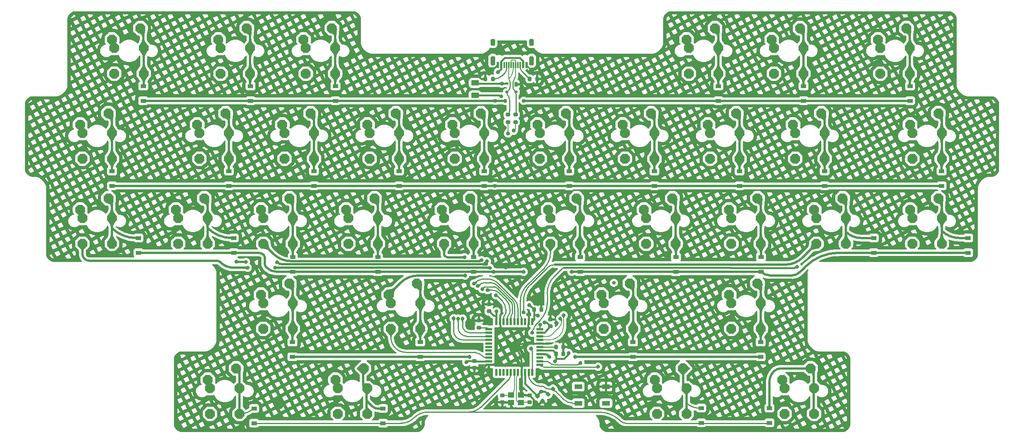
<source format=gbr>
G04 #@! TF.GenerationSoftware,KiCad,Pcbnew,6.0.8-1.fc36*
G04 #@! TF.CreationDate,2022-10-15T08:34:19+02:00*
G04 #@! TF.ProjectId,klacker_small,6b6c6163-6b65-4725-9f73-6d616c6c2e6b,rev?*
G04 #@! TF.SameCoordinates,Original*
G04 #@! TF.FileFunction,Copper,L2,Bot*
G04 #@! TF.FilePolarity,Positive*
%FSLAX46Y46*%
G04 Gerber Fmt 4.6, Leading zero omitted, Abs format (unit mm)*
G04 Created by KiCad (PCBNEW 6.0.8-1.fc36) date 2022-10-15 08:34:19*
%MOMM*%
%LPD*%
G01*
G04 APERTURE LIST*
G04 Aperture macros list*
%AMRoundRect*
0 Rectangle with rounded corners*
0 $1 Rounding radius*
0 $2 $3 $4 $5 $6 $7 $8 $9 X,Y pos of 4 corners*
0 Add a 4 corners polygon primitive as box body*
4,1,4,$2,$3,$4,$5,$6,$7,$8,$9,$2,$3,0*
0 Add four circle primitives for the rounded corners*
1,1,$1+$1,$2,$3*
1,1,$1+$1,$4,$5*
1,1,$1+$1,$6,$7*
1,1,$1+$1,$8,$9*
0 Add four rect primitives between the rounded corners*
20,1,$1+$1,$2,$3,$4,$5,0*
20,1,$1+$1,$4,$5,$6,$7,0*
20,1,$1+$1,$6,$7,$8,$9,0*
20,1,$1+$1,$8,$9,$2,$3,0*%
%AMFreePoly0*
4,1,17,0.470280,1.085355,1.085355,0.470280,1.100000,0.434925,1.100000,-0.434925,1.085355,-0.470281,0.470280,-1.085355,0.434925,-1.100000,-0.434925,-1.100000,-0.470281,-1.085355,-1.085355,-0.470280,-1.100000,-0.434925,-1.100000,0.434925,-1.085355,0.470280,-0.470281,1.085355,-0.434925,1.100000,0.434925,1.100000,0.470280,1.085355,0.470280,1.085355,$1*%
%AMFreePoly1*
4,1,17,0.480635,1.110355,1.110356,0.480635,1.125000,0.445280,1.125000,-0.445280,1.110356,-0.480635,0.480635,-1.110355,0.445280,-1.125000,-0.445280,-1.125000,-0.480635,-1.110356,-1.110355,-0.480635,-1.125000,-0.445280,-1.125000,0.445280,-1.110355,0.480635,-0.480635,1.110356,-0.445280,1.125000,0.445280,1.125000,0.480635,1.110355,0.480635,1.110355,$1*%
%AMFreePoly2*
4,1,17,0.307538,0.785355,0.485355,0.607538,0.500000,0.572183,0.500000,-0.572183,0.485355,-0.607538,0.307538,-0.785355,0.272183,-0.800000,-0.272183,-0.800000,-0.307538,-0.785355,-0.485355,-0.607538,-0.500000,-0.572183,-0.500000,0.572183,-0.485355,0.607538,-0.307538,0.785355,-0.272183,0.800000,0.272183,0.800000,0.307538,0.785355,0.307538,0.785355,$1*%
%AMFreePoly3*
4,1,17,0.307538,1.035355,0.485355,0.857538,0.500000,0.822183,0.500000,-0.822183,0.485355,-0.857538,0.307538,-1.035355,0.272183,-1.050000,-0.272183,-1.050000,-0.307538,-1.035355,-0.485355,-0.857538,-0.500000,-0.822183,-0.500000,0.822183,-0.485355,0.857538,-0.307538,1.035355,-0.272183,1.050000,0.272183,1.050000,0.307538,1.035355,0.307538,1.035355,$1*%
G04 Aperture macros list end*
G04 #@! TA.AperFunction,ComponentPad*
%ADD10FreePoly0,0.000000*%
G04 #@! TD*
G04 #@! TA.AperFunction,ComponentPad*
%ADD11FreePoly1,0.000000*%
G04 #@! TD*
G04 #@! TA.AperFunction,SMDPad,CuDef*
%ADD12R,0.600000X1.450000*%
G04 #@! TD*
G04 #@! TA.AperFunction,SMDPad,CuDef*
%ADD13R,0.300000X1.450000*%
G04 #@! TD*
G04 #@! TA.AperFunction,ComponentPad*
%ADD14FreePoly2,0.000000*%
G04 #@! TD*
G04 #@! TA.AperFunction,ComponentPad*
%ADD15FreePoly3,0.000000*%
G04 #@! TD*
G04 #@! TA.AperFunction,SMDPad,CuDef*
%ADD16R,1.500000X0.550000*%
G04 #@! TD*
G04 #@! TA.AperFunction,SMDPad,CuDef*
%ADD17R,0.550000X1.500000*%
G04 #@! TD*
G04 #@! TA.AperFunction,SMDPad,CuDef*
%ADD18RoundRect,0.200000X0.275000X-0.200000X0.275000X0.200000X-0.275000X0.200000X-0.275000X-0.200000X0*%
G04 #@! TD*
G04 #@! TA.AperFunction,SMDPad,CuDef*
%ADD19RoundRect,0.200000X-0.275000X0.200000X-0.275000X-0.200000X0.275000X-0.200000X0.275000X0.200000X0*%
G04 #@! TD*
G04 #@! TA.AperFunction,SMDPad,CuDef*
%ADD20RoundRect,0.200000X0.053033X-0.335876X0.335876X-0.053033X-0.053033X0.335876X-0.335876X0.053033X0*%
G04 #@! TD*
G04 #@! TA.AperFunction,SMDPad,CuDef*
%ADD21R,0.700000X1.000000*%
G04 #@! TD*
G04 #@! TA.AperFunction,SMDPad,CuDef*
%ADD22R,0.700000X0.600000*%
G04 #@! TD*
G04 #@! TA.AperFunction,SMDPad,CuDef*
%ADD23R,1.800000X1.100000*%
G04 #@! TD*
G04 #@! TA.AperFunction,SMDPad,CuDef*
%ADD24RoundRect,0.225000X-0.250000X0.225000X-0.250000X-0.225000X0.250000X-0.225000X0.250000X0.225000X0*%
G04 #@! TD*
G04 #@! TA.AperFunction,SMDPad,CuDef*
%ADD25RoundRect,0.200000X0.200000X0.275000X-0.200000X0.275000X-0.200000X-0.275000X0.200000X-0.275000X0*%
G04 #@! TD*
G04 #@! TA.AperFunction,SMDPad,CuDef*
%ADD26RoundRect,0.225000X0.250000X-0.225000X0.250000X0.225000X-0.250000X0.225000X-0.250000X-0.225000X0*%
G04 #@! TD*
G04 #@! TA.AperFunction,SMDPad,CuDef*
%ADD27RoundRect,0.225000X-0.225000X-0.250000X0.225000X-0.250000X0.225000X0.250000X-0.225000X0.250000X0*%
G04 #@! TD*
G04 #@! TA.AperFunction,SMDPad,CuDef*
%ADD28RoundRect,0.200000X-0.200000X-0.275000X0.200000X-0.275000X0.200000X0.275000X-0.200000X0.275000X0*%
G04 #@! TD*
G04 #@! TA.AperFunction,SMDPad,CuDef*
%ADD29RoundRect,0.225000X-0.335876X-0.017678X-0.017678X-0.335876X0.335876X0.017678X0.017678X0.335876X0*%
G04 #@! TD*
G04 #@! TA.AperFunction,SMDPad,CuDef*
%ADD30R,1.400000X1.200000*%
G04 #@! TD*
G04 #@! TA.AperFunction,SMDPad,CuDef*
%ADD31RoundRect,0.250000X0.625000X-0.375000X0.625000X0.375000X-0.625000X0.375000X-0.625000X-0.375000X0*%
G04 #@! TD*
G04 #@! TA.AperFunction,SMDPad,CuDef*
%ADD32R,1.200000X0.900000*%
G04 #@! TD*
G04 #@! TA.AperFunction,ViaPad*
%ADD33C,0.800000*%
G04 #@! TD*
G04 #@! TA.AperFunction,Conductor*
%ADD34C,0.386000*%
G04 #@! TD*
G04 #@! TA.AperFunction,Conductor*
%ADD35C,0.500000*%
G04 #@! TD*
G04 #@! TA.AperFunction,Conductor*
%ADD36C,0.250000*%
G04 #@! TD*
G04 #@! TA.AperFunction,Conductor*
%ADD37C,0.200000*%
G04 #@! TD*
G04 APERTURE END LIST*
D10*
X89569000Y-104135000D03*
X89569000Y-109855000D03*
D11*
X89059000Y-102235000D03*
X95409000Y-99695000D03*
D10*
X96169000Y-104135000D03*
X96169000Y-109855000D03*
X177675000Y-71755000D03*
X177675000Y-66035000D03*
D11*
X177165000Y-64135000D03*
D10*
X184275000Y-71755000D03*
D11*
X183515000Y-61595000D03*
D10*
X184275000Y-66035000D03*
D11*
X148590000Y-83185000D03*
D10*
X149100000Y-85085000D03*
X149100000Y-90805000D03*
X155700000Y-85085000D03*
X155700000Y-90805000D03*
D11*
X154940000Y-80645000D03*
D10*
X218156250Y-66035000D03*
X218156250Y-71755000D03*
D11*
X217646250Y-64135000D03*
D10*
X224756250Y-66035000D03*
D11*
X223996250Y-61595000D03*
D10*
X224756250Y-71755000D03*
X63375000Y-33655000D03*
D11*
X62865000Y-26035000D03*
D10*
X63375000Y-27935000D03*
D11*
X69215000Y-23495000D03*
D10*
X69975000Y-33655000D03*
X69975000Y-27935000D03*
D11*
X160496000Y-102235000D03*
D10*
X161006000Y-104135000D03*
X161006000Y-109855000D03*
D11*
X166846000Y-99695000D03*
D10*
X167606000Y-104135000D03*
X167606000Y-109855000D03*
X218156250Y-46985000D03*
X218156250Y-52705000D03*
D11*
X217646250Y-45085000D03*
D10*
X224756250Y-52705000D03*
D11*
X223996250Y-42545000D03*
D10*
X224756250Y-46985000D03*
D11*
X72390000Y-83185000D03*
D10*
X72900000Y-85085000D03*
X72900000Y-90805000D03*
D11*
X78740000Y-80645000D03*
D10*
X79500000Y-85085000D03*
X79500000Y-90805000D03*
X32418750Y-52705000D03*
X32418750Y-46985000D03*
D11*
X31908750Y-45085000D03*
D10*
X39018750Y-46985000D03*
D11*
X38258750Y-42545000D03*
D10*
X39018750Y-52705000D03*
X153862500Y-52705000D03*
X153862500Y-46985000D03*
D11*
X153352500Y-45085000D03*
D10*
X160462500Y-52705000D03*
X160462500Y-46985000D03*
D11*
X159702500Y-42545000D03*
X177165000Y-83185000D03*
D10*
X177675000Y-90805000D03*
X177675000Y-85085000D03*
X184275000Y-90805000D03*
D11*
X183515000Y-80645000D03*
D10*
X184275000Y-85085000D03*
D11*
X196215000Y-64135000D03*
D10*
X196725000Y-66035000D03*
X196725000Y-71755000D03*
X203325000Y-71755000D03*
D11*
X202565000Y-61595000D03*
D10*
X203325000Y-66035000D03*
X82425000Y-33655000D03*
X82425000Y-27935000D03*
D11*
X81915000Y-26035000D03*
X88265000Y-23495000D03*
D10*
X89025000Y-27935000D03*
X89025000Y-33655000D03*
X53850000Y-71755000D03*
X53850000Y-66035000D03*
D11*
X53340000Y-64135000D03*
X59690000Y-61595000D03*
D10*
X60450000Y-66035000D03*
X60450000Y-71755000D03*
X96712500Y-52705000D03*
X96712500Y-46985000D03*
D11*
X96202500Y-45085000D03*
D10*
X103312500Y-52705000D03*
D11*
X102552500Y-42545000D03*
D10*
X103312500Y-46985000D03*
D11*
X172402500Y-45085000D03*
D10*
X172912500Y-52705000D03*
X172912500Y-46985000D03*
X179512500Y-46985000D03*
X179512500Y-52705000D03*
D11*
X178752500Y-42545000D03*
D10*
X101475000Y-85085000D03*
D11*
X100965000Y-83185000D03*
D10*
X101475000Y-90805000D03*
D11*
X107315000Y-80645000D03*
D10*
X108075000Y-90805000D03*
X108075000Y-85085000D03*
X39562500Y-27935000D03*
D11*
X39052500Y-26035000D03*
D10*
X39562500Y-33655000D03*
D11*
X45402500Y-23495000D03*
D10*
X46162500Y-27935000D03*
X46162500Y-33655000D03*
D11*
X191452500Y-45085000D03*
D10*
X191962500Y-46985000D03*
X191962500Y-52705000D03*
D11*
X197802500Y-42545000D03*
D10*
X198562500Y-46985000D03*
X198562500Y-52705000D03*
X72900000Y-66035000D03*
D11*
X72390000Y-64135000D03*
D10*
X72900000Y-71755000D03*
D11*
X78740000Y-61595000D03*
D10*
X79500000Y-66035000D03*
X79500000Y-71755000D03*
X168150000Y-33655000D03*
X168150000Y-27935000D03*
D11*
X167640000Y-26035000D03*
X173990000Y-23495000D03*
D10*
X174750000Y-33655000D03*
X174750000Y-27935000D03*
X187200000Y-27935000D03*
D11*
X186690000Y-26035000D03*
D10*
X187200000Y-33655000D03*
D11*
X193040000Y-23495000D03*
D10*
X193800000Y-27935000D03*
X193800000Y-33655000D03*
X158625000Y-71755000D03*
X158625000Y-66035000D03*
D11*
X158115000Y-64135000D03*
D10*
X165225000Y-66035000D03*
D11*
X164465000Y-61595000D03*
D10*
X165225000Y-71755000D03*
X32418750Y-71755000D03*
X32418750Y-66035000D03*
D11*
X31908750Y-64135000D03*
D10*
X39018750Y-71755000D03*
D11*
X38258750Y-61595000D03*
D10*
X39018750Y-66035000D03*
D11*
X189071000Y-102235000D03*
D10*
X189581000Y-109855000D03*
X189581000Y-104135000D03*
D11*
X195421000Y-99695000D03*
D10*
X196181000Y-104135000D03*
X196181000Y-109855000D03*
D11*
X210502500Y-26035000D03*
D10*
X211012500Y-33655000D03*
X211012500Y-27935000D03*
X217612500Y-27935000D03*
X217612500Y-33655000D03*
D11*
X216852500Y-23495000D03*
D10*
X58612500Y-46985000D03*
D11*
X58102500Y-45085000D03*
D10*
X58612500Y-52705000D03*
X65212500Y-52705000D03*
D11*
X64452500Y-42545000D03*
D10*
X65212500Y-46985000D03*
X137193750Y-66035000D03*
D11*
X136683750Y-64135000D03*
D10*
X137193750Y-71755000D03*
X143793750Y-66035000D03*
D11*
X143033750Y-61595000D03*
D10*
X143793750Y-71755000D03*
X113381250Y-71755000D03*
X113381250Y-66035000D03*
D11*
X112871250Y-64135000D03*
D10*
X119981250Y-71755000D03*
D11*
X119221250Y-61595000D03*
D10*
X119981250Y-66035000D03*
X60994000Y-104135000D03*
D11*
X60484000Y-102235000D03*
D10*
X60994000Y-109855000D03*
X67594000Y-104135000D03*
X67594000Y-109855000D03*
D11*
X66834000Y-99695000D03*
D10*
X134812500Y-46985000D03*
D11*
X134302500Y-45085000D03*
D10*
X134812500Y-52705000D03*
X141412500Y-52705000D03*
X141412500Y-46985000D03*
D11*
X140652500Y-42545000D03*
D10*
X77662500Y-46985000D03*
D11*
X77152500Y-45085000D03*
D10*
X77662500Y-52705000D03*
X84262500Y-46985000D03*
X84262500Y-52705000D03*
D11*
X83502500Y-42545000D03*
D10*
X115762500Y-46985000D03*
D11*
X115252500Y-45085000D03*
D10*
X115762500Y-52705000D03*
X122362500Y-46985000D03*
X122362500Y-52705000D03*
D11*
X121602500Y-42545000D03*
D10*
X91950000Y-71755000D03*
D11*
X91440000Y-64135000D03*
D10*
X91950000Y-66035000D03*
D11*
X97790000Y-61595000D03*
D10*
X98550000Y-66035000D03*
X98550000Y-71755000D03*
D12*
X125385000Y-31712500D03*
X126160000Y-31712500D03*
D13*
X126860000Y-31712500D03*
X127360000Y-31712500D03*
X127860000Y-31712500D03*
X128360000Y-31712500D03*
X128860000Y-31712500D03*
X129360000Y-31712500D03*
X129860000Y-31712500D03*
X130360000Y-31712500D03*
D12*
X131060000Y-31712500D03*
X131835000Y-31712500D03*
D14*
X132930000Y-26617500D03*
D15*
X124290000Y-30797500D03*
X132930000Y-30797500D03*
D14*
X124290000Y-26617500D03*
D16*
X134800000Y-90900000D03*
X134800000Y-91700000D03*
X134800000Y-92500000D03*
X134800000Y-93300000D03*
X134800000Y-94100000D03*
X134800000Y-94900000D03*
X134800000Y-95700000D03*
X134800000Y-96500000D03*
X134800000Y-97300000D03*
X134800000Y-98100000D03*
X134800000Y-98900000D03*
D17*
X133100000Y-100600000D03*
X132300000Y-100600000D03*
X131500000Y-100600000D03*
X130700000Y-100600000D03*
X129900000Y-100600000D03*
X129100000Y-100600000D03*
X128300000Y-100600000D03*
X127500000Y-100600000D03*
X126700000Y-100600000D03*
X125900000Y-100600000D03*
X125100000Y-100600000D03*
D16*
X123400000Y-98900000D03*
X123400000Y-98100000D03*
X123400000Y-97300000D03*
X123400000Y-96500000D03*
X123400000Y-95700000D03*
X123400000Y-94900000D03*
X123400000Y-94100000D03*
X123400000Y-93300000D03*
X123400000Y-92500000D03*
X123400000Y-91700000D03*
X123400000Y-90900000D03*
D17*
X125100000Y-89200000D03*
X125900000Y-89200000D03*
X126700000Y-89200000D03*
X127500000Y-89200000D03*
X128300000Y-89200000D03*
X129100000Y-89200000D03*
X129900000Y-89200000D03*
X130700000Y-89200000D03*
X131500000Y-89200000D03*
X132300000Y-89200000D03*
X133100000Y-89200000D03*
D18*
X129336000Y-44509228D03*
X129336000Y-42859228D03*
D19*
X121180000Y-88945000D03*
X121180000Y-90595000D03*
D20*
X136616637Y-105483363D03*
X137783363Y-104316637D03*
D21*
X129460000Y-36084228D03*
D22*
X129460000Y-37784228D03*
X127460000Y-37784228D03*
X127460000Y-35884228D03*
D18*
X127685000Y-44509228D03*
X127685000Y-42859228D03*
D23*
X149600000Y-103775000D03*
X143400000Y-107475000D03*
X149600000Y-107475000D03*
X143400000Y-103775000D03*
D24*
X126384999Y-105722002D03*
X126384999Y-107272002D03*
D25*
X134161000Y-34841728D03*
X132511000Y-34841728D03*
D26*
X137200000Y-90275000D03*
X137200000Y-88725000D03*
D27*
X138475000Y-94900000D03*
X140025000Y-94900000D03*
D28*
X122605000Y-34841728D03*
X124255000Y-34841728D03*
D29*
X134291992Y-105881992D03*
X135388008Y-106978008D03*
D26*
X132481000Y-107272001D03*
X132481000Y-105722001D03*
D27*
X133551250Y-86540000D03*
X135101250Y-86540000D03*
X138475000Y-96400000D03*
X140025000Y-96400000D03*
D24*
X120142000Y-98031000D03*
X120142000Y-99581000D03*
D26*
X123444000Y-86881000D03*
X123444000Y-85331000D03*
D30*
X128333000Y-105647000D03*
X130533000Y-105647000D03*
X130533000Y-107347000D03*
X128333000Y-107347000D03*
D31*
X120280000Y-38540000D03*
X120280000Y-35740000D03*
D32*
X184300000Y-78050000D03*
X184300000Y-74750000D03*
X119981250Y-78050000D03*
X119981250Y-74750000D03*
X108025000Y-97100000D03*
X108025000Y-93800000D03*
X165250000Y-78050000D03*
X165250000Y-74750000D03*
X103300000Y-58800000D03*
X103300000Y-55500000D03*
X122350000Y-58800000D03*
X122350000Y-55500000D03*
X39050000Y-58800000D03*
X39050000Y-55500000D03*
X209540000Y-73780000D03*
X209540000Y-70480000D03*
X84250000Y-58800000D03*
X84250000Y-55500000D03*
X65200000Y-58800000D03*
X65200000Y-55500000D03*
X193837500Y-39750000D03*
X193837500Y-36450000D03*
X160450000Y-58800000D03*
X160450000Y-55500000D03*
X184225000Y-97100000D03*
X184225000Y-93800000D03*
X174787500Y-39750000D03*
X174787500Y-36450000D03*
X44958000Y-73786000D03*
X44958000Y-70486000D03*
X155650000Y-97100000D03*
X155650000Y-93800000D03*
X179500000Y-58800000D03*
X179500000Y-55500000D03*
X198550000Y-58800000D03*
X198550000Y-55500000D03*
X70050000Y-39750000D03*
X70050000Y-36450000D03*
X79450000Y-97100000D03*
X79450000Y-93800000D03*
X99690000Y-111980000D03*
X99690000Y-108680000D03*
X98550000Y-78050000D03*
X98550000Y-74750000D03*
X224743750Y-58800000D03*
X224743750Y-55500000D03*
X70860000Y-111980000D03*
X70860000Y-108680000D03*
X170942000Y-111886000D03*
X170942000Y-108586000D03*
X141400000Y-58800000D03*
X141400000Y-55500000D03*
X79500000Y-78050000D03*
X79500000Y-74750000D03*
X186182000Y-111886000D03*
X186182000Y-108586000D03*
X89050000Y-39750000D03*
X89050000Y-36450000D03*
X46037500Y-39750000D03*
X46037500Y-36450000D03*
X217650000Y-39750000D03*
X217650000Y-36450000D03*
X66294000Y-73786000D03*
X66294000Y-70486000D03*
X143818750Y-78050000D03*
X143818750Y-74750000D03*
X230660000Y-73780000D03*
X230660000Y-70480000D03*
D33*
X119639304Y-89665409D03*
X123444000Y-83820000D03*
X116500497Y-88525000D03*
X115503066Y-88460691D03*
X118364000Y-98298000D03*
X119054000Y-97100000D03*
X151384000Y-80518000D03*
X87000000Y-101375000D03*
X137090000Y-87230000D03*
X126985500Y-45790000D03*
X127200000Y-77100000D03*
X129286000Y-94996000D03*
X121475000Y-100250000D03*
X76400000Y-107750000D03*
X134675000Y-84675000D03*
X193040000Y-101910000D03*
X126310000Y-35909228D03*
X125410000Y-33359228D03*
X124950000Y-83300000D03*
X69400000Y-77140000D03*
X123600000Y-77175000D03*
X75550000Y-77140000D03*
X68990000Y-75840000D03*
X66880000Y-75780000D03*
X122950000Y-75700000D03*
X123100000Y-82150000D03*
X75980000Y-75900000D03*
X121954236Y-81929587D03*
X121750000Y-75450000D03*
X118075000Y-78899500D03*
X120900500Y-81225000D03*
X117950000Y-74800011D03*
X120025000Y-80700000D03*
X143890000Y-98490000D03*
X134878299Y-89920299D03*
X131149500Y-87116310D03*
X132842000Y-95250000D03*
X192370000Y-76930000D03*
X133096000Y-91694000D03*
X117500000Y-88525000D03*
X127040000Y-39770000D03*
X131192000Y-39750000D03*
X124775000Y-39750000D03*
X124725000Y-58800000D03*
X141925000Y-78050000D03*
X124450000Y-78050000D03*
X131175000Y-78050000D03*
X136925000Y-97100000D03*
X142700000Y-97100000D03*
X135050000Y-104875000D03*
X126140000Y-38740000D03*
X125100000Y-86900000D03*
X141250000Y-96250500D03*
X138175000Y-98100000D03*
X135850000Y-89400000D03*
X132425000Y-85500000D03*
X134366000Y-87884000D03*
X139378768Y-88521232D03*
X127680000Y-47080000D03*
X128940000Y-46450000D03*
X140121232Y-87778768D03*
X147828000Y-99314000D03*
D34*
X121275511Y-100050527D02*
G75*
G03*
X120142000Y-99581000I-1133511J-1133473D01*
G01*
X121275519Y-100050519D02*
X121475000Y-100250000D01*
X119779683Y-89525031D02*
X119639304Y-89665409D01*
X119779692Y-89525040D02*
G75*
G02*
X121180000Y-88945000I1400308J-1400260D01*
G01*
X123444000Y-85331000D02*
X123444000Y-83820000D01*
X125100000Y-88016000D02*
X125100000Y-89200000D01*
X125100000Y-86900000D02*
X125100000Y-88016000D01*
X124210599Y-87647596D02*
G75*
G03*
X125100000Y-88016000I889401J889396D01*
G01*
X124210598Y-87647597D02*
X123444000Y-86881000D01*
X118364001Y-98298001D02*
G75*
G02*
X119008595Y-98031000I644599J-644599D01*
G01*
X120142000Y-98031000D02*
X119008595Y-98031000D01*
D35*
X119054000Y-97100000D02*
X79450000Y-97100000D01*
D36*
X122225004Y-97124996D02*
G75*
G03*
X122647487Y-97300000I422496J422496D01*
G01*
X101475000Y-92771141D02*
X101475000Y-90805000D01*
X119750432Y-96099988D02*
G75*
G02*
X122224999Y-97125001I-32J-3499612D01*
G01*
X102450012Y-95124988D02*
G75*
G03*
X104803858Y-96100000I2353888J2353888D01*
G01*
X119750432Y-96100000D02*
X104803858Y-96100000D01*
X101474983Y-92771141D02*
G75*
G03*
X102450000Y-95125000I3328917J41D01*
G01*
X123400000Y-97300000D02*
X122647487Y-97300000D01*
D34*
X125900000Y-87750000D02*
X126375000Y-87275000D01*
X130700000Y-100600000D02*
X130700000Y-105480000D01*
X134800000Y-94100000D02*
X131449135Y-94100000D01*
X130533000Y-105647000D02*
X132405999Y-105647000D01*
X132300000Y-89200000D02*
X132300000Y-87800000D01*
X128890000Y-108650000D02*
X128333000Y-108093000D01*
X127604127Y-93314128D02*
X129286000Y-94996000D01*
X135101250Y-85101250D02*
X134675000Y-84675000D01*
X130332829Y-93949171D02*
X129286000Y-94996000D01*
X130700000Y-105480000D02*
X130533000Y-105647000D01*
X137200000Y-88725000D02*
X137200000Y-87495563D01*
X126459997Y-107347000D02*
X126384999Y-107272002D01*
X126783485Y-97498514D02*
X129286000Y-94996000D01*
X123400000Y-98900000D02*
X122825000Y-98900000D01*
D36*
X131735000Y-31741728D02*
X132577500Y-32584228D01*
D34*
X125285000Y-31741728D02*
X124592500Y-32434228D01*
X132300000Y-87800000D02*
X131925000Y-87425000D01*
X132640000Y-108650000D02*
X128890000Y-108650000D01*
X140025000Y-94900000D02*
X141850000Y-94900000D01*
X130700000Y-100600000D02*
X130700000Y-98409697D01*
X122825000Y-98900000D02*
X121475000Y-100250000D01*
X125900000Y-89200000D02*
X125900000Y-87750000D01*
X132577500Y-32584228D02*
X133510000Y-32584228D01*
X135101250Y-86540000D02*
X135101250Y-85101250D01*
X128333000Y-108093000D02*
X128333000Y-107347000D01*
X124592500Y-32434228D02*
X123135000Y-32434228D01*
X128333000Y-107347000D02*
X126459997Y-107347000D01*
X130700000Y-100600000D02*
X130700000Y-99350000D01*
X134800000Y-94100000D02*
X136750000Y-94100000D01*
X132405999Y-105647000D02*
X132481000Y-105722001D01*
X132481000Y-105722001D02*
X133348520Y-106589521D01*
X133348520Y-106589521D02*
X133348520Y-107941480D01*
X133348520Y-107941480D02*
X132640000Y-108650000D01*
X130332820Y-93949162D02*
G75*
G03*
X132300000Y-89200000I-4749120J4749162D01*
G01*
X129285999Y-94996001D02*
G75*
G02*
X130700000Y-98409697I-3413699J-3413699D01*
G01*
X127604118Y-93314137D02*
G75*
G02*
X125900000Y-89200000I4114182J4114137D01*
G01*
X129285990Y-94995990D02*
G75*
G02*
X131449135Y-94100000I2163110J-2163110D01*
G01*
X137089989Y-87230011D02*
G75*
G02*
X137200000Y-87495563I-265589J-265589D01*
G01*
X126783491Y-97498520D02*
G75*
G02*
X123400000Y-98900000I-3383491J3383520D01*
G01*
X126060000Y-32709228D02*
X126060000Y-32730000D01*
X126310000Y-35909228D02*
X127435000Y-35909228D01*
X125410000Y-33359228D02*
X126060000Y-32709228D01*
X126310000Y-35909228D02*
X120222000Y-35909228D01*
X126160000Y-32488579D02*
X126160000Y-31712500D01*
X131060000Y-30913618D02*
X130305610Y-30159228D01*
X130305610Y-30159228D02*
X126914390Y-30159228D01*
X126160000Y-30913618D02*
X126160000Y-31712500D01*
X131060000Y-31712500D02*
X131060000Y-30913618D01*
X126914390Y-30159228D02*
X126160000Y-30913618D01*
X120222000Y-35909228D02*
X120211000Y-35920228D01*
X127435000Y-35909228D02*
X127460000Y-35884228D01*
X126159991Y-32488579D02*
G75*
G02*
X126060000Y-32730000I-341391J-21D01*
G01*
D35*
X99500500Y-77150500D02*
X123558175Y-77150500D01*
D36*
X126700000Y-89200000D02*
X126700000Y-88907106D01*
D35*
X32418750Y-71755000D02*
X32418750Y-74027934D01*
D36*
X124950000Y-83300000D02*
X125126287Y-83300000D01*
D35*
X56535000Y-75575000D02*
X62477097Y-75575000D01*
X66255340Y-77140000D02*
X69400000Y-77140000D01*
X75550000Y-77140000D02*
X99475151Y-77140000D01*
X33965815Y-75575000D02*
X56535000Y-75575000D01*
D36*
X127150000Y-86425000D02*
X127150000Y-87292158D01*
D35*
X123587750Y-77162750D02*
X123600000Y-77175000D01*
D36*
X125126287Y-83300000D02*
X126371272Y-84544985D01*
D35*
X99300018Y-77150500D02*
X99500500Y-77150500D01*
D36*
X126700000Y-88378553D02*
X126700000Y-89200000D01*
X127150012Y-86425000D02*
G75*
G03*
X126371272Y-84544985I-2658712J0D01*
G01*
D35*
X66255340Y-77139983D02*
G75*
G02*
X63310000Y-75920000I-40J4165283D01*
G01*
X33965815Y-75574978D02*
G75*
G02*
X32871876Y-75121874I-15J1547078D01*
G01*
X99299994Y-77150491D02*
G75*
G02*
X99300011Y-77150500I6J-9D01*
G01*
X99300011Y-77150500D02*
G75*
G02*
X99300018Y-77150500I3J-996591324D01*
G01*
X99500485Y-77150515D02*
G75*
G03*
X99475151Y-77140000I-25385J-25385D01*
G01*
X32871895Y-75121855D02*
G75*
G02*
X32418750Y-74027934I1093905J1093955D01*
G01*
D36*
X126699981Y-88378553D02*
G75*
G02*
X126950000Y-87775000I853619J-47D01*
G01*
X126950013Y-87775013D02*
G75*
G03*
X127150000Y-87292158I-482813J482813D01*
G01*
D35*
X63310001Y-75919999D02*
G75*
G03*
X62477097Y-75575000I-832901J-832901D01*
G01*
X123558175Y-77150510D02*
G75*
G02*
X123587750Y-77162750I25J-41790D01*
G01*
D36*
X123100000Y-82150000D02*
X124080358Y-82150000D01*
X127500000Y-88477659D02*
X127500000Y-89200000D01*
D35*
X122950000Y-75700000D02*
X122298162Y-76351838D01*
D36*
X127241117Y-84366116D02*
X127050000Y-84175000D01*
X128125000Y-86968776D02*
X128125000Y-86500000D01*
D35*
X68990000Y-75840000D02*
X67024852Y-75840000D01*
D36*
X127050000Y-84139283D02*
X125753935Y-82843218D01*
X127050000Y-84175000D02*
X127050000Y-84139283D01*
D35*
X122298162Y-76351838D02*
X77070833Y-76351838D01*
D36*
X124080358Y-82150031D02*
G75*
G02*
X125753935Y-82843218I42J-2366769D01*
G01*
X127812524Y-87723242D02*
G75*
G03*
X128125000Y-86968776I-754524J754442D01*
G01*
X127241123Y-84366110D02*
G75*
G02*
X128125000Y-86500000I-2133923J-2133890D01*
G01*
D35*
X66880035Y-75779965D02*
G75*
G03*
X67024852Y-75840000I144865J144765D01*
G01*
X75979990Y-75900010D02*
G75*
G03*
X77070833Y-76351838I1090810J1090810D01*
G01*
D36*
X127499960Y-88477659D02*
G75*
G02*
X127812500Y-87723218I1066940J-41D01*
G01*
X126178217Y-82631783D02*
X128377736Y-84831301D01*
X128300000Y-88172826D02*
X128300000Y-89200000D01*
X124587452Y-81430000D02*
X124670000Y-81430000D01*
X128650480Y-85489762D02*
X128650480Y-86261197D01*
X121954236Y-81929587D02*
X122206285Y-81677538D01*
X122814785Y-81425489D02*
X124455489Y-81425489D01*
D35*
X121750000Y-75450000D02*
X121650244Y-75549755D01*
X121409413Y-75649511D02*
X79048474Y-75649511D01*
D36*
X128650480Y-87326693D02*
X128650480Y-86261197D01*
X126178217Y-82631783D02*
X125337097Y-81790663D01*
X124455489Y-81425489D02*
X124576562Y-81425489D01*
D35*
X75200718Y-74055718D02*
X72900000Y-71755000D01*
D36*
X125860612Y-82314177D02*
X126178217Y-82631783D01*
X128300017Y-88172826D02*
G75*
G02*
X128475240Y-87749760I598283J26D01*
G01*
X128650513Y-85489762D02*
G75*
G03*
X128377736Y-84831301I-931213J-38D01*
G01*
X122206300Y-81677553D02*
G75*
G02*
X122814785Y-81425489I608500J-608447D01*
G01*
X124587452Y-81430034D02*
G75*
G02*
X124576562Y-81425489I48J15434D01*
G01*
X128475238Y-87749758D02*
G75*
G03*
X128650480Y-87326693I-423038J423058D01*
G01*
D35*
X79048474Y-75649540D02*
G75*
G02*
X75200718Y-74055718I26J5441540D01*
G01*
D36*
X124455489Y-81425506D02*
G75*
G02*
X125337096Y-81790664I11J-1246794D01*
G01*
D35*
X121409413Y-75649512D02*
G75*
G03*
X121650244Y-75549755I-13J340612D01*
G01*
D36*
X128699723Y-84517570D02*
X125332498Y-81150345D01*
X129100000Y-89200000D02*
X129100000Y-85483923D01*
D35*
X118075000Y-78899500D02*
X107504463Y-78899500D01*
X103656707Y-80493292D02*
X100965000Y-83185000D01*
D36*
X123690000Y-80470000D02*
X122723231Y-80470000D01*
X121025500Y-81100000D02*
X120900500Y-81225000D01*
D35*
X103656736Y-80493321D02*
G75*
G02*
X107504463Y-78899500I3847764J-3847679D01*
G01*
D36*
X123690000Y-80469988D02*
G75*
G02*
X125332498Y-81150345I0J-2322812D01*
G01*
X128699729Y-84517564D02*
G75*
G02*
X129100000Y-85483923I-966329J-966336D01*
G01*
X120900491Y-81224991D02*
G75*
G02*
X122723231Y-80470000I1822709J-1822709D01*
G01*
X121025507Y-81100007D02*
G75*
G02*
X121327276Y-80975000I301793J-301793D01*
G01*
X122950000Y-79650000D02*
X122559924Y-79650000D01*
D35*
X113381250Y-74018750D02*
X113381250Y-71755000D01*
X113381250Y-74018750D02*
X113381250Y-74243750D01*
X117950000Y-74800011D02*
X114138797Y-74800011D01*
D36*
X129900000Y-89200000D02*
X129900000Y-86178565D01*
D35*
X113603130Y-74578130D02*
X113460799Y-74435799D01*
D36*
X129124703Y-84306833D02*
X125541167Y-80723297D01*
X120025000Y-80700000D02*
X120125000Y-80600000D01*
D35*
X113460784Y-74435814D02*
G75*
G02*
X113381250Y-74243750I192016J192014D01*
G01*
D36*
X122950000Y-79650012D02*
G75*
G02*
X125541166Y-80723298I0J-3664488D01*
G01*
X129124680Y-84306856D02*
G75*
G02*
X129900000Y-86178565I-1871680J-1871744D01*
G01*
X120124994Y-80599994D02*
G75*
G02*
X120366421Y-80500000I241406J-241406D01*
G01*
D35*
X114138797Y-74800023D02*
G75*
G02*
X113603130Y-74578130I3J757523D01*
G01*
D36*
X120024993Y-80699993D02*
G75*
G02*
X122559924Y-79650000I2534907J-2534907D01*
G01*
X130425000Y-87730545D02*
X130425000Y-84803963D01*
X130700000Y-88394454D02*
X130700000Y-89200000D01*
X135770255Y-77204744D02*
X132018792Y-80956207D01*
X137193750Y-73768125D02*
X137193750Y-71755000D01*
X135770251Y-77204740D02*
G75*
G03*
X137193750Y-73768125I-3436651J3436640D01*
G01*
X130424960Y-84803963D02*
G75*
G02*
X132018793Y-80956208I5441540J-37D01*
G01*
X130700018Y-88394454D02*
G75*
G03*
X130562499Y-88062501I-469518J-46D01*
G01*
X130562513Y-88062487D02*
G75*
G02*
X130425000Y-87730545I331987J331987D01*
G01*
X136256447Y-98100000D02*
X134800000Y-98100000D01*
X143890000Y-98490000D02*
X143702500Y-98677500D01*
X143249834Y-98865000D02*
X138103319Y-98865000D01*
X136859994Y-98350006D02*
G75*
G03*
X138103319Y-98865000I1243306J1243306D01*
G01*
X136256447Y-98099981D02*
G75*
G02*
X136860000Y-98350000I-47J-853619D01*
G01*
X143249834Y-98865014D02*
G75*
G03*
X143702500Y-98677500I-34J640214D01*
G01*
D35*
X67564000Y-101915000D02*
X67564000Y-100075000D01*
X67564000Y-106426000D02*
X67564000Y-109926000D01*
X67564000Y-101986000D02*
X67564000Y-106426000D01*
D36*
X67594000Y-109855000D02*
X67810067Y-109855000D01*
D35*
X67184000Y-99695000D02*
G75*
G02*
X67564000Y-100075000I0J-380000D01*
G01*
D36*
X70643760Y-108681260D02*
G75*
G02*
X67810067Y-109855000I-2833660J2833660D01*
G01*
D35*
X140221579Y-76450969D02*
X189775067Y-76450969D01*
D36*
X131149500Y-87116310D02*
X131149500Y-84609820D01*
X134800000Y-90900000D02*
X134800000Y-89998598D01*
D35*
X193622823Y-74857176D02*
X196725000Y-71755000D01*
D36*
X136438068Y-77172649D02*
X132668792Y-80941925D01*
D35*
X140221579Y-76450969D02*
X138180359Y-76450969D01*
D36*
X134800000Y-89998598D02*
X134878299Y-89920299D01*
X136438097Y-77172678D02*
G75*
G02*
X138180359Y-76450969I1742303J-1742222D01*
G01*
X132668779Y-80941912D02*
G75*
G03*
X131149500Y-84609820I3667921J-3667888D01*
G01*
D35*
X189775067Y-76450939D02*
G75*
G03*
X193622823Y-74857176I33J5441539D01*
G01*
D36*
X139712744Y-77412255D02*
X138043792Y-79081207D01*
X133100000Y-100600000D02*
X133100000Y-95872867D01*
X133783605Y-89990395D02*
X134874000Y-88900000D01*
X139887255Y-77237744D02*
X139712744Y-77412255D01*
D34*
X191742305Y-77190000D02*
X177564142Y-77190000D01*
D36*
X136450000Y-85030110D02*
X136450000Y-82928963D01*
X133096000Y-91694000D02*
X133096000Y-91545210D01*
D34*
X177468755Y-77150489D02*
X140097908Y-77150489D01*
D36*
X136450000Y-85095200D02*
X136450000Y-85030110D01*
X133350000Y-90932000D02*
X133424395Y-90857605D01*
X136449999Y-85095200D02*
G75*
G02*
X134873999Y-88899999I-5380799J0D01*
G01*
X133604003Y-90424000D02*
G75*
G02*
X133424395Y-90857605I-613203J0D01*
G01*
X133349997Y-90931997D02*
G75*
G03*
X133096000Y-91545210I613203J-613203D01*
G01*
D34*
X191742305Y-77190001D02*
G75*
G03*
X192369999Y-76929999I-5J887701D01*
G01*
D36*
X133783607Y-89990397D02*
G75*
G03*
X133604000Y-90424000I433593J-433603D01*
G01*
D34*
X177468755Y-77150508D02*
G75*
G02*
X177540000Y-77180000I45J-100692D01*
G01*
D36*
X139887251Y-77237740D02*
G75*
G02*
X140097908Y-77150489I210649J-210660D01*
G01*
X136449960Y-82928963D02*
G75*
G02*
X138043793Y-79081208I5441540J-37D01*
G01*
D34*
X177539988Y-77180012D02*
G75*
G03*
X177564142Y-77190000I24112J24112D01*
G01*
D36*
X132841990Y-95250010D02*
G75*
G02*
X133100000Y-95872867I-622890J-622890D01*
G01*
X119087500Y-91700000D02*
X123400000Y-91700000D01*
D35*
X127020000Y-39750000D02*
X127040000Y-39770000D01*
X124334000Y-39750000D02*
X124775000Y-39750000D01*
X131192000Y-39750000D02*
X217650000Y-39750000D01*
X86706856Y-39750000D02*
X46037500Y-39750000D01*
X124334000Y-39750000D02*
X127020000Y-39750000D01*
X91393144Y-39750000D02*
X86706856Y-39750000D01*
X91393144Y-39750000D02*
X124334000Y-39750000D01*
D36*
X117500000Y-88525000D02*
X117500000Y-90112500D01*
X119087500Y-91700000D02*
G75*
G02*
X117500000Y-90112500I0J1587500D01*
G01*
X116500497Y-88525000D02*
X116500497Y-90512500D01*
D35*
X100956856Y-58800000D02*
X86593144Y-58800000D01*
X105643144Y-58800000D02*
X100956856Y-58800000D01*
X124725000Y-58800000D02*
X123537500Y-58800000D01*
X62856856Y-58800000D02*
X39050000Y-58800000D01*
X86593144Y-58800000D02*
X81906856Y-58800000D01*
X200893144Y-58800000D02*
X196206856Y-58800000D01*
X124725000Y-58800000D02*
X196206856Y-58800000D01*
X105643144Y-58800000D02*
X121162500Y-58800000D01*
D36*
X118487997Y-92500000D02*
X123400000Y-92500000D01*
D35*
X67543144Y-58800000D02*
X62856856Y-58800000D01*
X123537500Y-58800000D02*
X121162500Y-58800000D01*
X81906856Y-58800000D02*
X67543144Y-58800000D01*
X200893144Y-58800000D02*
X224743750Y-58800000D01*
D36*
X118487997Y-92500003D02*
G75*
G02*
X116500497Y-90512500I3J1987503D01*
G01*
X115503066Y-91300001D02*
X115503066Y-88460691D01*
D35*
X209540000Y-73780000D02*
X201820041Y-73780000D01*
X194189203Y-76940796D02*
X193440797Y-77689203D01*
X73230000Y-76182599D02*
X73230000Y-74796984D01*
X141925000Y-78050000D02*
X184300000Y-78050000D01*
X44958000Y-73786000D02*
X66294000Y-73786000D01*
X230660000Y-73780000D02*
X209540000Y-73780000D01*
X191251767Y-78860000D02*
X186255512Y-78860000D01*
D36*
X117503064Y-93300000D02*
X123400000Y-93300000D01*
D35*
X71803237Y-73786000D02*
X66294000Y-73786000D01*
X124450000Y-78050000D02*
X75903502Y-78050000D01*
X193440797Y-77689203D02*
X192990000Y-78140000D01*
X124450000Y-78050000D02*
X131175000Y-78050000D01*
X184299996Y-78050004D02*
G75*
G03*
X186255512Y-78860000I1955504J1955504D01*
G01*
X71803237Y-73785985D02*
G75*
G02*
X73020000Y-74290000I-37J-1720815D01*
G01*
X191251767Y-78859986D02*
G75*
G03*
X192990000Y-78140000I33J2458186D01*
G01*
X73230001Y-76182599D02*
G75*
G03*
X73610000Y-77100000I1297399J-1D01*
G01*
X73609999Y-77100001D02*
G75*
G03*
X75903502Y-78050000I2293501J2293501D01*
G01*
X73019996Y-74290004D02*
G75*
G02*
X73230000Y-74796984I-506996J-506996D01*
G01*
D36*
X117503064Y-93300034D02*
G75*
G02*
X115503066Y-91300001I36J2000034D01*
G01*
D35*
X194189190Y-76940783D02*
G75*
G02*
X201820041Y-73780000I7630810J-7630817D01*
G01*
X136625000Y-96800000D02*
X136925000Y-97100000D01*
X142700000Y-97100000D02*
X184225000Y-97100000D01*
X135900735Y-96500000D02*
X134800000Y-96500000D01*
X135900735Y-96499986D02*
G75*
G02*
X136624999Y-96800001I-35J-1024314D01*
G01*
D36*
X118936000Y-109474000D02*
X148002319Y-109474000D01*
X70643750Y-111981250D02*
X103693015Y-111981250D01*
X127932303Y-101987697D02*
X121513732Y-108406268D01*
X109746051Y-109474000D02*
X118936000Y-109474000D01*
X154055354Y-111981250D02*
X185952047Y-111981250D01*
X128300000Y-100600000D02*
X128300000Y-101100000D01*
X127946445Y-101953552D02*
G75*
G03*
X128300000Y-101100000I-853545J853552D01*
G01*
X186181986Y-111885986D02*
G75*
G02*
X185952047Y-111981250I-229986J229986D01*
G01*
X154055354Y-111981268D02*
G75*
G02*
X152908000Y-111506000I46J1622668D01*
G01*
X152907995Y-111506005D02*
G75*
G03*
X148002319Y-109474000I-4905695J-4905695D01*
G01*
X106679996Y-110743996D02*
G75*
G02*
X103693015Y-111981250I-2986996J2986996D01*
G01*
X109746051Y-109474022D02*
G75*
G03*
X106680001Y-110744001I-51J-4335978D01*
G01*
X118936000Y-109473989D02*
G75*
G03*
X121513732Y-108406268I0J3645489D01*
G01*
X127932318Y-101987712D02*
G75*
G03*
X127946446Y-101953553I-34118J34112D01*
G01*
D35*
X45720000Y-23495000D02*
X45402500Y-23495000D01*
X46162500Y-32320000D02*
X46162500Y-34990000D01*
X46162500Y-32320000D02*
X46162500Y-27935000D01*
X46037500Y-23812500D02*
X46037500Y-27925000D01*
X46162500Y-34990000D02*
X46162500Y-36236611D01*
X46100000Y-36387500D02*
X46037500Y-36450000D01*
X46099997Y-36387497D02*
G75*
G03*
X46162500Y-36236611I-150897J150897D01*
G01*
X46037500Y-23812500D02*
G75*
G03*
X45720000Y-23495000I-317500J0D01*
G01*
X69987500Y-36487500D02*
X70000000Y-36500000D01*
X69975000Y-32245000D02*
X69975000Y-35065000D01*
X69975000Y-30155000D02*
X69975000Y-32245000D01*
X69595000Y-23495000D02*
X69215000Y-23495000D01*
X69975000Y-35065000D02*
X69975000Y-36457322D01*
X69975000Y-25715000D02*
X69975000Y-30155000D01*
X69975000Y-25715000D02*
X69975000Y-23875000D01*
X69987507Y-36487493D02*
G75*
G02*
X69975000Y-36457322I30193J30193D01*
G01*
X69595000Y-23495000D02*
G75*
G02*
X69975000Y-23875000I0J-380000D01*
G01*
X89025000Y-25715000D02*
X89025000Y-30155000D01*
X89025000Y-36407322D02*
X89025000Y-35040000D01*
X88645000Y-23495000D02*
X88265000Y-23495000D01*
X89025000Y-25715000D02*
X89025000Y-23875000D01*
X89037500Y-36437500D02*
X89050000Y-36450000D01*
X89025000Y-32270000D02*
X89025000Y-35040000D01*
X89025000Y-32270000D02*
X89025000Y-30155000D01*
X89037507Y-36437493D02*
G75*
G02*
X89025000Y-36407322I30193J30193D01*
G01*
X88645000Y-23495000D02*
G75*
G02*
X89025000Y-23875000I0J-380000D01*
G01*
X174370000Y-23495000D02*
X173990000Y-23495000D01*
X174750000Y-25715000D02*
X174750000Y-30155000D01*
X174750000Y-32276250D02*
X174750000Y-35033750D01*
X174750000Y-25715000D02*
X174750000Y-23875000D01*
X174750000Y-35033750D02*
X174750000Y-36385983D01*
X174750000Y-32276250D02*
X174750000Y-30155000D01*
X174768750Y-36431250D02*
X174787500Y-36450000D01*
X174768745Y-36431255D02*
G75*
G02*
X174750000Y-36385983I45255J45255D01*
G01*
X174370000Y-23495000D02*
G75*
G02*
X174750000Y-23875000I0J-380000D01*
G01*
X193420000Y-23495000D02*
X193040000Y-23495000D01*
X193800000Y-30155000D02*
X193800000Y-32276250D01*
X193800000Y-25715000D02*
X193800000Y-30155000D01*
X193800000Y-35033750D02*
X193800000Y-36385983D01*
X193800000Y-25715000D02*
X193800000Y-23875000D01*
X193800000Y-32276250D02*
X193800000Y-35033750D01*
X193818750Y-36431250D02*
X193837500Y-36450000D01*
X193818745Y-36431255D02*
G75*
G02*
X193800000Y-36385983I45255J45255D01*
G01*
X193420000Y-23495000D02*
G75*
G02*
X193800000Y-23875000I0J-380000D01*
G01*
X217612500Y-32276250D02*
X217612500Y-30155000D01*
X217631250Y-36431250D02*
X217650000Y-36450000D01*
X217612500Y-23875000D02*
X217612500Y-25715000D01*
X217612500Y-25715000D02*
X217612500Y-30155000D01*
X217232500Y-23495000D02*
X216852500Y-23495000D01*
X217612500Y-32276250D02*
X217612500Y-35033750D01*
X217612500Y-35033750D02*
X217612500Y-36385983D01*
X217232500Y-23495000D02*
G75*
G02*
X217612500Y-23875000I0J-380000D01*
G01*
X217631245Y-36431255D02*
G75*
G02*
X217612500Y-36385983I45255J45255D01*
G01*
X39018750Y-44765000D02*
X39018750Y-42925000D01*
X39018750Y-44765000D02*
X39018750Y-49205000D01*
X38638750Y-42545000D02*
X38258750Y-42545000D01*
X39050000Y-52758347D02*
X39050000Y-55500000D01*
X39018750Y-49205000D02*
X39018750Y-52682902D01*
X38638750Y-42544950D02*
G75*
G02*
X39018750Y-42925000I-50J-380050D01*
G01*
X39034376Y-52720624D02*
G75*
G02*
X39018750Y-52682902I37724J37724D01*
G01*
X39049980Y-52758347D02*
G75*
G03*
X39034375Y-52720625I-53280J47D01*
G01*
X65212500Y-44765000D02*
X65212500Y-49205000D01*
X65200000Y-52726338D02*
X65200000Y-55500000D01*
X65212500Y-49205000D02*
X65212500Y-52696161D01*
X64832500Y-42545000D02*
X64452500Y-42545000D01*
X65212500Y-44765000D02*
X65212500Y-42925000D01*
X65206261Y-52711261D02*
G75*
G03*
X65212500Y-52696161I-15061J15061D01*
G01*
X65200017Y-52726338D02*
G75*
G02*
X65206251Y-52711251I21283J38D01*
G01*
X64832500Y-42545000D02*
G75*
G02*
X65212500Y-42925000I0J-380000D01*
G01*
X84262500Y-44765000D02*
X84262500Y-42925000D01*
X84250000Y-52726338D02*
X84250000Y-55500000D01*
X84262500Y-49205000D02*
X84262500Y-52696161D01*
X84262500Y-44765000D02*
X84262500Y-49205000D01*
X83882500Y-42545000D02*
X83502500Y-42545000D01*
X84250017Y-52726338D02*
G75*
G02*
X84256251Y-52711251I21283J38D01*
G01*
X84256261Y-52711261D02*
G75*
G03*
X84262500Y-52696161I-15061J15061D01*
G01*
X83882500Y-42545000D02*
G75*
G02*
X84262500Y-42925000I0J-380000D01*
G01*
X103312500Y-49205000D02*
X103312500Y-52696161D01*
X103312500Y-44765000D02*
X103312500Y-49205000D01*
X103312500Y-44765000D02*
X103312500Y-42925000D01*
X102932500Y-42545000D02*
X102552500Y-42545000D01*
X103300000Y-52726338D02*
X103300000Y-55500000D01*
X103306261Y-52711261D02*
G75*
G03*
X103312500Y-52696161I-15061J15061D01*
G01*
X102932500Y-42545000D02*
G75*
G02*
X103312500Y-42925000I0J-380000D01*
G01*
X103300017Y-52726338D02*
G75*
G02*
X103306251Y-52711251I21283J38D01*
G01*
X122362500Y-44765000D02*
X122362500Y-42925000D01*
X122362500Y-44765000D02*
X122362500Y-49205000D01*
X121982500Y-42545000D02*
X121602500Y-42545000D01*
X122350000Y-52726338D02*
X122350000Y-55500000D01*
X122362500Y-49205000D02*
X122362500Y-52696161D01*
X122350017Y-52726338D02*
G75*
G02*
X122356251Y-52711251I21283J38D01*
G01*
X122356261Y-52711261D02*
G75*
G03*
X122362500Y-52696161I-15061J15061D01*
G01*
X121982500Y-42545000D02*
G75*
G02*
X122362500Y-42925000I0J-380000D01*
G01*
X141412500Y-44765000D02*
X141412500Y-49205000D01*
X141412500Y-49205000D02*
X141412500Y-52696161D01*
X141032500Y-42545000D02*
X140652500Y-42545000D01*
X141400000Y-52726338D02*
X141400000Y-55500000D01*
X141412500Y-44765000D02*
X141412500Y-42925000D01*
X141406261Y-52711261D02*
G75*
G03*
X141412500Y-52696161I-15061J15061D01*
G01*
X141400017Y-52726338D02*
G75*
G02*
X141406251Y-52711251I21283J38D01*
G01*
X141032500Y-42545000D02*
G75*
G02*
X141412500Y-42925000I0J-380000D01*
G01*
X159842500Y-42545000D02*
X160082500Y-42545000D01*
X160450000Y-52726338D02*
X160450000Y-55500000D01*
X160462500Y-52696161D02*
X160462500Y-49205000D01*
X160462500Y-44765000D02*
X160462500Y-49205000D01*
X160462500Y-42925000D02*
X160462500Y-44765000D01*
X159842500Y-42545000D02*
X159982500Y-42545000D01*
X160082500Y-42545000D02*
G75*
G02*
X160462500Y-42925000I0J-380000D01*
G01*
X159842500Y-42545000D02*
G75*
G02*
X159842500Y-42545000I0J0D01*
G01*
X160450017Y-52726338D02*
G75*
G02*
X160456251Y-52711251I21283J38D01*
G01*
X160456261Y-52711261D02*
G75*
G03*
X160462500Y-52696161I-15061J15061D01*
G01*
X160262500Y-42825000D02*
G75*
G03*
X159982500Y-42545000I-280000J0D01*
G01*
X179132500Y-42545000D02*
X178752500Y-42545000D01*
X179512500Y-42925000D02*
X179512500Y-44765000D01*
X179512500Y-44765000D02*
X179512500Y-49205000D01*
X179500000Y-52726338D02*
X179500000Y-55500000D01*
X179512500Y-49205000D02*
X179512500Y-52696161D01*
X179506261Y-52711261D02*
G75*
G03*
X179512500Y-52696161I-15061J15061D01*
G01*
X179132500Y-42545000D02*
G75*
G02*
X179512500Y-42925000I0J-380000D01*
G01*
X179500017Y-52726338D02*
G75*
G02*
X179506251Y-52711251I21283J38D01*
G01*
X198550000Y-52726338D02*
X198550000Y-55500000D01*
X198182500Y-42545000D02*
X197802500Y-42545000D01*
X198562500Y-44765000D02*
X198562500Y-42925000D01*
X198562500Y-52696161D02*
X198562500Y-49205000D01*
X198562500Y-44765000D02*
X198562500Y-49205000D01*
X198550017Y-52726338D02*
G75*
G02*
X198556251Y-52711251I21283J38D01*
G01*
X198182500Y-42545000D02*
G75*
G02*
X198562500Y-42925000I0J-380000D01*
G01*
X198556261Y-52711261D02*
G75*
G03*
X198562500Y-52696161I-15061J15061D01*
G01*
X224743750Y-52726338D02*
X224743750Y-55500000D01*
X224756250Y-49205000D02*
X224756250Y-52696161D01*
X224756250Y-44765000D02*
X224756250Y-49205000D01*
X224376250Y-42545000D02*
X223996250Y-42545000D01*
X224756250Y-44765000D02*
X224756250Y-42925000D01*
X224750022Y-52711272D02*
G75*
G03*
X224756250Y-52696161I-15122J15072D01*
G01*
X224743781Y-52726338D02*
G75*
G02*
X224750000Y-52711250I21319J38D01*
G01*
X224376250Y-42544950D02*
G75*
G02*
X224756250Y-42925000I-50J-380050D01*
G01*
X38258750Y-61595000D02*
X38638750Y-61595000D01*
X44404860Y-70486000D02*
X44958000Y-70486000D01*
X39018750Y-68255000D02*
X39018750Y-71755000D01*
X39018750Y-61975000D02*
X39018750Y-68255000D01*
X44404860Y-70485999D02*
G75*
G02*
X39018751Y-68254999I0J7617109D01*
G01*
X39018700Y-61975000D02*
G75*
G03*
X38638750Y-61595000I-380000J0D01*
G01*
X60450000Y-61975000D02*
X60450000Y-68255000D01*
X60450000Y-68255000D02*
X60450000Y-71755000D01*
X59690000Y-61595000D02*
X60070000Y-61595000D01*
X65836110Y-70486000D02*
X66294000Y-70486000D01*
X60450000Y-61975000D02*
G75*
G03*
X60070000Y-61595000I-380000J0D01*
G01*
X65836110Y-70485995D02*
G75*
G02*
X60450000Y-68255000I-10J7617095D01*
G01*
X79500000Y-73252500D02*
X79500000Y-74750000D01*
X79500000Y-63815000D02*
X79500000Y-61975000D01*
X79500000Y-68255000D02*
X79500000Y-70257500D01*
X79120000Y-61595000D02*
X78740000Y-61595000D01*
X79500000Y-70257500D02*
X79500000Y-73252500D01*
X79500000Y-63815000D02*
X79500000Y-68255000D01*
X79120000Y-61595000D02*
G75*
G02*
X79500000Y-61975000I0J-380000D01*
G01*
X98550000Y-61975000D02*
X98550000Y-63815000D01*
X98550000Y-70257500D02*
X98550000Y-73252500D01*
X98170000Y-61595000D02*
X97790000Y-61595000D01*
X98550000Y-70257500D02*
X98550000Y-68255000D01*
X98550000Y-63815000D02*
X98550000Y-68255000D01*
X98550000Y-73252500D02*
X98550000Y-74750000D01*
X98170000Y-61595000D02*
G75*
G02*
X98550000Y-61975000I0J-380000D01*
G01*
X119981250Y-70257500D02*
X119981250Y-73252500D01*
X119601250Y-61595000D02*
X119221250Y-61595000D01*
X119981250Y-73252500D02*
X119981250Y-74750000D01*
X119981250Y-63815000D02*
X119981250Y-61975000D01*
X119981250Y-68255000D02*
X119981250Y-70257500D01*
X119981250Y-63815000D02*
X119981250Y-68255000D01*
X119601250Y-61594950D02*
G75*
G02*
X119981250Y-61975000I-50J-380050D01*
G01*
X143413750Y-61595000D02*
X143033750Y-61595000D01*
X143793750Y-61975000D02*
X143793750Y-63815000D01*
X143818750Y-71797677D02*
X143818750Y-74750000D01*
X143793750Y-63815000D02*
X143793750Y-68255000D01*
X143793750Y-71737322D02*
X143793750Y-68255000D01*
X143413750Y-61594950D02*
G75*
G02*
X143793750Y-61975000I-50J-380050D01*
G01*
X143806267Y-71767483D02*
G75*
G02*
X143793750Y-71737322I30133J30183D01*
G01*
X143818773Y-71797677D02*
G75*
G03*
X143806249Y-71767501I-42673J-23D01*
G01*
X165225000Y-61975000D02*
X165225000Y-63815000D01*
X164845000Y-61595000D02*
X164465000Y-61595000D01*
X165250000Y-71797677D02*
X165250000Y-74750000D01*
X165225000Y-71737322D02*
X165225000Y-68255000D01*
X165225000Y-63815000D02*
X165225000Y-68255000D01*
X165250009Y-71797677D02*
G75*
G03*
X165237500Y-71767500I-42709J-23D01*
G01*
X165237507Y-71767493D02*
G75*
G02*
X165225000Y-71737322I30193J30193D01*
G01*
X164845000Y-61595000D02*
G75*
G02*
X165225000Y-61975000I0J-380000D01*
G01*
X184275000Y-68255000D02*
X184275000Y-71737322D01*
X184275000Y-63815000D02*
X184275000Y-68255000D01*
X184300000Y-71797677D02*
X184300000Y-74750000D01*
X183895000Y-61595000D02*
X183515000Y-61595000D01*
X184275000Y-63815000D02*
X184275000Y-61975000D01*
X183895000Y-61595000D02*
G75*
G02*
X184275000Y-61975000I0J-380000D01*
G01*
X184287507Y-71767493D02*
G75*
G02*
X184275000Y-71737322I30193J30193D01*
G01*
X184300009Y-71797677D02*
G75*
G03*
X184287500Y-71767500I-42709J-23D01*
G01*
X203325000Y-69105000D02*
X203325000Y-71737322D01*
X203325000Y-63815000D02*
X203325000Y-68255000D01*
X206644543Y-70480000D02*
X209540000Y-70480000D01*
X202945000Y-61595000D02*
X202565000Y-61595000D01*
X203325000Y-68255000D02*
X203325000Y-69105000D01*
X203325000Y-63815000D02*
X203325000Y-61975000D01*
X203350009Y-71797677D02*
G75*
G03*
X203337500Y-71767500I-42709J-23D01*
G01*
X203337507Y-71767493D02*
G75*
G02*
X203325000Y-71737322I30193J30193D01*
G01*
X202945000Y-61595000D02*
G75*
G02*
X203325000Y-61975000I0J-380000D01*
G01*
X206644543Y-70479981D02*
G75*
G02*
X203325001Y-69104999I-43J4694481D01*
G01*
X224756250Y-68255000D02*
X224756250Y-68866250D01*
X224756250Y-63815000D02*
X224756250Y-68255000D01*
X224756250Y-63815000D02*
X224756250Y-61975000D01*
X228652187Y-70480000D02*
X230660000Y-70480000D01*
X224376250Y-61595000D02*
X223996250Y-61595000D01*
X224756250Y-68866250D02*
X224756250Y-71737322D01*
X228652187Y-70480005D02*
G75*
G02*
X224756250Y-68866250I13J5509705D01*
G01*
X224781273Y-71797677D02*
G75*
G03*
X224768749Y-71767501I-42673J-23D01*
G01*
X224376250Y-61594950D02*
G75*
G02*
X224756250Y-61975000I-50J-380050D01*
G01*
X224768767Y-71767483D02*
G75*
G02*
X224756250Y-71737322I30133J30183D01*
G01*
X79500000Y-90769644D02*
X79500000Y-87305000D01*
X79120000Y-80645000D02*
X78740000Y-80645000D01*
X79500000Y-82865000D02*
X79500000Y-87305000D01*
X79450000Y-90890355D02*
X79450000Y-93800000D01*
X79500000Y-81025000D02*
X79500000Y-82865000D01*
X79474987Y-90829987D02*
G75*
G03*
X79500000Y-90769644I-60387J60387D01*
G01*
X79120000Y-80645000D02*
G75*
G02*
X79500000Y-81025000I0J-380000D01*
G01*
X79449982Y-90890355D02*
G75*
G02*
X79475000Y-90830000I85418J-45D01*
G01*
X108075000Y-90769644D02*
X108075000Y-87305000D01*
X108025000Y-90890355D02*
X108025000Y-93800000D01*
X108075000Y-82865000D02*
X108075000Y-87305000D01*
X107695000Y-80645000D02*
X107315000Y-80645000D01*
X108075000Y-81025000D02*
X108075000Y-82865000D01*
X108049987Y-90829987D02*
G75*
G03*
X108075000Y-90769644I-60387J60387D01*
G01*
X108024982Y-90890355D02*
G75*
G02*
X108050000Y-90830000I85418J-45D01*
G01*
X107695000Y-80645000D02*
G75*
G02*
X108075000Y-81025000I0J-380000D01*
G01*
X155700000Y-82865000D02*
X155700000Y-87305000D01*
X155700000Y-90769644D02*
X155700000Y-87305000D01*
X155650000Y-90890355D02*
X155650000Y-93800000D01*
X155320000Y-80645000D02*
X154940000Y-80645000D01*
X155700000Y-81025000D02*
X155700000Y-82865000D01*
X155320000Y-80645000D02*
G75*
G02*
X155700000Y-81025000I0J-380000D01*
G01*
X155649982Y-90890355D02*
G75*
G02*
X155675000Y-90830000I85418J-45D01*
G01*
X155674987Y-90829987D02*
G75*
G03*
X155700000Y-90769644I-60387J60387D01*
G01*
X183895000Y-80645000D02*
X183515000Y-80645000D01*
X184275000Y-81025000D02*
X184275000Y-82865000D01*
X184275000Y-90769644D02*
X184275000Y-87305000D01*
X184225000Y-90890355D02*
X184225000Y-93800000D01*
X184275000Y-82865000D02*
X184275000Y-87305000D01*
X183895000Y-80645000D02*
G75*
G02*
X184275000Y-81025000I0J-380000D01*
G01*
X184249987Y-90829987D02*
G75*
G03*
X184275000Y-90769644I-60387J60387D01*
G01*
X184224982Y-90890355D02*
G75*
G02*
X184250000Y-90830000I85418J-45D01*
G01*
X96010000Y-106920000D02*
X96010000Y-104262000D01*
X96010000Y-109982000D02*
X96010000Y-106920000D01*
X96010000Y-106920000D02*
X97234314Y-108144314D01*
X96010000Y-104262000D02*
X95250000Y-103502000D01*
X98600000Y-108710000D02*
X99617574Y-108710000D01*
X95250000Y-99822000D02*
X95123000Y-99695000D01*
X95250000Y-103502000D02*
X95250000Y-99822000D01*
X99690008Y-108680008D02*
G75*
G02*
X99617574Y-108710000I-72408J72408D01*
G01*
X98600000Y-108709991D02*
G75*
G02*
X97234314Y-108144314I0J1931391D01*
G01*
X166878000Y-99822000D02*
X166878000Y-103502000D01*
X167005000Y-99695000D02*
X166878000Y-99822000D01*
X166878000Y-103502000D02*
X167638000Y-104262000D01*
D36*
X170942000Y-108586000D02*
X170395031Y-108586000D01*
D35*
X167638000Y-104262000D02*
X167638000Y-107444000D01*
X167638000Y-107444000D02*
X167638000Y-109982000D01*
D36*
X167637991Y-107444009D02*
G75*
G03*
X170395031Y-108586000I2757009J2757009D01*
G01*
D34*
X120280000Y-38540000D02*
X125657158Y-38540000D01*
X134291992Y-105881992D02*
X134291992Y-105633008D01*
X133551250Y-87682750D02*
X134164750Y-87682750D01*
X120492340Y-98105000D02*
X123395000Y-98105000D01*
X136008274Y-104875000D02*
X136616637Y-105483363D01*
X132511250Y-85500000D02*
X133551250Y-86540000D01*
X134291992Y-105881992D02*
X131500000Y-103090000D01*
X135850000Y-89400000D02*
X136325000Y-89400000D01*
X134800000Y-95700000D02*
X137775000Y-95700000D01*
X141250000Y-96523305D02*
X141250000Y-96250500D01*
X137775000Y-95700000D02*
X138475000Y-96400000D01*
X135050000Y-104875000D02*
X136008274Y-104875000D01*
X134164750Y-87682750D02*
X134366000Y-87884000D01*
X134291992Y-105633008D02*
X135050000Y-104875000D01*
X140223305Y-97550000D02*
X141250000Y-96523305D01*
X135775000Y-91700000D02*
X137200000Y-90275000D01*
X133551250Y-88748750D02*
X133100000Y-89200000D01*
X136325000Y-89400000D02*
X137200000Y-90275000D01*
X138475000Y-96400000D02*
X138475000Y-97550000D01*
X138475000Y-97550000D02*
X138475000Y-97800000D01*
X138475000Y-97800000D02*
X138175000Y-98100000D01*
X123395000Y-98105000D02*
X123400000Y-98100000D01*
X138475000Y-97550000D02*
X140223305Y-97550000D01*
X133551250Y-87682750D02*
X133551250Y-88748750D01*
X133551250Y-86540000D02*
X133551250Y-87682750D01*
X132425000Y-85500000D02*
X132511250Y-85500000D01*
X131500000Y-103090000D02*
X131500000Y-100600000D01*
X134800000Y-91700000D02*
X135775000Y-91700000D01*
X126140013Y-38739987D02*
G75*
G03*
X125657158Y-38540000I-482813J-482813D01*
G01*
D37*
X139169185Y-90450815D02*
X137430000Y-92190000D01*
X136681594Y-92500000D02*
X134800000Y-92500000D01*
X139378768Y-88521232D02*
X139524999Y-88667463D01*
X139671231Y-89238769D02*
X139671231Y-89020497D01*
X127685000Y-44509228D02*
X127685000Y-47067929D01*
X136681594Y-92499997D02*
G75*
G03*
X137430000Y-92190000I6J1058397D01*
G01*
X139671242Y-89020497D02*
G75*
G03*
X139524998Y-88667464I-499242J-3D01*
G01*
X127679992Y-47079992D02*
G75*
G03*
X127685000Y-47067929I-12092J12092D01*
G01*
X139169209Y-90450839D02*
G75*
G03*
X139671231Y-89238769I-1212109J1212039D01*
G01*
X128940000Y-46450000D02*
X129336000Y-46054000D01*
X136827503Y-93300000D02*
X134800000Y-93300000D01*
X140121232Y-87778768D02*
X140121232Y-90273229D01*
X129336000Y-46054000D02*
X129336000Y-44509228D01*
X139289992Y-92279992D02*
G75*
G03*
X140121232Y-90273229I-2006792J2006792D01*
G01*
X136827503Y-93300000D02*
G75*
G03*
X139289999Y-92279999I-3J3482500D01*
G01*
D36*
X138475000Y-94900000D02*
X134800000Y-94900000D01*
D37*
X129100000Y-104337649D02*
X129100000Y-100600000D01*
X128408002Y-105571998D02*
X128333000Y-105647000D01*
X128408002Y-105571998D02*
X128716500Y-105263500D01*
X128204963Y-105722002D02*
X126384999Y-105722002D01*
X128295499Y-105684501D02*
X128333000Y-105647000D01*
X128204963Y-105721986D02*
G75*
G03*
X128295499Y-105684501I37J127986D01*
G01*
X128716486Y-105263486D02*
G75*
G03*
X129100000Y-104337649I-925886J925886D01*
G01*
X130433489Y-107347000D02*
X130479967Y-107347000D01*
X130361163Y-107347000D02*
X130533000Y-107347000D01*
X129533489Y-101965673D02*
X129533489Y-106831144D01*
X130661031Y-107272001D02*
X132481000Y-107272001D01*
X130263613Y-107276635D02*
X129933733Y-106946755D01*
X129900000Y-100600000D02*
X129900000Y-101080837D01*
X129716731Y-101523242D02*
G75*
G03*
X129900000Y-101080837I-442431J442442D01*
G01*
X130433489Y-107347019D02*
G75*
G02*
X130263614Y-107276634I11J240219D01*
G01*
X130570509Y-107309510D02*
G75*
G02*
X130479967Y-107347000I-90509J90510D01*
G01*
X130361163Y-107347015D02*
G75*
G02*
X129620000Y-107040000I37J1048215D01*
G01*
X129620013Y-107039987D02*
G75*
G02*
X129533489Y-106831144I208887J208887D01*
G01*
X129533481Y-101965673D02*
G75*
G02*
X129716744Y-101523255I625719J-27D01*
G01*
X130661031Y-107272013D02*
G75*
G03*
X130570499Y-107309500I-31J-127987D01*
G01*
D36*
X130834636Y-33165364D02*
X132511000Y-34841728D01*
X130360000Y-32019492D02*
X130360000Y-31712500D01*
X130360004Y-32019492D02*
G75*
G03*
X130834636Y-33165364I1620496J-8D01*
G01*
X124719511Y-34841728D02*
X124255000Y-34841728D01*
X126211698Y-34223644D02*
X127017468Y-33417874D01*
X127360000Y-32590929D02*
X127360000Y-31712500D01*
X126211684Y-34223630D02*
G75*
G02*
X124719511Y-34841728I-1492184J1492130D01*
G01*
X127360013Y-32590929D02*
G75*
G02*
X127017468Y-33417874I-1169513J29D01*
G01*
D37*
X127860000Y-31712500D02*
X127860000Y-34860831D01*
X128860000Y-31712500D02*
X128860000Y-32446618D01*
D36*
X128134511Y-35523558D02*
X128134511Y-36632765D01*
X128016000Y-39603481D02*
X128016000Y-42060124D01*
X127572500Y-42746728D02*
X127685000Y-42859228D01*
X127459996Y-38261179D02*
G75*
G02*
X127797255Y-37446972I1151504J-21D01*
G01*
X128016013Y-39603481D02*
G75*
G03*
X127459999Y-38261180I-1898313J-19D01*
G01*
D37*
X127859988Y-34860819D02*
G75*
G03*
X128860000Y-32446618I-2414188J2414219D01*
G01*
D36*
X127684987Y-42859215D02*
G75*
G03*
X128016000Y-42060124I-799087J799115D01*
G01*
X127797283Y-37447000D02*
G75*
G03*
X128134511Y-36632765I-814283J814200D01*
G01*
X128134546Y-35523558D02*
G75*
G03*
X127947255Y-35071483I-639346J-42D01*
G01*
D37*
X127947272Y-35071466D02*
G75*
G02*
X127860000Y-34860831I210628J210666D01*
G01*
X128360000Y-30737500D02*
X128360000Y-31712500D01*
X129312144Y-30652228D02*
X128445272Y-30652228D01*
X128445272Y-30652228D02*
X128360000Y-30737500D01*
D36*
X129398000Y-42797228D02*
X129336000Y-42859228D01*
X129460000Y-42647546D02*
X129460000Y-38261179D01*
D37*
X129360000Y-31712500D02*
X129360000Y-34232277D01*
X129360000Y-31712500D02*
X129360000Y-30700084D01*
D36*
X128785489Y-35619268D02*
X128785489Y-36632765D01*
D37*
X129360000Y-30700084D02*
X129312144Y-30652228D01*
D36*
X128785458Y-35619268D02*
G75*
G02*
X129022744Y-35046483I810042J-32D01*
G01*
X129022737Y-35046476D02*
G75*
G03*
X129260000Y-34473698I-572737J572776D01*
G01*
D37*
X129260007Y-34473705D02*
G75*
G03*
X129360000Y-34232277I-241407J241405D01*
G01*
D36*
X129397981Y-42797209D02*
G75*
G03*
X129460000Y-42647546I-149681J149709D01*
G01*
X129460003Y-38261179D02*
G75*
G03*
X129122744Y-37446972I-1151503J-21D01*
G01*
X129122737Y-37446979D02*
G75*
G02*
X128785489Y-36632765I814163J814179D01*
G01*
X122879332Y-90595000D02*
X121180000Y-90595000D01*
X123247500Y-90747500D02*
X123400000Y-90900000D01*
X123247491Y-90747509D02*
G75*
G03*
X122879332Y-90595000I-368191J-368191D01*
G01*
X142170863Y-107475000D02*
X143400000Y-107475000D01*
X135196294Y-103675000D02*
X134775000Y-103675000D01*
X132821491Y-102596491D02*
X133281281Y-103056281D01*
X140072594Y-106605868D02*
X138310767Y-104844041D01*
X132300000Y-101337500D02*
X132300000Y-100600000D01*
X137037500Y-104316637D02*
X136745342Y-104316637D01*
X142170863Y-107475025D02*
G75*
G02*
X140072595Y-106605867I37J2967425D01*
G01*
X136745342Y-104316608D02*
G75*
G02*
X135970818Y-103995818I-42J1095308D01*
G01*
X134775000Y-103675010D02*
G75*
G02*
X133281282Y-103056280I0J2112410D01*
G01*
X132821487Y-102596495D02*
G75*
G02*
X132300000Y-101337500I1259013J1258995D01*
G01*
X137037500Y-104316635D02*
G75*
G02*
X138310766Y-104844042I0J-1800665D01*
G01*
X135196294Y-103674992D02*
G75*
G02*
X135970818Y-103995818I6J-1095308D01*
G01*
D35*
X196086000Y-101856000D02*
X196086000Y-101300452D01*
X195421000Y-99695000D02*
X192659000Y-99695000D01*
X195326000Y-99695000D02*
X196086000Y-100455000D01*
X196086000Y-100455000D02*
X196086000Y-101856000D01*
X196086000Y-101856000D02*
X196086000Y-104135000D01*
X186182000Y-102782840D02*
X186182000Y-108586000D01*
X196086000Y-104135000D02*
X196086000Y-109855000D01*
X192659000Y-99695000D02*
X188731025Y-99695000D01*
X187197992Y-100329992D02*
G75*
G02*
X188731025Y-99695000I1533008J-1533008D01*
G01*
X195420986Y-99695014D02*
G75*
G02*
X196086000Y-101300452I-1605486J-1605486D01*
G01*
X186182017Y-102782840D02*
G75*
G02*
X187198000Y-100330000I3468783J40D01*
G01*
D36*
X135610875Y-99375000D02*
X147680733Y-99375000D01*
X134800000Y-98900000D02*
X135037500Y-99137500D01*
X147827990Y-99313990D02*
G75*
G02*
X147680733Y-99375000I-147290J147290D01*
G01*
X135610875Y-99375010D02*
G75*
G02*
X135037500Y-99137500I25J810910D01*
G01*
G04 #@! TA.AperFunction,Conductor*
G36*
X127714648Y-46548962D02*
G01*
X128065648Y-46899962D01*
X128080000Y-46934610D01*
X128080000Y-47225390D01*
X128065648Y-47260038D01*
X127860038Y-47465648D01*
X127825390Y-47480000D01*
X127534610Y-47480000D01*
X127499962Y-47465648D01*
X127294352Y-47260038D01*
X127280000Y-47225390D01*
X127280000Y-46934610D01*
X127294352Y-46899962D01*
X127645352Y-46548962D01*
X127680000Y-46534610D01*
X127714648Y-46548962D01*
G37*
G04 #@! TD.AperFunction*
G04 #@! TA.AperFunction,Conductor*
G36*
X128974648Y-45913276D02*
G01*
X129340000Y-46278628D01*
X129340000Y-46595390D01*
X129329669Y-46620331D01*
X129110331Y-46839669D01*
X129099117Y-46844314D01*
X128780883Y-46844314D01*
X128769669Y-46839669D01*
X128550331Y-46620331D01*
X128540000Y-46595390D01*
X128540000Y-46298924D01*
X128554352Y-46264276D01*
X128905352Y-45913276D01*
X128940000Y-45898924D01*
X128974648Y-45913276D01*
G37*
G04 #@! TD.AperFunction*
G04 #@! TA.AperFunction,Conductor*
G36*
X128974648Y-45913276D02*
G01*
X129340000Y-46278628D01*
X129340000Y-46595390D01*
X129329669Y-46620331D01*
X129110331Y-46839669D01*
X129099117Y-46844314D01*
X128780883Y-46844314D01*
X128769669Y-46839669D01*
X128550331Y-46620331D01*
X128540000Y-46595390D01*
X128540000Y-46298924D01*
X128554352Y-46264276D01*
X128905352Y-45913276D01*
X128940000Y-45898924D01*
X128974648Y-45913276D01*
G37*
G04 #@! TD.AperFunction*
G04 #@! TA.AperFunction,Conductor*
G36*
X126320038Y-38354352D02*
G01*
X126525648Y-38559962D01*
X126540000Y-38594610D01*
X126540000Y-38885390D01*
X126525648Y-38920038D01*
X126320038Y-39125648D01*
X126285390Y-39140000D01*
X125994610Y-39140000D01*
X125959962Y-39125648D01*
X125754352Y-38920038D01*
X125740000Y-38885390D01*
X125740000Y-38594610D01*
X125754352Y-38559962D01*
X125959962Y-38354352D01*
X125994610Y-38340000D01*
X126285390Y-38340000D01*
X126320038Y-38354352D01*
G37*
G04 #@! TD.AperFunction*
G04 #@! TA.AperFunction,Conductor*
G36*
X118749648Y-97912352D02*
G01*
X118764000Y-97947000D01*
X118764000Y-98443390D01*
X118749648Y-98478038D01*
X118544038Y-98683648D01*
X118509390Y-98698000D01*
X118218610Y-98698000D01*
X118183962Y-98683648D01*
X117978352Y-98478038D01*
X117964000Y-98443390D01*
X117964000Y-98152610D01*
X117978352Y-98117962D01*
X118183962Y-97912352D01*
X118218610Y-97898000D01*
X118715000Y-97898000D01*
X118749648Y-97912352D01*
G37*
G04 #@! TD.AperFunction*
G04 #@! TA.AperFunction,Conductor*
G36*
X128974648Y-45913276D02*
G01*
X129340000Y-46278628D01*
X129340000Y-46595390D01*
X129329669Y-46620331D01*
X129110331Y-46839669D01*
X129099117Y-46844314D01*
X128780883Y-46844314D01*
X128769669Y-46839669D01*
X128550331Y-46620331D01*
X128540000Y-46595390D01*
X128540000Y-46298924D01*
X128554352Y-46264276D01*
X128905352Y-45913276D01*
X128940000Y-45898924D01*
X128974648Y-45913276D01*
G37*
G04 #@! TD.AperFunction*
G04 #@! TA.AperFunction,Conductor*
G36*
X135058337Y-89534651D02*
G01*
X135263947Y-89740261D01*
X135278299Y-89774909D01*
X135278299Y-90065689D01*
X135263947Y-90100337D01*
X134912947Y-90451337D01*
X134878299Y-90465689D01*
X134843651Y-90451337D01*
X134492651Y-90100337D01*
X134478299Y-90065689D01*
X134478299Y-89776323D01*
X134492651Y-89741675D01*
X134699676Y-89534651D01*
X134734324Y-89520299D01*
X135023689Y-89520299D01*
X135058337Y-89534651D01*
G37*
G04 #@! TD.AperFunction*
G04 #@! TA.AperFunction,Conductor*
G36*
X96638987Y-103049352D02*
G01*
X97254648Y-103665013D01*
X97269000Y-103699661D01*
X97269000Y-103854104D01*
X97254648Y-103888752D01*
X97250275Y-103892632D01*
X97169302Y-103956237D01*
X97028545Y-104118446D01*
X96920999Y-104304345D01*
X96850547Y-104507226D01*
X96819730Y-104719769D01*
X96819837Y-104722086D01*
X96819837Y-104722091D01*
X96824466Y-104822108D01*
X96829659Y-104934306D01*
X96830205Y-104936571D01*
X96841802Y-104984693D01*
X96835968Y-105021739D01*
X96828814Y-105030821D01*
X96203648Y-105655987D01*
X96169000Y-105670339D01*
X96134352Y-105655987D01*
X95122074Y-104643709D01*
X95107908Y-104613332D01*
X95092086Y-104432489D01*
X95092085Y-104432484D01*
X95091944Y-104430870D01*
X95086588Y-104406906D01*
X95070180Y-104333504D01*
X95069000Y-104322815D01*
X95069000Y-103084000D01*
X95083352Y-103049352D01*
X95118000Y-103035000D01*
X96604339Y-103035000D01*
X96638987Y-103049352D01*
G37*
G04 #@! TD.AperFunction*
G04 #@! TA.AperFunction,Conductor*
G36*
X192550038Y-76544352D02*
G01*
X192755648Y-76749962D01*
X192770000Y-76784610D01*
X192770000Y-77075390D01*
X192755648Y-77110038D01*
X192550038Y-77315648D01*
X192515390Y-77330000D01*
X192019000Y-77330000D01*
X191984352Y-77315648D01*
X191970000Y-77281000D01*
X191970000Y-76784610D01*
X191984352Y-76749962D01*
X192189962Y-76544352D01*
X192224610Y-76530000D01*
X192515390Y-76530000D01*
X192550038Y-76544352D01*
G37*
G04 #@! TD.AperFunction*
G04 #@! TA.AperFunction,Conductor*
G36*
X69170038Y-75454352D02*
G01*
X69375648Y-75659962D01*
X69390000Y-75694610D01*
X69390000Y-75985390D01*
X69375648Y-76020038D01*
X69170038Y-76225648D01*
X69135390Y-76240000D01*
X68844610Y-76240000D01*
X68809962Y-76225648D01*
X68458962Y-75874648D01*
X68444610Y-75840000D01*
X68458962Y-75805352D01*
X68809962Y-75454352D01*
X68844610Y-75440000D01*
X69135390Y-75440000D01*
X69170038Y-75454352D01*
G37*
G04 #@! TD.AperFunction*
G04 #@! TA.AperFunction,Conductor*
G36*
X75730038Y-76754352D02*
G01*
X76081038Y-77105352D01*
X76095390Y-77140000D01*
X76081038Y-77174648D01*
X75730038Y-77525648D01*
X75695390Y-77540000D01*
X75404610Y-77540000D01*
X75369962Y-77525648D01*
X75164352Y-77320038D01*
X75150000Y-77285390D01*
X75150000Y-76994610D01*
X75164352Y-76959962D01*
X75369962Y-76754352D01*
X75404610Y-76740000D01*
X75695390Y-76740000D01*
X75730038Y-76754352D01*
G37*
G04 #@! TD.AperFunction*
G04 #@! TA.AperFunction,Conductor*
G36*
X32888737Y-70669352D02*
G01*
X33504398Y-71285013D01*
X33518750Y-71319661D01*
X33518750Y-72190339D01*
X33504398Y-72224987D01*
X32453398Y-73275987D01*
X32418750Y-73290339D01*
X32384102Y-73275987D01*
X31333102Y-72224987D01*
X31318750Y-72190339D01*
X31318750Y-71319661D01*
X31333102Y-71285013D01*
X31948763Y-70669352D01*
X31983411Y-70655000D01*
X32854089Y-70655000D01*
X32888737Y-70669352D01*
G37*
G04 #@! TD.AperFunction*
G04 #@! TA.AperFunction,Conductor*
G36*
X69580038Y-76754352D02*
G01*
X69785648Y-76959962D01*
X69800000Y-76994610D01*
X69800000Y-77285390D01*
X69785648Y-77320038D01*
X69580038Y-77525648D01*
X69545390Y-77540000D01*
X69254610Y-77540000D01*
X69219962Y-77525648D01*
X68868962Y-77174648D01*
X68854610Y-77140000D01*
X68868962Y-77105352D01*
X69219962Y-76754352D01*
X69254610Y-76740000D01*
X69545390Y-76740000D01*
X69580038Y-76754352D01*
G37*
G04 #@! TD.AperFunction*
G04 #@! TA.AperFunction,Conductor*
G36*
X125130038Y-82914352D02*
G01*
X125335648Y-83119962D01*
X125350000Y-83154610D01*
X125350000Y-83651000D01*
X125335648Y-83685648D01*
X125301000Y-83700000D01*
X124804610Y-83700000D01*
X124769962Y-83685648D01*
X124564352Y-83480038D01*
X124550000Y-83445390D01*
X124550000Y-83154610D01*
X124564352Y-83119962D01*
X124769962Y-82914352D01*
X124804610Y-82900000D01*
X125095390Y-82900000D01*
X125130038Y-82914352D01*
G37*
G04 #@! TD.AperFunction*
G04 #@! TA.AperFunction,Conductor*
G36*
X127714648Y-46548962D02*
G01*
X128065648Y-46899962D01*
X128080000Y-46934610D01*
X128080000Y-47225390D01*
X128065648Y-47260038D01*
X127860038Y-47465648D01*
X127825390Y-47480000D01*
X127534610Y-47480000D01*
X127499962Y-47465648D01*
X127294352Y-47260038D01*
X127280000Y-47225390D01*
X127280000Y-46934610D01*
X127294352Y-46899962D01*
X127645352Y-46548962D01*
X127680000Y-46534610D01*
X127714648Y-46548962D01*
G37*
G04 #@! TD.AperFunction*
G04 #@! TA.AperFunction,Conductor*
G36*
X95889343Y-98584352D02*
G01*
X96519648Y-99214657D01*
X96534000Y-99249305D01*
X96534000Y-100140695D01*
X96519648Y-100175343D01*
X95443648Y-101251343D01*
X95409000Y-101265695D01*
X95374352Y-101251343D01*
X93852657Y-99729648D01*
X93838305Y-99695000D01*
X93852657Y-99660352D01*
X94928657Y-98584352D01*
X94963305Y-98570000D01*
X95854695Y-98570000D01*
X95889343Y-98584352D01*
G37*
G04 #@! TD.AperFunction*
G04 #@! TA.AperFunction,Conductor*
G36*
X125130038Y-82914352D02*
G01*
X125335648Y-83119962D01*
X125350000Y-83154610D01*
X125350000Y-83651000D01*
X125335648Y-83685648D01*
X125301000Y-83700000D01*
X124804610Y-83700000D01*
X124769962Y-83685648D01*
X124564352Y-83480038D01*
X124550000Y-83445390D01*
X124550000Y-83154610D01*
X124564352Y-83119962D01*
X124769962Y-82914352D01*
X124804610Y-82900000D01*
X125095390Y-82900000D01*
X125130038Y-82914352D01*
G37*
G04 #@! TD.AperFunction*
G04 #@! TA.AperFunction,Conductor*
G36*
X125130038Y-82914352D02*
G01*
X125335648Y-83119962D01*
X125350000Y-83154610D01*
X125350000Y-83651000D01*
X125335648Y-83685648D01*
X125301000Y-83700000D01*
X124804610Y-83700000D01*
X124769962Y-83685648D01*
X124564352Y-83480038D01*
X124550000Y-83445390D01*
X124550000Y-83154610D01*
X124564352Y-83119962D01*
X124769962Y-82914352D01*
X124804610Y-82900000D01*
X125095390Y-82900000D01*
X125130038Y-82914352D01*
G37*
G04 #@! TD.AperFunction*
G04 #@! TA.AperFunction,Conductor*
G36*
X67060038Y-75394352D02*
G01*
X67411038Y-75745352D01*
X67425390Y-75780000D01*
X67411038Y-75814648D01*
X67060038Y-76165648D01*
X67025390Y-76180000D01*
X66734610Y-76180000D01*
X66699962Y-76165648D01*
X66494352Y-75960038D01*
X66480000Y-75925390D01*
X66480000Y-75634610D01*
X66494352Y-75599962D01*
X66699962Y-75394352D01*
X66734610Y-75380000D01*
X67025390Y-75380000D01*
X67060038Y-75394352D01*
G37*
G04 #@! TD.AperFunction*
G04 #@! TA.AperFunction,Conductor*
G36*
X119234038Y-96714352D02*
G01*
X119439648Y-96919962D01*
X119454000Y-96954610D01*
X119454000Y-97245390D01*
X119439648Y-97280038D01*
X119234038Y-97485648D01*
X119199390Y-97500000D01*
X118908610Y-97500000D01*
X118873962Y-97485648D01*
X118522962Y-97134648D01*
X118508610Y-97100000D01*
X118522962Y-97065352D01*
X118873962Y-96714352D01*
X118908610Y-96700000D01*
X119199390Y-96700000D01*
X119234038Y-96714352D01*
G37*
G04 #@! TD.AperFunction*
G04 #@! TA.AperFunction,Conductor*
G36*
X192550038Y-76544352D02*
G01*
X192755648Y-76749962D01*
X192770000Y-76784610D01*
X192770000Y-77075390D01*
X192755648Y-77110038D01*
X192550038Y-77315648D01*
X192515390Y-77330000D01*
X192019000Y-77330000D01*
X191984352Y-77315648D01*
X191970000Y-77281000D01*
X191970000Y-76784610D01*
X191984352Y-76749962D01*
X192189962Y-76544352D01*
X192224610Y-76530000D01*
X192515390Y-76530000D01*
X192550038Y-76544352D01*
G37*
G04 #@! TD.AperFunction*
G04 #@! TA.AperFunction,Conductor*
G36*
X126320038Y-38354352D02*
G01*
X126525648Y-38559962D01*
X126540000Y-38594610D01*
X126540000Y-38885390D01*
X126525648Y-38920038D01*
X126320038Y-39125648D01*
X126285390Y-39140000D01*
X125994610Y-39140000D01*
X125959962Y-39125648D01*
X125754352Y-38920038D01*
X125740000Y-38885390D01*
X125740000Y-38594610D01*
X125754352Y-38559962D01*
X125959962Y-38354352D01*
X125994610Y-38340000D01*
X126285390Y-38340000D01*
X126320038Y-38354352D01*
G37*
G04 #@! TD.AperFunction*
G04 #@! TA.AperFunction,Conductor*
G36*
X192550038Y-76544352D02*
G01*
X192755648Y-76749962D01*
X192770000Y-76784610D01*
X192770000Y-77075390D01*
X192755648Y-77110038D01*
X192550038Y-77315648D01*
X192515390Y-77330000D01*
X192019000Y-77330000D01*
X191984352Y-77315648D01*
X191970000Y-77281000D01*
X191970000Y-76784610D01*
X191984352Y-76749962D01*
X192189962Y-76544352D01*
X192224610Y-76530000D01*
X192515390Y-76530000D01*
X192550038Y-76544352D01*
G37*
G04 #@! TD.AperFunction*
G04 #@! TA.AperFunction,Conductor*
G36*
X69580038Y-76754352D02*
G01*
X69785648Y-76959962D01*
X69800000Y-76994610D01*
X69800000Y-77285390D01*
X69785648Y-77320038D01*
X69580038Y-77525648D01*
X69545390Y-77540000D01*
X69254610Y-77540000D01*
X69219962Y-77525648D01*
X68868962Y-77174648D01*
X68854610Y-77140000D01*
X68868962Y-77105352D01*
X69219962Y-76754352D01*
X69254610Y-76740000D01*
X69545390Y-76740000D01*
X69580038Y-76754352D01*
G37*
G04 #@! TD.AperFunction*
G04 #@! TA.AperFunction,Conductor*
G36*
X75730038Y-76754352D02*
G01*
X76081038Y-77105352D01*
X76095390Y-77140000D01*
X76081038Y-77174648D01*
X75730038Y-77525648D01*
X75695390Y-77540000D01*
X75404610Y-77540000D01*
X75369962Y-77525648D01*
X75164352Y-77320038D01*
X75150000Y-77285390D01*
X75150000Y-76994610D01*
X75164352Y-76959962D01*
X75369962Y-76754352D01*
X75404610Y-76740000D01*
X75695390Y-76740000D01*
X75730038Y-76754352D01*
G37*
G04 #@! TD.AperFunction*
G04 #@! TA.AperFunction,Conductor*
G36*
X67060038Y-75394352D02*
G01*
X67411038Y-75745352D01*
X67425390Y-75780000D01*
X67411038Y-75814648D01*
X67060038Y-76165648D01*
X67025390Y-76180000D01*
X66734610Y-76180000D01*
X66699962Y-76165648D01*
X66494352Y-75960038D01*
X66480000Y-75925390D01*
X66480000Y-75634610D01*
X66494352Y-75599962D01*
X66699962Y-75394352D01*
X66734610Y-75380000D01*
X67025390Y-75380000D01*
X67060038Y-75394352D01*
G37*
G04 #@! TD.AperFunction*
G04 #@! TA.AperFunction,Conductor*
G36*
X167640648Y-108334013D02*
G01*
X168691648Y-109385013D01*
X168706000Y-109419661D01*
X168706000Y-110290339D01*
X168691648Y-110324987D01*
X168075987Y-110940648D01*
X168041339Y-110955000D01*
X167170661Y-110955000D01*
X167136013Y-110940648D01*
X166520352Y-110324987D01*
X166506000Y-110290339D01*
X166506000Y-109419661D01*
X166520352Y-109385013D01*
X167571352Y-108334013D01*
X167606000Y-108319661D01*
X167640648Y-108334013D01*
G37*
G04 #@! TD.AperFunction*
G04 #@! TA.AperFunction,Conductor*
G36*
X125130038Y-82914352D02*
G01*
X125335648Y-83119962D01*
X125350000Y-83154610D01*
X125350000Y-83651000D01*
X125335648Y-83685648D01*
X125301000Y-83700000D01*
X124804610Y-83700000D01*
X124769962Y-83685648D01*
X124564352Y-83480038D01*
X124550000Y-83445390D01*
X124550000Y-83154610D01*
X124564352Y-83119962D01*
X124769962Y-82914352D01*
X124804610Y-82900000D01*
X125095390Y-82900000D01*
X125130038Y-82914352D01*
G37*
G04 #@! TD.AperFunction*
G04 #@! TA.AperFunction,Conductor*
G36*
X76160038Y-75514352D02*
G01*
X76365648Y-75719962D01*
X76380000Y-75754610D01*
X76380000Y-76251000D01*
X76365648Y-76285648D01*
X76331000Y-76300000D01*
X75834610Y-76300000D01*
X75799962Y-76285648D01*
X75594352Y-76080038D01*
X75580000Y-76045390D01*
X75580000Y-75754610D01*
X75594352Y-75719962D01*
X75799962Y-75514352D01*
X75834610Y-75500000D01*
X76125390Y-75500000D01*
X76160038Y-75514352D01*
G37*
G04 #@! TD.AperFunction*
G04 #@! TA.AperFunction,Conductor*
G36*
X75730038Y-76754352D02*
G01*
X76081038Y-77105352D01*
X76095390Y-77140000D01*
X76081038Y-77174648D01*
X75730038Y-77525648D01*
X75695390Y-77540000D01*
X75404610Y-77540000D01*
X75369962Y-77525648D01*
X75164352Y-77320038D01*
X75150000Y-77285390D01*
X75150000Y-76994610D01*
X75164352Y-76959962D01*
X75369962Y-76754352D01*
X75404610Y-76740000D01*
X75695390Y-76740000D01*
X75730038Y-76754352D01*
G37*
G04 #@! TD.AperFunction*
G04 #@! TA.AperFunction,Conductor*
G36*
X67060038Y-75394352D02*
G01*
X67411038Y-75745352D01*
X67425390Y-75780000D01*
X67411038Y-75814648D01*
X67060038Y-76165648D01*
X67025390Y-76180000D01*
X66734610Y-76180000D01*
X66699962Y-76165648D01*
X66494352Y-75960038D01*
X66480000Y-75925390D01*
X66480000Y-75634610D01*
X66494352Y-75599962D01*
X66699962Y-75394352D01*
X66734610Y-75380000D01*
X67025390Y-75380000D01*
X67060038Y-75394352D01*
G37*
G04 #@! TD.AperFunction*
G04 #@! TA.AperFunction,Conductor*
G36*
X131184148Y-86585272D02*
G01*
X131535148Y-86936272D01*
X131549500Y-86970920D01*
X131549500Y-87261700D01*
X131535148Y-87296348D01*
X131329538Y-87501958D01*
X131294890Y-87516310D01*
X131004110Y-87516310D01*
X130969462Y-87501958D01*
X130764852Y-87297348D01*
X130750500Y-87262700D01*
X130750500Y-86969920D01*
X130764852Y-86935272D01*
X131114852Y-86585272D01*
X131149500Y-86570920D01*
X131184148Y-86585272D01*
G37*
G04 #@! TD.AperFunction*
G04 #@! TA.AperFunction,Conductor*
G36*
X96203648Y-108334013D02*
G01*
X97254648Y-109385013D01*
X97269000Y-109419661D01*
X97269000Y-110290339D01*
X97254648Y-110324987D01*
X96638987Y-110940648D01*
X96604339Y-110955000D01*
X95733661Y-110955000D01*
X95699013Y-110940648D01*
X95083352Y-110324987D01*
X95069000Y-110290339D01*
X95069000Y-109419661D01*
X95083352Y-109385013D01*
X96134352Y-108334013D01*
X96169000Y-108319661D01*
X96203648Y-108334013D01*
G37*
G04 #@! TD.AperFunction*
G04 #@! TA.AperFunction,Conductor*
G36*
X127714648Y-46548962D02*
G01*
X128065648Y-46899962D01*
X128080000Y-46934610D01*
X128080000Y-47225390D01*
X128065648Y-47260038D01*
X127860038Y-47465648D01*
X127825390Y-47480000D01*
X127534610Y-47480000D01*
X127499962Y-47465648D01*
X127294352Y-47260038D01*
X127280000Y-47225390D01*
X127280000Y-46934610D01*
X127294352Y-46899962D01*
X127645352Y-46548962D01*
X127680000Y-46534610D01*
X127714648Y-46548962D01*
G37*
G04 #@! TD.AperFunction*
G04 #@! TA.AperFunction,Conductor*
G36*
X168075987Y-103049352D02*
G01*
X168691648Y-103665013D01*
X168706000Y-103699661D01*
X168706000Y-103854104D01*
X168691648Y-103888752D01*
X168687275Y-103892632D01*
X168606302Y-103956237D01*
X168465545Y-104118446D01*
X168357999Y-104304345D01*
X168287547Y-104507226D01*
X168256730Y-104719769D01*
X168256837Y-104722086D01*
X168256837Y-104722091D01*
X168261466Y-104822108D01*
X168266659Y-104934306D01*
X168267205Y-104936571D01*
X168278802Y-104984693D01*
X168272968Y-105021739D01*
X168265814Y-105030821D01*
X167640648Y-105655987D01*
X167606000Y-105670339D01*
X167571352Y-105655987D01*
X166559074Y-104643709D01*
X166544908Y-104613332D01*
X166529086Y-104432489D01*
X166529085Y-104432484D01*
X166528944Y-104430870D01*
X166523588Y-104406906D01*
X166507180Y-104333504D01*
X166506000Y-104322815D01*
X166506000Y-103699661D01*
X166520352Y-103665013D01*
X167136013Y-103049352D01*
X167170661Y-103035000D01*
X168041339Y-103035000D01*
X168075987Y-103049352D01*
G37*
G04 #@! TD.AperFunction*
G04 #@! TA.AperFunction,Conductor*
G36*
X76160038Y-75514352D02*
G01*
X76365648Y-75719962D01*
X76380000Y-75754610D01*
X76380000Y-76251000D01*
X76365648Y-76285648D01*
X76331000Y-76300000D01*
X75834610Y-76300000D01*
X75799962Y-76285648D01*
X75594352Y-76080038D01*
X75580000Y-76045390D01*
X75580000Y-75754610D01*
X75594352Y-75719962D01*
X75799962Y-75514352D01*
X75834610Y-75500000D01*
X76125390Y-75500000D01*
X76160038Y-75514352D01*
G37*
G04 #@! TD.AperFunction*
G04 #@! TA.AperFunction,Conductor*
G36*
X76160038Y-75514352D02*
G01*
X76365648Y-75719962D01*
X76380000Y-75754610D01*
X76380000Y-76251000D01*
X76365648Y-76285648D01*
X76331000Y-76300000D01*
X75834610Y-76300000D01*
X75799962Y-76285648D01*
X75594352Y-76080038D01*
X75580000Y-76045390D01*
X75580000Y-75754610D01*
X75594352Y-75719962D01*
X75799962Y-75514352D01*
X75834610Y-75500000D01*
X76125390Y-75500000D01*
X76160038Y-75514352D01*
G37*
G04 #@! TD.AperFunction*
G04 #@! TA.AperFunction,Conductor*
G36*
X148008038Y-98928352D02*
G01*
X148213648Y-99133962D01*
X148228000Y-99168610D01*
X148228000Y-99459390D01*
X148213648Y-99494038D01*
X148008038Y-99699648D01*
X147973390Y-99714000D01*
X147682610Y-99714000D01*
X147647962Y-99699648D01*
X147296962Y-99348648D01*
X147282610Y-99314000D01*
X147296962Y-99279352D01*
X147647962Y-98928352D01*
X147682610Y-98914000D01*
X147973390Y-98914000D01*
X148008038Y-98928352D01*
G37*
G04 #@! TD.AperFunction*
G04 #@! TA.AperFunction,Conductor*
G36*
X133130648Y-91162962D02*
G01*
X133481648Y-91513962D01*
X133496000Y-91548610D01*
X133496000Y-91839390D01*
X133481648Y-91874038D01*
X133276038Y-92079648D01*
X133241390Y-92094000D01*
X132950610Y-92094000D01*
X132915962Y-92079648D01*
X132710352Y-91874038D01*
X132696000Y-91839390D01*
X132696000Y-91548610D01*
X132710352Y-91513962D01*
X133061352Y-91162962D01*
X133096000Y-91148610D01*
X133130648Y-91162962D01*
G37*
G04 #@! TD.AperFunction*
G04 #@! TA.AperFunction,Conductor*
G36*
X69170038Y-75454352D02*
G01*
X69375648Y-75659962D01*
X69390000Y-75694610D01*
X69390000Y-75985390D01*
X69375648Y-76020038D01*
X69170038Y-76225648D01*
X69135390Y-76240000D01*
X68844610Y-76240000D01*
X68809962Y-76225648D01*
X68458962Y-75874648D01*
X68444610Y-75840000D01*
X68458962Y-75805352D01*
X68809962Y-75454352D01*
X68844610Y-75440000D01*
X69135390Y-75440000D01*
X69170038Y-75454352D01*
G37*
G04 #@! TD.AperFunction*
G04 #@! TA.AperFunction,Conductor*
G36*
X133022038Y-94864352D02*
G01*
X133227648Y-95069962D01*
X133242000Y-95104610D01*
X133242000Y-95395390D01*
X133227648Y-95430038D01*
X133022038Y-95635648D01*
X132987390Y-95650000D01*
X132696610Y-95650000D01*
X132661962Y-95635648D01*
X132456352Y-95430038D01*
X132442000Y-95395390D01*
X132442000Y-95104610D01*
X132456352Y-95069962D01*
X132661962Y-94864352D01*
X132696610Y-94850000D01*
X132987390Y-94850000D01*
X133022038Y-94864352D01*
G37*
G04 #@! TD.AperFunction*
G04 #@! TA.AperFunction,Conductor*
G36*
X127714648Y-46548962D02*
G01*
X128065648Y-46899962D01*
X128080000Y-46934610D01*
X128080000Y-47225390D01*
X128065648Y-47260038D01*
X127860038Y-47465648D01*
X127825390Y-47480000D01*
X127534610Y-47480000D01*
X127499962Y-47465648D01*
X127294352Y-47260038D01*
X127280000Y-47225390D01*
X127280000Y-46934610D01*
X127294352Y-46899962D01*
X127645352Y-46548962D01*
X127680000Y-46534610D01*
X127714648Y-46548962D01*
G37*
G04 #@! TD.AperFunction*
G04 #@! TA.AperFunction,Conductor*
G36*
X76160038Y-75514352D02*
G01*
X76365648Y-75719962D01*
X76380000Y-75754610D01*
X76380000Y-76251000D01*
X76365648Y-76285648D01*
X76331000Y-76300000D01*
X75834610Y-76300000D01*
X75799962Y-76285648D01*
X75594352Y-76080038D01*
X75580000Y-76045390D01*
X75580000Y-75754610D01*
X75594352Y-75719962D01*
X75799962Y-75514352D01*
X75834610Y-75500000D01*
X76125390Y-75500000D01*
X76160038Y-75514352D01*
G37*
G04 #@! TD.AperFunction*
G04 #@! TA.AperFunction,Conductor*
G36*
X75730038Y-76754352D02*
G01*
X76081038Y-77105352D01*
X76095390Y-77140000D01*
X76081038Y-77174648D01*
X75730038Y-77525648D01*
X75695390Y-77540000D01*
X75404610Y-77540000D01*
X75369962Y-77525648D01*
X75164352Y-77320038D01*
X75150000Y-77285390D01*
X75150000Y-76994610D01*
X75164352Y-76959962D01*
X75369962Y-76754352D01*
X75404610Y-76740000D01*
X75695390Y-76740000D01*
X75730038Y-76754352D01*
G37*
G04 #@! TD.AperFunction*
G04 #@! TA.AperFunction,Conductor*
G36*
X69580038Y-76754352D02*
G01*
X69785648Y-76959962D01*
X69800000Y-76994610D01*
X69800000Y-77285390D01*
X69785648Y-77320038D01*
X69580038Y-77525648D01*
X69545390Y-77540000D01*
X69254610Y-77540000D01*
X69219962Y-77525648D01*
X68868962Y-77174648D01*
X68854610Y-77140000D01*
X68868962Y-77105352D01*
X69219962Y-76754352D01*
X69254610Y-76740000D01*
X69545390Y-76740000D01*
X69580038Y-76754352D01*
G37*
G04 #@! TD.AperFunction*
G04 #@! TA.AperFunction,Conductor*
G36*
X126320038Y-38354352D02*
G01*
X126525648Y-38559962D01*
X126540000Y-38594610D01*
X126540000Y-38885390D01*
X126525648Y-38920038D01*
X126320038Y-39125648D01*
X126285390Y-39140000D01*
X125994610Y-39140000D01*
X125959962Y-39125648D01*
X125754352Y-38920038D01*
X125740000Y-38885390D01*
X125740000Y-38594610D01*
X125754352Y-38559962D01*
X125959962Y-38354352D01*
X125994610Y-38340000D01*
X126285390Y-38340000D01*
X126320038Y-38354352D01*
G37*
G04 #@! TD.AperFunction*
G04 #@! TA.AperFunction,Conductor*
G36*
X167326343Y-98584352D02*
G01*
X168402343Y-99660352D01*
X168416695Y-99695000D01*
X168402343Y-99729648D01*
X166880648Y-101251343D01*
X166846000Y-101265695D01*
X166811352Y-101251343D01*
X165735352Y-100175343D01*
X165721000Y-100140695D01*
X165721000Y-99249305D01*
X165735352Y-99214657D01*
X166365657Y-98584352D01*
X166400305Y-98570000D01*
X167291695Y-98570000D01*
X167326343Y-98584352D01*
G37*
G04 #@! TD.AperFunction*
G04 #@! TA.AperFunction,Conductor*
G36*
X131372038Y-39364352D02*
G01*
X131723038Y-39715352D01*
X131737390Y-39750000D01*
X131723038Y-39784648D01*
X131372038Y-40135648D01*
X131337390Y-40150000D01*
X131046610Y-40150000D01*
X131011962Y-40135648D01*
X130806352Y-39930038D01*
X130792000Y-39895390D01*
X130792000Y-39604610D01*
X130806352Y-39569962D01*
X131011962Y-39364352D01*
X131046610Y-39350000D01*
X131337390Y-39350000D01*
X131372038Y-39364352D01*
G37*
G04 #@! TD.AperFunction*
G04 #@! TA.AperFunction,Conductor*
G36*
X127220038Y-39384352D02*
G01*
X127425648Y-39589962D01*
X127440000Y-39624610D01*
X127440000Y-39915390D01*
X127425648Y-39950038D01*
X127220038Y-40155648D01*
X127185390Y-40170000D01*
X126894610Y-40170000D01*
X126859962Y-40155648D01*
X126508962Y-39804648D01*
X126494610Y-39770000D01*
X126508962Y-39735352D01*
X126859962Y-39384352D01*
X126894610Y-39370000D01*
X127185390Y-39370000D01*
X127220038Y-39384352D01*
G37*
G04 #@! TD.AperFunction*
G04 #@! TA.AperFunction,Conductor*
G36*
X133130648Y-91162962D02*
G01*
X133481648Y-91513962D01*
X133496000Y-91548610D01*
X133496000Y-91839390D01*
X133481648Y-91874038D01*
X133276038Y-92079648D01*
X133241390Y-92094000D01*
X132950610Y-92094000D01*
X132915962Y-92079648D01*
X132710352Y-91874038D01*
X132696000Y-91839390D01*
X132696000Y-91548610D01*
X132710352Y-91513962D01*
X133061352Y-91162962D01*
X133096000Y-91148610D01*
X133130648Y-91162962D01*
G37*
G04 #@! TD.AperFunction*
G04 #@! TA.AperFunction,Conductor*
G36*
X192550038Y-76544352D02*
G01*
X192755648Y-76749962D01*
X192770000Y-76784610D01*
X192770000Y-77075390D01*
X192755648Y-77110038D01*
X192550038Y-77315648D01*
X192515390Y-77330000D01*
X192019000Y-77330000D01*
X191984352Y-77315648D01*
X191970000Y-77281000D01*
X191970000Y-76784610D01*
X191984352Y-76749962D01*
X192189962Y-76544352D01*
X192224610Y-76530000D01*
X192515390Y-76530000D01*
X192550038Y-76544352D01*
G37*
G04 #@! TD.AperFunction*
G04 #@! TA.AperFunction,Conductor*
G36*
X133022038Y-94864352D02*
G01*
X133227648Y-95069962D01*
X133242000Y-95104610D01*
X133242000Y-95395390D01*
X133227648Y-95430038D01*
X133022038Y-95635648D01*
X132987390Y-95650000D01*
X132696610Y-95650000D01*
X132661962Y-95635648D01*
X132456352Y-95430038D01*
X132442000Y-95395390D01*
X132442000Y-95104610D01*
X132456352Y-95069962D01*
X132661962Y-94864352D01*
X132696610Y-94850000D01*
X132987390Y-94850000D01*
X133022038Y-94864352D01*
G37*
G04 #@! TD.AperFunction*
G04 #@! TA.AperFunction,Conductor*
G36*
X192550038Y-76544352D02*
G01*
X192755648Y-76749962D01*
X192770000Y-76784610D01*
X192770000Y-77075390D01*
X192755648Y-77110038D01*
X192550038Y-77315648D01*
X192515390Y-77330000D01*
X192019000Y-77330000D01*
X191984352Y-77315648D01*
X191970000Y-77281000D01*
X191970000Y-76784610D01*
X191984352Y-76749962D01*
X192189962Y-76544352D01*
X192224610Y-76530000D01*
X192515390Y-76530000D01*
X192550038Y-76544352D01*
G37*
G04 #@! TD.AperFunction*
G04 #@! TA.AperFunction,Conductor*
G36*
X125130038Y-82914352D02*
G01*
X125335648Y-83119962D01*
X125350000Y-83154610D01*
X125350000Y-83651000D01*
X125335648Y-83685648D01*
X125301000Y-83700000D01*
X124804610Y-83700000D01*
X124769962Y-83685648D01*
X124564352Y-83480038D01*
X124550000Y-83445390D01*
X124550000Y-83154610D01*
X124564352Y-83119962D01*
X124769962Y-82914352D01*
X124804610Y-82900000D01*
X125095390Y-82900000D01*
X125130038Y-82914352D01*
G37*
G04 #@! TD.AperFunction*
G04 #@! TA.AperFunction,Conductor*
G36*
X129325648Y-46064352D02*
G01*
X129340000Y-46099000D01*
X129340000Y-46595390D01*
X129325648Y-46630038D01*
X129120038Y-46835648D01*
X129085390Y-46850000D01*
X128794610Y-46850000D01*
X128759962Y-46835648D01*
X128554352Y-46630038D01*
X128540000Y-46595390D01*
X128540000Y-46298924D01*
X128550331Y-46273983D01*
X128774314Y-46050000D01*
X129291000Y-46050000D01*
X129325648Y-46064352D01*
G37*
G04 #@! TD.AperFunction*
G04 #@! TA.AperFunction,Conductor*
G36*
X127714648Y-46548962D02*
G01*
X128065648Y-46899962D01*
X128080000Y-46934610D01*
X128080000Y-47225390D01*
X128065648Y-47260038D01*
X127860038Y-47465648D01*
X127825390Y-47480000D01*
X127534610Y-47480000D01*
X127499962Y-47465648D01*
X127294352Y-47260038D01*
X127280000Y-47225390D01*
X127280000Y-46934610D01*
X127294352Y-46899962D01*
X127645352Y-46548962D01*
X127680000Y-46534610D01*
X127714648Y-46548962D01*
G37*
G04 #@! TD.AperFunction*
G04 #@! TA.AperFunction,Conductor*
G36*
X69170038Y-75454352D02*
G01*
X69375648Y-75659962D01*
X69390000Y-75694610D01*
X69390000Y-75985390D01*
X69375648Y-76020038D01*
X69170038Y-76225648D01*
X69135390Y-76240000D01*
X68844610Y-76240000D01*
X68809962Y-76225648D01*
X68458962Y-75874648D01*
X68444610Y-75840000D01*
X68458962Y-75805352D01*
X68809962Y-75454352D01*
X68844610Y-75440000D01*
X69135390Y-75440000D01*
X69170038Y-75454352D01*
G37*
G04 #@! TD.AperFunction*
G04 #@! TA.AperFunction,Conductor*
G36*
X134546038Y-87498352D02*
G01*
X134751648Y-87703962D01*
X134766000Y-87738610D01*
X134766000Y-88029390D01*
X134751648Y-88064038D01*
X134546038Y-88269648D01*
X134511390Y-88284000D01*
X134220610Y-88284000D01*
X134185962Y-88269648D01*
X133980352Y-88064038D01*
X133966000Y-88029390D01*
X133966000Y-87738610D01*
X133980352Y-87703962D01*
X134185962Y-87498352D01*
X134220610Y-87484000D01*
X134511390Y-87484000D01*
X134546038Y-87498352D01*
G37*
G04 #@! TD.AperFunction*
G04 #@! TA.AperFunction,Conductor*
G36*
X67060038Y-75394352D02*
G01*
X67411038Y-75745352D01*
X67425390Y-75780000D01*
X67411038Y-75814648D01*
X67060038Y-76165648D01*
X67025390Y-76180000D01*
X66734610Y-76180000D01*
X66699962Y-76165648D01*
X66494352Y-75960038D01*
X66480000Y-75925390D01*
X66480000Y-75634610D01*
X66494352Y-75599962D01*
X66699962Y-75394352D01*
X66734610Y-75380000D01*
X67025390Y-75380000D01*
X67060038Y-75394352D01*
G37*
G04 #@! TD.AperFunction*
G04 #@! TA.AperFunction,Conductor*
G36*
X67060038Y-75394352D02*
G01*
X67411038Y-75745352D01*
X67425390Y-75780000D01*
X67411038Y-75814648D01*
X67060038Y-76165648D01*
X67025390Y-76180000D01*
X66734610Y-76180000D01*
X66699962Y-76165648D01*
X66494352Y-75960038D01*
X66480000Y-75925390D01*
X66480000Y-75634610D01*
X66494352Y-75599962D01*
X66699962Y-75394352D01*
X66734610Y-75380000D01*
X67025390Y-75380000D01*
X67060038Y-75394352D01*
G37*
G04 #@! TD.AperFunction*
G04 #@! TA.AperFunction,Conductor*
G36*
X128974648Y-45913276D02*
G01*
X129340000Y-46278628D01*
X129340000Y-46595390D01*
X129329669Y-46620331D01*
X129110331Y-46839669D01*
X129099117Y-46844314D01*
X128780883Y-46844314D01*
X128769669Y-46839669D01*
X128550331Y-46620331D01*
X128540000Y-46595390D01*
X128540000Y-46298924D01*
X128554352Y-46264276D01*
X128905352Y-45913276D01*
X128940000Y-45898924D01*
X128974648Y-45913276D01*
G37*
G04 #@! TD.AperFunction*
G04 #@! TA.AperFunction,Conductor*
G36*
X69580038Y-76754352D02*
G01*
X69785648Y-76959962D01*
X69800000Y-76994610D01*
X69800000Y-77285390D01*
X69785648Y-77320038D01*
X69580038Y-77525648D01*
X69545390Y-77540000D01*
X69254610Y-77540000D01*
X69219962Y-77525648D01*
X68868962Y-77174648D01*
X68854610Y-77140000D01*
X68868962Y-77105352D01*
X69219962Y-76754352D01*
X69254610Y-76740000D01*
X69545390Y-76740000D01*
X69580038Y-76754352D01*
G37*
G04 #@! TD.AperFunction*
G04 #@! TA.AperFunction,Conductor*
G36*
X126320038Y-38354352D02*
G01*
X126525648Y-38559962D01*
X126540000Y-38594610D01*
X126540000Y-38885390D01*
X126525648Y-38920038D01*
X126320038Y-39125648D01*
X126285390Y-39140000D01*
X125994610Y-39140000D01*
X125959962Y-39125648D01*
X125754352Y-38920038D01*
X125740000Y-38885390D01*
X125740000Y-38594610D01*
X125754352Y-38559962D01*
X125959962Y-38354352D01*
X125994610Y-38340000D01*
X126285390Y-38340000D01*
X126320038Y-38354352D01*
G37*
G04 #@! TD.AperFunction*
G04 #@! TA.AperFunction,Conductor*
G36*
X69170038Y-75454352D02*
G01*
X69375648Y-75659962D01*
X69390000Y-75694610D01*
X69390000Y-75985390D01*
X69375648Y-76020038D01*
X69170038Y-76225648D01*
X69135390Y-76240000D01*
X68844610Y-76240000D01*
X68809962Y-76225648D01*
X68458962Y-75874648D01*
X68444610Y-75840000D01*
X68458962Y-75805352D01*
X68809962Y-75454352D01*
X68844610Y-75440000D01*
X69135390Y-75440000D01*
X69170038Y-75454352D01*
G37*
G04 #@! TD.AperFunction*
G04 #@! TA.AperFunction,Conductor*
G36*
X131184148Y-86585272D02*
G01*
X131535148Y-86936272D01*
X131549500Y-86970920D01*
X131549500Y-87261700D01*
X131535148Y-87296348D01*
X131329538Y-87501958D01*
X131294890Y-87516310D01*
X131004110Y-87516310D01*
X130969462Y-87501958D01*
X130764852Y-87297348D01*
X130750500Y-87262700D01*
X130750500Y-86969920D01*
X130764852Y-86935272D01*
X131114852Y-86585272D01*
X131149500Y-86570920D01*
X131184148Y-86585272D01*
G37*
G04 #@! TD.AperFunction*
G04 #@! TA.AperFunction,Conductor*
G36*
X69170038Y-75454352D02*
G01*
X69375648Y-75659962D01*
X69390000Y-75694610D01*
X69390000Y-75985390D01*
X69375648Y-76020038D01*
X69170038Y-76225648D01*
X69135390Y-76240000D01*
X68844610Y-76240000D01*
X68809962Y-76225648D01*
X68458962Y-75874648D01*
X68444610Y-75840000D01*
X68458962Y-75805352D01*
X68809962Y-75454352D01*
X68844610Y-75440000D01*
X69135390Y-75440000D01*
X69170038Y-75454352D01*
G37*
G04 #@! TD.AperFunction*
G04 #@! TA.AperFunction,Conductor*
G36*
X134546038Y-87498352D02*
G01*
X134751648Y-87703962D01*
X134766000Y-87738610D01*
X134766000Y-88029390D01*
X134751648Y-88064038D01*
X134546038Y-88269648D01*
X134511390Y-88284000D01*
X134220610Y-88284000D01*
X134185962Y-88269648D01*
X133980352Y-88064038D01*
X133966000Y-88029390D01*
X133966000Y-87738610D01*
X133980352Y-87703962D01*
X134185962Y-87498352D01*
X134220610Y-87484000D01*
X134511390Y-87484000D01*
X134546038Y-87498352D01*
G37*
G04 #@! TD.AperFunction*
G04 #@! TA.AperFunction,Conductor*
G36*
X75730038Y-76754352D02*
G01*
X76081038Y-77105352D01*
X76095390Y-77140000D01*
X76081038Y-77174648D01*
X75730038Y-77525648D01*
X75695390Y-77540000D01*
X75404610Y-77540000D01*
X75369962Y-77525648D01*
X75164352Y-77320038D01*
X75150000Y-77285390D01*
X75150000Y-76994610D01*
X75164352Y-76959962D01*
X75369962Y-76754352D01*
X75404610Y-76740000D01*
X75695390Y-76740000D01*
X75730038Y-76754352D01*
G37*
G04 #@! TD.AperFunction*
G04 #@! TA.AperFunction,Conductor*
G36*
X126320038Y-38354352D02*
G01*
X126525648Y-38559962D01*
X126540000Y-38594610D01*
X126540000Y-38885390D01*
X126525648Y-38920038D01*
X126320038Y-39125648D01*
X126285390Y-39140000D01*
X125994610Y-39140000D01*
X125959962Y-39125648D01*
X125754352Y-38920038D01*
X125740000Y-38885390D01*
X125740000Y-38594610D01*
X125754352Y-38559962D01*
X125959962Y-38354352D01*
X125994610Y-38340000D01*
X126285390Y-38340000D01*
X126320038Y-38354352D01*
G37*
G04 #@! TD.AperFunction*
G04 #@! TA.AperFunction,Conductor*
G36*
X32888737Y-70669352D02*
G01*
X33504398Y-71285013D01*
X33518750Y-71319661D01*
X33518750Y-72190339D01*
X33504398Y-72224987D01*
X32453398Y-73275987D01*
X32418750Y-73290339D01*
X32384102Y-73275987D01*
X31333102Y-72224987D01*
X31318750Y-72190339D01*
X31318750Y-71319661D01*
X31333102Y-71285013D01*
X31948763Y-70669352D01*
X31983411Y-70655000D01*
X32854089Y-70655000D01*
X32888737Y-70669352D01*
G37*
G04 #@! TD.AperFunction*
G04 #@! TA.AperFunction,Conductor*
G36*
X69580038Y-76754352D02*
G01*
X69785648Y-76959962D01*
X69800000Y-76994610D01*
X69800000Y-77285390D01*
X69785648Y-77320038D01*
X69580038Y-77525648D01*
X69545390Y-77540000D01*
X69254610Y-77540000D01*
X69219962Y-77525648D01*
X68868962Y-77174648D01*
X68854610Y-77140000D01*
X68868962Y-77105352D01*
X69219962Y-76754352D01*
X69254610Y-76740000D01*
X69545390Y-76740000D01*
X69580038Y-76754352D01*
G37*
G04 #@! TD.AperFunction*
G04 #@! TA.AperFunction,Conductor*
G36*
X76160038Y-75514352D02*
G01*
X76365648Y-75719962D01*
X76380000Y-75754610D01*
X76380000Y-76251000D01*
X76365648Y-76285648D01*
X76331000Y-76300000D01*
X75834610Y-76300000D01*
X75799962Y-76285648D01*
X75594352Y-76080038D01*
X75580000Y-76045390D01*
X75580000Y-75754610D01*
X75594352Y-75719962D01*
X75799962Y-75514352D01*
X75834610Y-75500000D01*
X76125390Y-75500000D01*
X76160038Y-75514352D01*
G37*
G04 #@! TD.AperFunction*
G04 #@! TA.AperFunction,Conductor*
G36*
X123130038Y-75314352D02*
G01*
X123335648Y-75519962D01*
X123350000Y-75554610D01*
X123350000Y-75845390D01*
X123335648Y-75880038D01*
X123115686Y-76100000D01*
X122550000Y-76100000D01*
X122550000Y-75554610D01*
X122564352Y-75519962D01*
X122769962Y-75314352D01*
X122804610Y-75300000D01*
X123095390Y-75300000D01*
X123130038Y-75314352D01*
G37*
G04 #@! TD.AperFunction*
G04 #@! TA.AperFunction,Conductor*
G36*
X135058337Y-89534651D02*
G01*
X135263947Y-89740261D01*
X135278299Y-89774909D01*
X135278299Y-90065689D01*
X135263947Y-90100337D01*
X134912947Y-90451337D01*
X134878299Y-90465689D01*
X134843651Y-90451337D01*
X134492651Y-90100337D01*
X134478299Y-90065689D01*
X134478299Y-89776323D01*
X134492651Y-89741675D01*
X134699676Y-89534651D01*
X134734324Y-89520299D01*
X135023689Y-89520299D01*
X135058337Y-89534651D01*
G37*
G04 #@! TD.AperFunction*
G04 #@! TA.AperFunction,Conductor*
G36*
X123347000Y-53195671D02*
G01*
X123249644Y-53373822D01*
X123238156Y-53394844D01*
X123237738Y-53395549D01*
X123130208Y-53563222D01*
X123129886Y-53563698D01*
X123025717Y-53709816D01*
X122927389Y-53843624D01*
X122837505Y-53974253D01*
X122758499Y-54111069D01*
X122692810Y-54263437D01*
X122642873Y-54440721D01*
X122611124Y-54652287D01*
X122611111Y-54652589D01*
X122600488Y-54896309D01*
X122596704Y-54904426D01*
X122588799Y-54907500D01*
X122111206Y-54907500D01*
X122102933Y-54904073D01*
X122099517Y-54896304D01*
X122097308Y-54845104D01*
X122088898Y-54650207D01*
X122057271Y-54436837D01*
X122041713Y-54380757D01*
X122007736Y-54258282D01*
X122007733Y-54258275D01*
X122007632Y-54257909D01*
X121942498Y-54103939D01*
X121869352Y-53974253D01*
X121864487Y-53965628D01*
X121864484Y-53965624D01*
X121864383Y-53965444D01*
X121775802Y-53832943D01*
X121775769Y-53832897D01*
X121775748Y-53832866D01*
X121679339Y-53697049D01*
X121679225Y-53696886D01*
X121577466Y-53548227D01*
X121577148Y-53547735D01*
X121483817Y-53395204D01*
X121472632Y-53376924D01*
X121472227Y-53376205D01*
X121466368Y-53364889D01*
X121466367Y-53364888D01*
X121367128Y-53173224D01*
X122368735Y-52155036D01*
X123347000Y-53195671D01*
G37*
G04 #@! TD.AperFunction*
G04 #@! TA.AperFunction,Conductor*
G36*
X174997075Y-31468427D02*
G01*
X175000491Y-31476187D01*
X175011172Y-31719623D01*
X175043012Y-31930636D01*
X175093005Y-32107427D01*
X175158636Y-32259387D01*
X175237391Y-32395906D01*
X175326754Y-32526373D01*
X175326796Y-32526430D01*
X175424127Y-32660063D01*
X175424241Y-32660221D01*
X175527082Y-32806475D01*
X175527414Y-32806975D01*
X175633127Y-32975010D01*
X175633543Y-32975726D01*
X175641325Y-32990333D01*
X175641328Y-32990338D01*
X175740000Y-33175522D01*
X174750000Y-34205000D01*
X173760000Y-33175522D01*
X173858670Y-32990340D01*
X173858673Y-32990335D01*
X173866456Y-32975726D01*
X173866872Y-32975010D01*
X173972585Y-32806975D01*
X173972917Y-32806475D01*
X174075758Y-32660221D01*
X174075872Y-32660063D01*
X174173203Y-32526430D01*
X174173245Y-32526373D01*
X174262608Y-32395906D01*
X174341363Y-32259387D01*
X174406994Y-32107427D01*
X174456987Y-31930636D01*
X174488827Y-31719623D01*
X174499509Y-31476187D01*
X174503295Y-31468072D01*
X174511198Y-31465000D01*
X174988802Y-31465000D01*
X174997075Y-31468427D01*
G37*
G04 #@! TD.AperFunction*
G04 #@! TA.AperFunction,Conductor*
G36*
X185360648Y-90335013D02*
G01*
X185375000Y-90369661D01*
X185375000Y-91240339D01*
X185360648Y-91274987D01*
X184275000Y-92360635D01*
X183189352Y-91274987D01*
X183175000Y-91240339D01*
X183175000Y-90369661D01*
X183189352Y-90335013D01*
X184275000Y-89249365D01*
X185360648Y-90335013D01*
G37*
G04 #@! TD.AperFunction*
G04 #@! TA.AperFunction,Conductor*
G36*
X185011017Y-66250367D02*
G01*
X184956726Y-66406709D01*
X184956725Y-66406714D01*
X184956547Y-66407226D01*
X184925730Y-66619769D01*
X184935659Y-66834306D01*
X184935788Y-66834843D01*
X184935789Y-66834847D01*
X184972971Y-66989124D01*
X184971168Y-66998595D01*
X184949241Y-67029778D01*
X184949127Y-67029936D01*
X184851754Y-67163626D01*
X184762391Y-67294093D01*
X184683636Y-67430612D01*
X184618005Y-67582572D01*
X184568012Y-67759363D01*
X184536172Y-67970376D01*
X184536159Y-67970682D01*
X184525491Y-68213813D01*
X184521705Y-68221928D01*
X184513802Y-68225000D01*
X184036198Y-68225000D01*
X184027925Y-68221573D01*
X184024509Y-68213813D01*
X184013840Y-67970682D01*
X184013827Y-67970376D01*
X183981987Y-67759363D01*
X183931994Y-67582572D01*
X183866363Y-67430612D01*
X183787608Y-67294093D01*
X183698245Y-67163626D01*
X183600872Y-67029936D01*
X183600758Y-67029778D01*
X183497917Y-66883524D01*
X183497585Y-66883024D01*
X183466585Y-66833749D01*
X183391872Y-66714989D01*
X183391456Y-66714273D01*
X183383674Y-66699666D01*
X183383671Y-66699661D01*
X183285000Y-66514478D01*
X184275000Y-65485000D01*
X185011017Y-66250367D01*
G37*
G04 #@! TD.AperFunction*
G04 #@! TA.AperFunction,Conductor*
G36*
X102187072Y-42134125D02*
G01*
X103668787Y-42542598D01*
X103675852Y-42548100D01*
X103677377Y-42554037D01*
X103674282Y-42780482D01*
X103674272Y-42780829D01*
X103665547Y-42981809D01*
X103665527Y-42982153D01*
X103652669Y-43158392D01*
X103652645Y-43158667D01*
X103637020Y-43319776D01*
X103620000Y-43475289D01*
X103602980Y-43634578D01*
X103587339Y-43807169D01*
X103574460Y-44002587D01*
X103565720Y-44230355D01*
X103565719Y-44230442D01*
X103562638Y-44488440D01*
X103559113Y-44496671D01*
X103550939Y-44500000D01*
X103073453Y-44500000D01*
X103065180Y-44496573D01*
X103061778Y-44489072D01*
X103050801Y-44322972D01*
X103050770Y-44322501D01*
X103029306Y-44230442D01*
X103016814Y-44176868D01*
X103016681Y-44176297D01*
X102961881Y-44056866D01*
X102888020Y-43959682D01*
X102796747Y-43880221D01*
X102689710Y-43813960D01*
X102568560Y-43756374D01*
X102434946Y-43702939D01*
X102434903Y-43702923D01*
X102434880Y-43702914D01*
X102290516Y-43649131D01*
X102290424Y-43649096D01*
X102144642Y-43593378D01*
X102138137Y-43587223D01*
X102137122Y-43582163D01*
X102172266Y-42145118D01*
X102175895Y-42136931D01*
X102184249Y-42133707D01*
X102187072Y-42134125D01*
G37*
G04 #@! TD.AperFunction*
G04 #@! TA.AperFunction,Conductor*
G36*
X156667206Y-91328937D02*
G01*
X156573634Y-91487262D01*
X156553060Y-91522074D01*
X156552631Y-91522747D01*
X156440813Y-91685463D01*
X156440499Y-91685899D01*
X156332948Y-91827906D01*
X156232047Y-91958257D01*
X156140285Y-92085916D01*
X156140156Y-92086131D01*
X156140155Y-92086133D01*
X156076922Y-92191770D01*
X156059988Y-92220059D01*
X155993484Y-92369863D01*
X155943100Y-92544503D01*
X155911162Y-92753157D01*
X155900497Y-92993798D01*
X155900496Y-92993818D01*
X155896706Y-93001931D01*
X155888807Y-93005000D01*
X155411212Y-93005000D01*
X155402939Y-93001573D01*
X155399523Y-92993798D01*
X155388939Y-92745116D01*
X155388938Y-92745109D01*
X155388926Y-92744819D01*
X155357470Y-92528936D01*
X155308273Y-92347705D01*
X155243980Y-92191479D01*
X155186587Y-92086133D01*
X155167340Y-92050805D01*
X155167336Y-92050798D01*
X155167234Y-92050611D01*
X155080680Y-91915456D01*
X154987022Y-91776458D01*
X154986886Y-91776251D01*
X154888893Y-91623964D01*
X154888564Y-91623421D01*
X154790889Y-91451819D01*
X154790887Y-91451817D01*
X154788601Y-91447800D01*
X154689250Y-91239030D01*
X155724974Y-90255568D01*
X156667206Y-91328937D01*
G37*
G04 #@! TD.AperFunction*
G04 #@! TA.AperFunction,Conductor*
G36*
X139558806Y-88135584D02*
G01*
X139764416Y-88341194D01*
X139778768Y-88375842D01*
X139778768Y-88684886D01*
X139778252Y-88687434D01*
X139544454Y-88921232D01*
X139233378Y-88921232D01*
X139198730Y-88906880D01*
X138993120Y-88701270D01*
X138978768Y-88666622D01*
X138978768Y-88375842D01*
X138993120Y-88341194D01*
X139198730Y-88135584D01*
X139233378Y-88121232D01*
X139524158Y-88121232D01*
X139558806Y-88135584D01*
G37*
G04 #@! TD.AperFunction*
G04 #@! TA.AperFunction,Conductor*
G36*
X156667206Y-91328937D02*
G01*
X156573634Y-91487262D01*
X156553060Y-91522074D01*
X156552631Y-91522747D01*
X156440813Y-91685463D01*
X156440499Y-91685899D01*
X156332948Y-91827906D01*
X156232047Y-91958257D01*
X156140285Y-92085916D01*
X156140156Y-92086131D01*
X156140155Y-92086133D01*
X156076922Y-92191770D01*
X156059988Y-92220059D01*
X155993484Y-92369863D01*
X155943100Y-92544503D01*
X155911162Y-92753157D01*
X155900497Y-92993798D01*
X155900496Y-92993818D01*
X155896706Y-93001931D01*
X155888807Y-93005000D01*
X155411212Y-93005000D01*
X155402939Y-93001573D01*
X155399523Y-92993798D01*
X155388939Y-92745116D01*
X155388938Y-92745109D01*
X155388926Y-92744819D01*
X155357470Y-92528936D01*
X155308273Y-92347705D01*
X155243980Y-92191479D01*
X155186587Y-92086133D01*
X155167340Y-92050805D01*
X155167336Y-92050798D01*
X155167234Y-92050611D01*
X155080680Y-91915456D01*
X154987022Y-91776458D01*
X154986886Y-91776251D01*
X154888893Y-91623964D01*
X154888564Y-91623421D01*
X154790889Y-91451819D01*
X154790887Y-91451817D01*
X154788601Y-91447800D01*
X154689250Y-91239030D01*
X155724974Y-90255568D01*
X156667206Y-91328937D01*
G37*
G04 #@! TD.AperFunction*
G04 #@! TA.AperFunction,Conductor*
G36*
X217859575Y-31468427D02*
G01*
X217862991Y-31476187D01*
X217873672Y-31719623D01*
X217905512Y-31930636D01*
X217955505Y-32107427D01*
X218021136Y-32259387D01*
X218099891Y-32395906D01*
X218189254Y-32526373D01*
X218189296Y-32526430D01*
X218286627Y-32660063D01*
X218286741Y-32660221D01*
X218389582Y-32806475D01*
X218389914Y-32806975D01*
X218495627Y-32975010D01*
X218496043Y-32975726D01*
X218503825Y-32990333D01*
X218503828Y-32990338D01*
X218602500Y-33175522D01*
X217612500Y-34205000D01*
X216622500Y-33175522D01*
X216721170Y-32990340D01*
X216721173Y-32990335D01*
X216728956Y-32975726D01*
X216729372Y-32975010D01*
X216835085Y-32806975D01*
X216835417Y-32806475D01*
X216938258Y-32660221D01*
X216938372Y-32660063D01*
X217035703Y-32526430D01*
X217035745Y-32526373D01*
X217125108Y-32395906D01*
X217203863Y-32259387D01*
X217269494Y-32107427D01*
X217319487Y-31930636D01*
X217351327Y-31719623D01*
X217362009Y-31476187D01*
X217365795Y-31468072D01*
X217373698Y-31465000D01*
X217851302Y-31465000D01*
X217859575Y-31468427D01*
G37*
G04 #@! TD.AperFunction*
G04 #@! TA.AperFunction,Conductor*
G36*
X109042206Y-91328937D02*
G01*
X108948634Y-91487262D01*
X108928060Y-91522074D01*
X108927631Y-91522747D01*
X108815813Y-91685463D01*
X108815499Y-91685899D01*
X108707948Y-91827906D01*
X108607047Y-91958257D01*
X108515285Y-92085916D01*
X108515156Y-92086131D01*
X108515155Y-92086133D01*
X108451922Y-92191770D01*
X108434988Y-92220059D01*
X108368484Y-92369863D01*
X108318100Y-92544503D01*
X108286162Y-92753157D01*
X108275497Y-92993798D01*
X108275496Y-92993818D01*
X108271706Y-93001931D01*
X108263807Y-93005000D01*
X107786212Y-93005000D01*
X107777939Y-93001573D01*
X107774523Y-92993798D01*
X107763939Y-92745116D01*
X107763938Y-92745109D01*
X107763926Y-92744819D01*
X107732470Y-92528936D01*
X107683273Y-92347705D01*
X107618980Y-92191479D01*
X107561587Y-92086133D01*
X107542340Y-92050805D01*
X107542336Y-92050798D01*
X107542234Y-92050611D01*
X107455680Y-91915456D01*
X107362022Y-91776458D01*
X107361886Y-91776251D01*
X107263893Y-91623964D01*
X107263564Y-91623421D01*
X107165889Y-91451819D01*
X107165887Y-91451817D01*
X107163601Y-91447800D01*
X107064250Y-91239030D01*
X108099974Y-90255568D01*
X109042206Y-91328937D01*
G37*
G04 #@! TD.AperFunction*
G04 #@! TA.AperFunction,Conductor*
G36*
X73939078Y-71394008D02*
G01*
X74000000Y-71593899D01*
X74000251Y-71594721D01*
X74000251Y-71594724D01*
X74005077Y-71610556D01*
X74005293Y-71611370D01*
X74049361Y-71804942D01*
X74049479Y-71805530D01*
X74080165Y-71981598D01*
X74080197Y-71981790D01*
X74105886Y-72145232D01*
X74134950Y-72300676D01*
X74175795Y-72452897D01*
X74236839Y-72606757D01*
X74326499Y-72767117D01*
X74326718Y-72767413D01*
X74326720Y-72767417D01*
X74453011Y-72938594D01*
X74453016Y-72938600D01*
X74453193Y-72938840D01*
X74453395Y-72939060D01*
X74453397Y-72939063D01*
X74473386Y-72960886D01*
X74617778Y-73118529D01*
X74620838Y-73126944D01*
X74617422Y-73134704D01*
X74279704Y-73472422D01*
X74271431Y-73475849D01*
X74263530Y-73472778D01*
X74083840Y-73308193D01*
X74083600Y-73308016D01*
X74083594Y-73308011D01*
X73912417Y-73181720D01*
X73912413Y-73181718D01*
X73912117Y-73181499D01*
X73911795Y-73181319D01*
X73911792Y-73181317D01*
X73827218Y-73134031D01*
X73751757Y-73091839D01*
X73751405Y-73091699D01*
X73751400Y-73091697D01*
X73598223Y-73030924D01*
X73598218Y-73030922D01*
X73597897Y-73030795D01*
X73597558Y-73030704D01*
X73445912Y-72990013D01*
X73445904Y-72990011D01*
X73445676Y-72989950D01*
X73445454Y-72989908D01*
X73445443Y-72989906D01*
X73290287Y-72960896D01*
X73290269Y-72960893D01*
X73290232Y-72960886D01*
X73290189Y-72960879D01*
X73290170Y-72960876D01*
X73126790Y-72935197D01*
X73126598Y-72935165D01*
X73021367Y-72916825D01*
X72950521Y-72904477D01*
X72949951Y-72904363D01*
X72756362Y-72860291D01*
X72755564Y-72860079D01*
X72749459Y-72858219D01*
X72739724Y-72855251D01*
X72739721Y-72855251D01*
X72539008Y-72794078D01*
X72511092Y-71366092D01*
X73939078Y-71394008D01*
G37*
G04 #@! TD.AperFunction*
G04 #@! TA.AperFunction,Conductor*
G36*
X120971250Y-72234478D02*
G01*
X120872577Y-72419663D01*
X120872574Y-72419668D01*
X120864793Y-72434273D01*
X120864377Y-72434989D01*
X120771482Y-72582649D01*
X120758664Y-72603024D01*
X120758332Y-72603524D01*
X120655491Y-72749778D01*
X120655377Y-72749936D01*
X120558004Y-72883626D01*
X120468641Y-73014093D01*
X120389886Y-73150612D01*
X120324255Y-73302572D01*
X120274262Y-73479363D01*
X120242422Y-73690376D01*
X120242409Y-73690682D01*
X120231741Y-73933813D01*
X120227955Y-73941928D01*
X120220052Y-73945000D01*
X119742448Y-73945000D01*
X119734175Y-73941573D01*
X119730759Y-73933813D01*
X119720090Y-73690682D01*
X119720077Y-73690376D01*
X119688237Y-73479363D01*
X119638244Y-73302572D01*
X119572613Y-73150612D01*
X119493858Y-73014093D01*
X119404495Y-72883626D01*
X119307122Y-72749936D01*
X119307008Y-72749778D01*
X119204167Y-72603524D01*
X119203835Y-72603024D01*
X119191017Y-72582649D01*
X119098122Y-72434989D01*
X119097706Y-72434273D01*
X119089924Y-72419666D01*
X119089921Y-72419661D01*
X118991250Y-72234478D01*
X119981250Y-71205000D01*
X120971250Y-72234478D01*
G37*
G04 #@! TD.AperFunction*
G04 #@! TA.AperFunction,Conductor*
G36*
X185360648Y-90335013D02*
G01*
X185375000Y-90369661D01*
X185375000Y-91240339D01*
X185360648Y-91274987D01*
X184275000Y-92360635D01*
X183189352Y-91274987D01*
X183175000Y-91240339D01*
X183175000Y-90369661D01*
X183189352Y-90335013D01*
X184275000Y-89249365D01*
X185360648Y-90335013D01*
G37*
G04 #@! TD.AperFunction*
G04 #@! TA.AperFunction,Conductor*
G36*
X180248517Y-47200367D02*
G01*
X180194226Y-47356709D01*
X180194225Y-47356714D01*
X180194047Y-47357226D01*
X180163230Y-47569769D01*
X180173159Y-47784306D01*
X180173288Y-47784843D01*
X180173289Y-47784847D01*
X180210471Y-47939124D01*
X180208668Y-47948595D01*
X180186741Y-47979778D01*
X180186627Y-47979936D01*
X180089254Y-48113626D01*
X179999891Y-48244093D01*
X179921136Y-48380612D01*
X179855505Y-48532572D01*
X179805512Y-48709363D01*
X179773672Y-48920376D01*
X179773659Y-48920682D01*
X179762991Y-49163813D01*
X179759205Y-49171928D01*
X179751302Y-49175000D01*
X179273698Y-49175000D01*
X179265425Y-49171573D01*
X179262009Y-49163813D01*
X179251340Y-48920682D01*
X179251327Y-48920376D01*
X179219487Y-48709363D01*
X179169494Y-48532572D01*
X179103863Y-48380612D01*
X179025108Y-48244093D01*
X178935745Y-48113626D01*
X178838372Y-47979936D01*
X178838258Y-47979778D01*
X178735417Y-47833524D01*
X178735085Y-47833024D01*
X178704085Y-47783749D01*
X178629372Y-47664989D01*
X178628956Y-47664273D01*
X178621174Y-47649666D01*
X178621171Y-47649661D01*
X178522500Y-47464478D01*
X179512500Y-46435000D01*
X180248517Y-47200367D01*
G37*
G04 #@! TD.AperFunction*
G04 #@! TA.AperFunction,Conductor*
G36*
X225492267Y-66250367D02*
G01*
X225437976Y-66406709D01*
X225437975Y-66406714D01*
X225437797Y-66407226D01*
X225406980Y-66619769D01*
X225416909Y-66834306D01*
X225417038Y-66834843D01*
X225417039Y-66834847D01*
X225454221Y-66989124D01*
X225452418Y-66998595D01*
X225430491Y-67029778D01*
X225430377Y-67029936D01*
X225333004Y-67163626D01*
X225243641Y-67294093D01*
X225164886Y-67430612D01*
X225099255Y-67582572D01*
X225049262Y-67759363D01*
X225017422Y-67970376D01*
X225017409Y-67970682D01*
X225006741Y-68213813D01*
X225002955Y-68221928D01*
X224995052Y-68225000D01*
X224517448Y-68225000D01*
X224509175Y-68221573D01*
X224505759Y-68213813D01*
X224495090Y-67970682D01*
X224495077Y-67970376D01*
X224463237Y-67759363D01*
X224413244Y-67582572D01*
X224347613Y-67430612D01*
X224268858Y-67294093D01*
X224179495Y-67163626D01*
X224082122Y-67029936D01*
X224082008Y-67029778D01*
X223979167Y-66883524D01*
X223978835Y-66883024D01*
X223947835Y-66833749D01*
X223873122Y-66714989D01*
X223872706Y-66714273D01*
X223864924Y-66699666D01*
X223864921Y-66699661D01*
X223766250Y-66514478D01*
X224756250Y-65485000D01*
X225492267Y-66250367D01*
G37*
G04 #@! TD.AperFunction*
G04 #@! TA.AperFunction,Conductor*
G36*
X70222075Y-25748427D02*
G01*
X70225491Y-25756187D01*
X70236172Y-25999623D01*
X70268012Y-26210636D01*
X70318005Y-26387427D01*
X70383636Y-26539387D01*
X70462391Y-26675906D01*
X70551754Y-26806373D01*
X70551796Y-26806430D01*
X70649127Y-26940063D01*
X70649241Y-26940221D01*
X70752082Y-27086475D01*
X70752414Y-27086975D01*
X70858127Y-27255010D01*
X70858543Y-27255726D01*
X70866325Y-27270333D01*
X70866328Y-27270338D01*
X70965000Y-27455522D01*
X69975000Y-28485000D01*
X68985000Y-27455522D01*
X69083670Y-27270340D01*
X69083673Y-27270335D01*
X69091456Y-27255726D01*
X69091872Y-27255010D01*
X69197585Y-27086975D01*
X69197917Y-27086475D01*
X69300758Y-26940221D01*
X69300872Y-26940063D01*
X69398203Y-26806430D01*
X69398245Y-26806373D01*
X69487608Y-26675906D01*
X69566363Y-26539387D01*
X69631994Y-26387427D01*
X69681987Y-26210636D01*
X69713827Y-25999623D01*
X69724509Y-25756187D01*
X69728295Y-25748072D01*
X69736198Y-25745000D01*
X70213802Y-25745000D01*
X70222075Y-25748427D01*
G37*
G04 #@! TD.AperFunction*
G04 #@! TA.AperFunction,Conductor*
G36*
X184522075Y-88618427D02*
G01*
X184525491Y-88626187D01*
X184536172Y-88869623D01*
X184568012Y-89080636D01*
X184618005Y-89257427D01*
X184683636Y-89409387D01*
X184762391Y-89545906D01*
X184851754Y-89676373D01*
X184851796Y-89676430D01*
X184949127Y-89810063D01*
X184949241Y-89810221D01*
X185052082Y-89956475D01*
X185052414Y-89956975D01*
X185158127Y-90125010D01*
X185158543Y-90125726D01*
X185166325Y-90140333D01*
X185166328Y-90140338D01*
X185265000Y-90325522D01*
X184275000Y-91355000D01*
X183285000Y-90325522D01*
X183383670Y-90140340D01*
X183383673Y-90140335D01*
X183391456Y-90125726D01*
X183391872Y-90125010D01*
X183497585Y-89956975D01*
X183497917Y-89956475D01*
X183600758Y-89810221D01*
X183600872Y-89810063D01*
X183698203Y-89676430D01*
X183698245Y-89676373D01*
X183787608Y-89545906D01*
X183866363Y-89409387D01*
X183931994Y-89257427D01*
X183981987Y-89080636D01*
X184013827Y-88869623D01*
X184024509Y-88626187D01*
X184028295Y-88618072D01*
X184036198Y-88615000D01*
X184513802Y-88615000D01*
X184522075Y-88618427D01*
G37*
G04 #@! TD.AperFunction*
G04 #@! TA.AperFunction,Conductor*
G36*
X225003325Y-44798427D02*
G01*
X225006741Y-44806187D01*
X225017422Y-45049623D01*
X225049262Y-45260636D01*
X225099255Y-45437427D01*
X225164886Y-45589387D01*
X225243641Y-45725906D01*
X225333004Y-45856373D01*
X225333046Y-45856430D01*
X225430377Y-45990063D01*
X225430491Y-45990221D01*
X225533332Y-46136475D01*
X225533664Y-46136975D01*
X225639377Y-46305010D01*
X225639793Y-46305726D01*
X225647575Y-46320333D01*
X225647578Y-46320338D01*
X225746250Y-46505522D01*
X224756250Y-47535000D01*
X223766250Y-46505522D01*
X223864920Y-46320340D01*
X223864923Y-46320335D01*
X223872706Y-46305726D01*
X223873122Y-46305010D01*
X223978835Y-46136975D01*
X223979167Y-46136475D01*
X224082008Y-45990221D01*
X224082122Y-45990063D01*
X224179453Y-45856430D01*
X224179495Y-45856373D01*
X224268858Y-45725906D01*
X224347613Y-45589387D01*
X224413244Y-45437427D01*
X224463237Y-45260636D01*
X224495077Y-45049623D01*
X224505759Y-44806187D01*
X224509545Y-44798072D01*
X224517448Y-44795000D01*
X224995052Y-44795000D01*
X225003325Y-44798427D01*
G37*
G04 #@! TD.AperFunction*
G04 #@! TA.AperFunction,Conductor*
G36*
X102187072Y-42134125D02*
G01*
X103668787Y-42542598D01*
X103675852Y-42548100D01*
X103677377Y-42554037D01*
X103674282Y-42780482D01*
X103674272Y-42780829D01*
X103665547Y-42981809D01*
X103665527Y-42982153D01*
X103652669Y-43158392D01*
X103652645Y-43158667D01*
X103637020Y-43319776D01*
X103620000Y-43475289D01*
X103602980Y-43634578D01*
X103587339Y-43807169D01*
X103574460Y-44002587D01*
X103565720Y-44230355D01*
X103565719Y-44230442D01*
X103562638Y-44488440D01*
X103559113Y-44496671D01*
X103550939Y-44500000D01*
X103073453Y-44500000D01*
X103065180Y-44496573D01*
X103061778Y-44489072D01*
X103050801Y-44322972D01*
X103050770Y-44322501D01*
X103029306Y-44230442D01*
X103016814Y-44176868D01*
X103016681Y-44176297D01*
X102961881Y-44056866D01*
X102888020Y-43959682D01*
X102796747Y-43880221D01*
X102689710Y-43813960D01*
X102568560Y-43756374D01*
X102434946Y-43702939D01*
X102434903Y-43702923D01*
X102434880Y-43702914D01*
X102290516Y-43649131D01*
X102290424Y-43649096D01*
X102144642Y-43593378D01*
X102138137Y-43587223D01*
X102137122Y-43582163D01*
X102172266Y-42145118D01*
X102175895Y-42136931D01*
X102184249Y-42133707D01*
X102187072Y-42134125D01*
G37*
G04 #@! TD.AperFunction*
G04 #@! TA.AperFunction,Conductor*
G36*
X40021952Y-53156204D02*
G01*
X39921632Y-53358181D01*
X39921630Y-53358183D01*
X39919786Y-53361897D01*
X39919382Y-53362641D01*
X39817224Y-53535670D01*
X39816896Y-53536193D01*
X39717015Y-53686639D01*
X39716890Y-53686824D01*
X39621801Y-53824279D01*
X39534219Y-53958097D01*
X39534123Y-53958269D01*
X39534117Y-53958280D01*
X39456933Y-54097484D01*
X39456777Y-54097766D01*
X39392056Y-54252850D01*
X39391956Y-54253213D01*
X39391956Y-54253214D01*
X39355543Y-54385878D01*
X39342633Y-54432915D01*
X39311088Y-54647527D01*
X39311076Y-54647815D01*
X39311075Y-54647822D01*
X39300480Y-54895051D01*
X39296702Y-54903170D01*
X39288791Y-54906250D01*
X38811197Y-54906250D01*
X38802924Y-54902823D01*
X38799508Y-54895064D01*
X38799508Y-54895051D01*
X38788855Y-54652733D01*
X38757008Y-54442636D01*
X38706841Y-54266686D01*
X38640735Y-54115613D01*
X38640557Y-54115310D01*
X38561186Y-53980337D01*
X38561180Y-53980328D01*
X38561072Y-53980144D01*
X38470233Y-53851009D01*
X38370600Y-53718935D01*
X38264715Y-53574870D01*
X38264396Y-53574413D01*
X38154700Y-53409223D01*
X38154276Y-53408534D01*
X38138362Y-53380542D01*
X38042749Y-53212367D01*
X39003150Y-52155222D01*
X40021952Y-53156204D01*
G37*
G04 #@! TD.AperFunction*
G04 #@! TA.AperFunction,Conductor*
G36*
X165472075Y-69568427D02*
G01*
X165475491Y-69576187D01*
X165486172Y-69819623D01*
X165518012Y-70030636D01*
X165568005Y-70207427D01*
X165633636Y-70359387D01*
X165712391Y-70495906D01*
X165801754Y-70626373D01*
X165801796Y-70626430D01*
X165899127Y-70760063D01*
X165899241Y-70760221D01*
X166002082Y-70906475D01*
X166002414Y-70906975D01*
X166108127Y-71075010D01*
X166108543Y-71075726D01*
X166116325Y-71090333D01*
X166116328Y-71090338D01*
X166215000Y-71275522D01*
X165225000Y-72305000D01*
X164235000Y-71275522D01*
X164333670Y-71090340D01*
X164333673Y-71090335D01*
X164341456Y-71075726D01*
X164341872Y-71075010D01*
X164447585Y-70906975D01*
X164447917Y-70906475D01*
X164550758Y-70760221D01*
X164550872Y-70760063D01*
X164648203Y-70626430D01*
X164648245Y-70626373D01*
X164737608Y-70495906D01*
X164816363Y-70359387D01*
X164881994Y-70207427D01*
X164931987Y-70030636D01*
X164963827Y-69819623D01*
X164974509Y-69576187D01*
X164978295Y-69568072D01*
X164986198Y-69565000D01*
X165463802Y-69565000D01*
X165472075Y-69568427D01*
G37*
G04 #@! TD.AperFunction*
G04 #@! TA.AperFunction,Conductor*
G36*
X39265825Y-69568427D02*
G01*
X39269241Y-69576187D01*
X39279922Y-69819623D01*
X39311762Y-70030636D01*
X39361755Y-70207427D01*
X39427386Y-70359387D01*
X39506141Y-70495906D01*
X39595504Y-70626373D01*
X39595546Y-70626430D01*
X39692877Y-70760063D01*
X39692991Y-70760221D01*
X39795832Y-70906475D01*
X39796164Y-70906975D01*
X39901877Y-71075010D01*
X39902293Y-71075726D01*
X39910075Y-71090333D01*
X39910078Y-71090338D01*
X40008750Y-71275522D01*
X39018750Y-72305000D01*
X38028750Y-71275522D01*
X38127420Y-71090340D01*
X38127423Y-71090335D01*
X38135206Y-71075726D01*
X38135622Y-71075010D01*
X38241335Y-70906975D01*
X38241667Y-70906475D01*
X38344508Y-70760221D01*
X38344622Y-70760063D01*
X38441953Y-70626430D01*
X38441995Y-70626373D01*
X38531358Y-70495906D01*
X38610113Y-70359387D01*
X38675744Y-70207427D01*
X38725737Y-70030636D01*
X38757577Y-69819623D01*
X38768259Y-69576187D01*
X38772045Y-69568072D01*
X38779948Y-69565000D01*
X39257552Y-69565000D01*
X39265825Y-69568427D01*
G37*
G04 #@! TD.AperFunction*
G04 #@! TA.AperFunction,Conductor*
G36*
X120425000Y-80534314D02*
G01*
X120425000Y-80841621D01*
X120414876Y-80871448D01*
X120402438Y-80887657D01*
X120398220Y-80892466D01*
X120205038Y-81085648D01*
X120170390Y-81100000D01*
X119879610Y-81100000D01*
X119844962Y-81085648D01*
X119639352Y-80880038D01*
X119625000Y-80845390D01*
X119625000Y-80554610D01*
X119639352Y-80519962D01*
X119844962Y-80314352D01*
X119879610Y-80300000D01*
X120190686Y-80300000D01*
X120425000Y-80534314D01*
G37*
G04 #@! TD.AperFunction*
G04 #@! TA.AperFunction,Conductor*
G36*
X80490000Y-72234478D02*
G01*
X80391327Y-72419663D01*
X80391324Y-72419668D01*
X80383543Y-72434273D01*
X80383127Y-72434989D01*
X80290232Y-72582649D01*
X80277414Y-72603024D01*
X80277082Y-72603524D01*
X80174241Y-72749778D01*
X80174127Y-72749936D01*
X80076754Y-72883626D01*
X79987391Y-73014093D01*
X79908636Y-73150612D01*
X79843005Y-73302572D01*
X79793012Y-73479363D01*
X79761172Y-73690376D01*
X79761159Y-73690682D01*
X79750491Y-73933813D01*
X79746705Y-73941928D01*
X79738802Y-73945000D01*
X79261198Y-73945000D01*
X79252925Y-73941573D01*
X79249509Y-73933813D01*
X79238840Y-73690682D01*
X79238827Y-73690376D01*
X79206987Y-73479363D01*
X79156994Y-73302572D01*
X79091363Y-73150612D01*
X79012608Y-73014093D01*
X78923245Y-72883626D01*
X78825872Y-72749936D01*
X78825758Y-72749778D01*
X78722917Y-72603524D01*
X78722585Y-72603024D01*
X78709767Y-72582649D01*
X78616872Y-72434989D01*
X78616456Y-72434273D01*
X78608674Y-72419666D01*
X78608671Y-72419661D01*
X78510000Y-72234478D01*
X79500000Y-71205000D01*
X80490000Y-72234478D01*
G37*
G04 #@! TD.AperFunction*
G04 #@! TA.AperFunction,Conductor*
G36*
X135230038Y-104489352D02*
G01*
X135615686Y-104875000D01*
X135230038Y-105260648D01*
X135195390Y-105275000D01*
X134650000Y-105275000D01*
X134650000Y-104729610D01*
X134664352Y-104694962D01*
X134869962Y-104489352D01*
X134904610Y-104475000D01*
X135195390Y-104475000D01*
X135230038Y-104489352D01*
G37*
G04 #@! TD.AperFunction*
G04 #@! TA.AperFunction,Conductor*
G36*
X70222075Y-25748427D02*
G01*
X70225491Y-25756187D01*
X70236172Y-25999623D01*
X70268012Y-26210636D01*
X70318005Y-26387427D01*
X70383636Y-26539387D01*
X70462391Y-26675906D01*
X70551754Y-26806373D01*
X70551796Y-26806430D01*
X70649127Y-26940063D01*
X70649241Y-26940221D01*
X70752082Y-27086475D01*
X70752414Y-27086975D01*
X70858127Y-27255010D01*
X70858543Y-27255726D01*
X70866325Y-27270333D01*
X70866328Y-27270338D01*
X70965000Y-27455522D01*
X69975000Y-28485000D01*
X68985000Y-27455522D01*
X69083670Y-27270340D01*
X69083673Y-27270335D01*
X69091456Y-27255726D01*
X69091872Y-27255010D01*
X69197585Y-27086975D01*
X69197917Y-27086475D01*
X69300758Y-26940221D01*
X69300872Y-26940063D01*
X69398203Y-26806430D01*
X69398245Y-26806373D01*
X69487608Y-26675906D01*
X69566363Y-26539387D01*
X69631994Y-26387427D01*
X69681987Y-26210636D01*
X69713827Y-25999623D01*
X69724509Y-25756187D01*
X69728295Y-25748072D01*
X69736198Y-25745000D01*
X70213802Y-25745000D01*
X70222075Y-25748427D01*
G37*
G04 #@! TD.AperFunction*
G04 #@! TA.AperFunction,Conductor*
G36*
X123281027Y-81765341D02*
G01*
X123665686Y-82150000D01*
X123280038Y-82535648D01*
X123245390Y-82550000D01*
X122954610Y-82550000D01*
X122919962Y-82535648D01*
X122714352Y-82330038D01*
X122700000Y-82295390D01*
X122700000Y-82004610D01*
X122714352Y-81969962D01*
X122918973Y-81765341D01*
X122953621Y-81750989D01*
X123246379Y-81750989D01*
X123281027Y-81765341D01*
G37*
G04 #@! TD.AperFunction*
G04 #@! TA.AperFunction,Conductor*
G36*
X218698148Y-33185013D02*
G01*
X218712500Y-33219661D01*
X218712500Y-34090339D01*
X218698148Y-34124987D01*
X217612500Y-35210635D01*
X216526852Y-34124987D01*
X216512500Y-34090339D01*
X216512500Y-33219661D01*
X216526852Y-33185013D01*
X217612500Y-32099365D01*
X218698148Y-33185013D01*
G37*
G04 #@! TD.AperFunction*
G04 #@! TA.AperFunction,Conductor*
G36*
X114371250Y-72234478D02*
G01*
X114272577Y-72419663D01*
X114272574Y-72419668D01*
X114264793Y-72434273D01*
X114264377Y-72434989D01*
X114171482Y-72582649D01*
X114158664Y-72603024D01*
X114158332Y-72603524D01*
X114055491Y-72749778D01*
X114055377Y-72749936D01*
X113958004Y-72883626D01*
X113868641Y-73014093D01*
X113789886Y-73150612D01*
X113724255Y-73302572D01*
X113674262Y-73479363D01*
X113642422Y-73690376D01*
X113642409Y-73690682D01*
X113631741Y-73933813D01*
X113627955Y-73941928D01*
X113620052Y-73945000D01*
X113142448Y-73945000D01*
X113134175Y-73941573D01*
X113130759Y-73933813D01*
X113120090Y-73690682D01*
X113120077Y-73690376D01*
X113088237Y-73479363D01*
X113038244Y-73302572D01*
X112972613Y-73150612D01*
X112893858Y-73014093D01*
X112804495Y-72883626D01*
X112707122Y-72749936D01*
X112707008Y-72749778D01*
X112604167Y-72603524D01*
X112603835Y-72603024D01*
X112591017Y-72582649D01*
X112498122Y-72434989D01*
X112497706Y-72434273D01*
X112489924Y-72419666D01*
X112489921Y-72419661D01*
X112391250Y-72234478D01*
X113381250Y-71205000D01*
X114371250Y-72234478D01*
G37*
G04 #@! TD.AperFunction*
G04 #@! TA.AperFunction,Conductor*
G36*
X141659575Y-50518427D02*
G01*
X141662991Y-50526187D01*
X141673672Y-50769623D01*
X141705512Y-50980636D01*
X141755505Y-51157427D01*
X141821136Y-51309387D01*
X141899891Y-51445906D01*
X141989254Y-51576373D01*
X141989296Y-51576430D01*
X142086627Y-51710063D01*
X142086741Y-51710221D01*
X142189582Y-51856475D01*
X142189914Y-51856975D01*
X142295627Y-52025010D01*
X142296043Y-52025726D01*
X142303825Y-52040333D01*
X142303828Y-52040338D01*
X142402500Y-52225522D01*
X141412500Y-53255000D01*
X140422500Y-52225522D01*
X140521170Y-52040340D01*
X140521173Y-52040335D01*
X140528956Y-52025726D01*
X140529372Y-52025010D01*
X140635085Y-51856975D01*
X140635417Y-51856475D01*
X140738258Y-51710221D01*
X140738372Y-51710063D01*
X140835703Y-51576430D01*
X140835745Y-51576373D01*
X140925108Y-51445906D01*
X141003863Y-51309387D01*
X141069494Y-51157427D01*
X141119487Y-50980636D01*
X141151327Y-50769623D01*
X141162009Y-50526187D01*
X141165795Y-50518072D01*
X141173698Y-50515000D01*
X141651302Y-50515000D01*
X141659575Y-50518427D01*
G37*
G04 #@! TD.AperFunction*
G04 #@! TA.AperFunction,Conductor*
G36*
X178387072Y-42134125D02*
G01*
X179868787Y-42542598D01*
X179875852Y-42548100D01*
X179877377Y-42554037D01*
X179874282Y-42780482D01*
X179874272Y-42780829D01*
X179865547Y-42981809D01*
X179865527Y-42982153D01*
X179852669Y-43158392D01*
X179852645Y-43158667D01*
X179837020Y-43319776D01*
X179820000Y-43475289D01*
X179802980Y-43634578D01*
X179787339Y-43807169D01*
X179774460Y-44002587D01*
X179765720Y-44230355D01*
X179765719Y-44230442D01*
X179762638Y-44488440D01*
X179759113Y-44496671D01*
X179750939Y-44500000D01*
X179273453Y-44500000D01*
X179265180Y-44496573D01*
X179261778Y-44489072D01*
X179250801Y-44322972D01*
X179250770Y-44322501D01*
X179229306Y-44230442D01*
X179216814Y-44176868D01*
X179216681Y-44176297D01*
X179161881Y-44056866D01*
X179088020Y-43959682D01*
X178996747Y-43880221D01*
X178889710Y-43813960D01*
X178768560Y-43756374D01*
X178634946Y-43702939D01*
X178634903Y-43702923D01*
X178634880Y-43702914D01*
X178490516Y-43649131D01*
X178490424Y-43649096D01*
X178344642Y-43593378D01*
X178338137Y-43587223D01*
X178337122Y-43582163D01*
X178372266Y-42145118D01*
X178375895Y-42136931D01*
X178384249Y-42133707D01*
X178387072Y-42134125D01*
G37*
G04 #@! TD.AperFunction*
G04 #@! TA.AperFunction,Conductor*
G36*
X85348148Y-52235013D02*
G01*
X85362500Y-52269661D01*
X85362500Y-53140339D01*
X85348148Y-53174987D01*
X84262500Y-54260635D01*
X83176852Y-53174987D01*
X83162500Y-53140339D01*
X83162500Y-52269661D01*
X83176852Y-52235013D01*
X84262500Y-51149365D01*
X85348148Y-52235013D01*
G37*
G04 #@! TD.AperFunction*
G04 #@! TA.AperFunction,Conductor*
G36*
X37893322Y-42134125D02*
G01*
X39375037Y-42542598D01*
X39382102Y-42548100D01*
X39383627Y-42554037D01*
X39380532Y-42780482D01*
X39380522Y-42780829D01*
X39371797Y-42981809D01*
X39371777Y-42982153D01*
X39358919Y-43158392D01*
X39358895Y-43158667D01*
X39343270Y-43319776D01*
X39326250Y-43475289D01*
X39309230Y-43634578D01*
X39293589Y-43807169D01*
X39280710Y-44002587D01*
X39271970Y-44230355D01*
X39271969Y-44230442D01*
X39268888Y-44488440D01*
X39265363Y-44496671D01*
X39257189Y-44500000D01*
X38779703Y-44500000D01*
X38771430Y-44496573D01*
X38768028Y-44489072D01*
X38757051Y-44322972D01*
X38757020Y-44322501D01*
X38735556Y-44230442D01*
X38723064Y-44176868D01*
X38722931Y-44176297D01*
X38668131Y-44056866D01*
X38594270Y-43959682D01*
X38502997Y-43880221D01*
X38395960Y-43813960D01*
X38274810Y-43756374D01*
X38141196Y-43702939D01*
X38141153Y-43702923D01*
X38141130Y-43702914D01*
X37996766Y-43649131D01*
X37996674Y-43649096D01*
X37850892Y-43593378D01*
X37844387Y-43587223D01*
X37843372Y-43582163D01*
X37878516Y-42145118D01*
X37882145Y-42136931D01*
X37890499Y-42133707D01*
X37893322Y-42134125D01*
G37*
G04 #@! TD.AperFunction*
G04 #@! TA.AperFunction,Conductor*
G36*
X132605038Y-85114352D02*
G01*
X132810648Y-85319962D01*
X132825000Y-85354610D01*
X132825000Y-85900000D01*
X132279610Y-85900000D01*
X132244962Y-85885648D01*
X132039352Y-85680038D01*
X132025000Y-85645390D01*
X132025000Y-85354610D01*
X132039352Y-85319962D01*
X132244962Y-85114352D01*
X132279610Y-85100000D01*
X132570390Y-85100000D01*
X132605038Y-85114352D01*
G37*
G04 #@! TD.AperFunction*
G04 #@! TA.AperFunction,Conductor*
G36*
X184522075Y-63848427D02*
G01*
X184525491Y-63856187D01*
X184536172Y-64099623D01*
X184568012Y-64310636D01*
X184618005Y-64487427D01*
X184683636Y-64639387D01*
X184762391Y-64775906D01*
X184851754Y-64906373D01*
X184851796Y-64906430D01*
X184949127Y-65040063D01*
X184949241Y-65040221D01*
X185052082Y-65186475D01*
X185052414Y-65186975D01*
X185158127Y-65355010D01*
X185158543Y-65355726D01*
X185166325Y-65370333D01*
X185166328Y-65370338D01*
X185265000Y-65555522D01*
X184275000Y-66585000D01*
X183285000Y-65555522D01*
X183383670Y-65370340D01*
X183383673Y-65370335D01*
X183391456Y-65355726D01*
X183391872Y-65355010D01*
X183497585Y-65186975D01*
X183497917Y-65186475D01*
X183600758Y-65040221D01*
X183600872Y-65040063D01*
X183698203Y-64906430D01*
X183698245Y-64906373D01*
X183787608Y-64775906D01*
X183866363Y-64639387D01*
X183931994Y-64487427D01*
X183981987Y-64310636D01*
X184013827Y-64099623D01*
X184024509Y-63856187D01*
X184028295Y-63848072D01*
X184036198Y-63845000D01*
X184513802Y-63845000D01*
X184522075Y-63848427D01*
G37*
G04 #@! TD.AperFunction*
G04 #@! TA.AperFunction,Conductor*
G36*
X87899572Y-23084125D02*
G01*
X89381287Y-23492598D01*
X89388352Y-23498100D01*
X89389877Y-23504037D01*
X89386782Y-23730482D01*
X89386772Y-23730829D01*
X89378047Y-23931809D01*
X89378027Y-23932153D01*
X89365169Y-24108392D01*
X89365145Y-24108667D01*
X89349520Y-24269776D01*
X89332500Y-24425289D01*
X89315480Y-24584578D01*
X89299839Y-24757169D01*
X89286960Y-24952587D01*
X89278220Y-25180355D01*
X89278219Y-25180442D01*
X89275138Y-25438440D01*
X89271613Y-25446671D01*
X89263439Y-25450000D01*
X88785953Y-25450000D01*
X88777680Y-25446573D01*
X88774278Y-25439072D01*
X88763301Y-25272972D01*
X88763270Y-25272501D01*
X88741806Y-25180442D01*
X88729314Y-25126868D01*
X88729181Y-25126297D01*
X88674381Y-25006866D01*
X88600520Y-24909682D01*
X88509247Y-24830221D01*
X88402210Y-24763960D01*
X88281060Y-24706374D01*
X88147446Y-24652939D01*
X88147403Y-24652923D01*
X88147380Y-24652914D01*
X88003016Y-24599131D01*
X88002924Y-24599096D01*
X87857142Y-24543378D01*
X87850637Y-24537223D01*
X87849622Y-24532163D01*
X87884766Y-23095118D01*
X87888395Y-23086931D01*
X87896749Y-23083707D01*
X87899572Y-23084125D01*
G37*
G04 #@! TD.AperFunction*
G04 #@! TA.AperFunction,Conductor*
G36*
X183149572Y-80234125D02*
G01*
X184631287Y-80642598D01*
X184638352Y-80648100D01*
X184639877Y-80654037D01*
X184636782Y-80880482D01*
X184636772Y-80880829D01*
X184628047Y-81081809D01*
X184628027Y-81082153D01*
X184615169Y-81258392D01*
X184615145Y-81258667D01*
X184599520Y-81419776D01*
X184582500Y-81575289D01*
X184565480Y-81734578D01*
X184549839Y-81907169D01*
X184536960Y-82102587D01*
X184528220Y-82330355D01*
X184528219Y-82330442D01*
X184525138Y-82588440D01*
X184521613Y-82596671D01*
X184513439Y-82600000D01*
X184035953Y-82600000D01*
X184027680Y-82596573D01*
X184024278Y-82589072D01*
X184013301Y-82422972D01*
X184013270Y-82422501D01*
X183991806Y-82330442D01*
X183979314Y-82276868D01*
X183979181Y-82276297D01*
X183924381Y-82156866D01*
X183850520Y-82059682D01*
X183759247Y-81980221D01*
X183652210Y-81913960D01*
X183531060Y-81856374D01*
X183397446Y-81802939D01*
X183397403Y-81802923D01*
X183397380Y-81802914D01*
X183253016Y-81749131D01*
X183252924Y-81749096D01*
X183107142Y-81693378D01*
X183100637Y-81687223D01*
X183099622Y-81682163D01*
X183134766Y-80245118D01*
X183138395Y-80236931D01*
X183146749Y-80233707D01*
X183149572Y-80234125D01*
G37*
G04 #@! TD.AperFunction*
G04 #@! TA.AperFunction,Conductor*
G36*
X180497000Y-53195671D02*
G01*
X180399644Y-53373822D01*
X180388156Y-53394844D01*
X180387738Y-53395549D01*
X180280208Y-53563222D01*
X180279886Y-53563698D01*
X180175717Y-53709816D01*
X180077389Y-53843624D01*
X179987505Y-53974253D01*
X179908499Y-54111069D01*
X179842810Y-54263437D01*
X179792873Y-54440721D01*
X179761124Y-54652287D01*
X179761111Y-54652589D01*
X179750488Y-54896309D01*
X179746704Y-54904426D01*
X179738799Y-54907500D01*
X179261206Y-54907500D01*
X179252933Y-54904073D01*
X179249517Y-54896304D01*
X179247308Y-54845104D01*
X179238898Y-54650207D01*
X179207271Y-54436837D01*
X179191713Y-54380757D01*
X179157736Y-54258282D01*
X179157733Y-54258275D01*
X179157632Y-54257909D01*
X179092498Y-54103939D01*
X179019352Y-53974253D01*
X179014487Y-53965628D01*
X179014484Y-53965624D01*
X179014383Y-53965444D01*
X178925802Y-53832943D01*
X178925769Y-53832897D01*
X178925748Y-53832866D01*
X178829339Y-53697049D01*
X178829225Y-53696886D01*
X178727466Y-53548227D01*
X178727148Y-53547735D01*
X178633817Y-53395204D01*
X178622632Y-53376924D01*
X178622227Y-53376205D01*
X178616368Y-53364889D01*
X178616367Y-53364888D01*
X178517128Y-53173224D01*
X179518735Y-52155036D01*
X180497000Y-53195671D01*
G37*
G04 #@! TD.AperFunction*
G04 #@! TA.AperFunction,Conductor*
G36*
X199547000Y-53195671D02*
G01*
X199449644Y-53373822D01*
X199438156Y-53394844D01*
X199437738Y-53395549D01*
X199330208Y-53563222D01*
X199329886Y-53563698D01*
X199225717Y-53709816D01*
X199127389Y-53843624D01*
X199037505Y-53974253D01*
X198958499Y-54111069D01*
X198892810Y-54263437D01*
X198842873Y-54440721D01*
X198811124Y-54652287D01*
X198811111Y-54652589D01*
X198800488Y-54896309D01*
X198796704Y-54904426D01*
X198788799Y-54907500D01*
X198311206Y-54907500D01*
X198302933Y-54904073D01*
X198299517Y-54896304D01*
X198297308Y-54845104D01*
X198288898Y-54650207D01*
X198257271Y-54436837D01*
X198241713Y-54380757D01*
X198207736Y-54258282D01*
X198207733Y-54258275D01*
X198207632Y-54257909D01*
X198142498Y-54103939D01*
X198069352Y-53974253D01*
X198064487Y-53965628D01*
X198064484Y-53965624D01*
X198064383Y-53965444D01*
X197975802Y-53832943D01*
X197975769Y-53832897D01*
X197975748Y-53832866D01*
X197879339Y-53697049D01*
X197879225Y-53696886D01*
X197777466Y-53548227D01*
X197777148Y-53547735D01*
X197683817Y-53395204D01*
X197672632Y-53376924D01*
X197672227Y-53376205D01*
X197666368Y-53364889D01*
X197666367Y-53364888D01*
X197567128Y-53173224D01*
X198568735Y-52155036D01*
X199547000Y-53195671D01*
G37*
G04 #@! TD.AperFunction*
G04 #@! TA.AperFunction,Conductor*
G36*
X183149572Y-80234125D02*
G01*
X184631287Y-80642598D01*
X184638352Y-80648100D01*
X184639877Y-80654037D01*
X184636782Y-80880482D01*
X184636772Y-80880829D01*
X184628047Y-81081809D01*
X184628027Y-81082153D01*
X184615169Y-81258392D01*
X184615145Y-81258667D01*
X184599520Y-81419776D01*
X184582500Y-81575289D01*
X184565480Y-81734578D01*
X184549839Y-81907169D01*
X184536960Y-82102587D01*
X184528220Y-82330355D01*
X184528219Y-82330442D01*
X184525138Y-82588440D01*
X184521613Y-82596671D01*
X184513439Y-82600000D01*
X184035953Y-82600000D01*
X184027680Y-82596573D01*
X184024278Y-82589072D01*
X184013301Y-82422972D01*
X184013270Y-82422501D01*
X183991806Y-82330442D01*
X183979314Y-82276868D01*
X183979181Y-82276297D01*
X183924381Y-82156866D01*
X183850520Y-82059682D01*
X183759247Y-81980221D01*
X183652210Y-81913960D01*
X183531060Y-81856374D01*
X183397446Y-81802939D01*
X183397403Y-81802923D01*
X183397380Y-81802914D01*
X183253016Y-81749131D01*
X183252924Y-81749096D01*
X183107142Y-81693378D01*
X183100637Y-81687223D01*
X183099622Y-81682163D01*
X183134766Y-80245118D01*
X183138395Y-80236931D01*
X183146749Y-80233707D01*
X183149572Y-80234125D01*
G37*
G04 #@! TD.AperFunction*
G04 #@! TA.AperFunction,Conductor*
G36*
X122550000Y-76048369D02*
G01*
X122550000Y-76100000D01*
X122675635Y-76100000D01*
X122986033Y-76227561D01*
X122769991Y-76699861D01*
X122692482Y-76694878D01*
X122625492Y-76692167D01*
X122623277Y-76692078D01*
X122622780Y-76692057D01*
X122622752Y-76692056D01*
X122622694Y-76692054D01*
X122557941Y-76691002D01*
X122557849Y-76691002D01*
X122495536Y-76691338D01*
X122432794Y-76692678D01*
X122432741Y-76692680D01*
X122432711Y-76692680D01*
X122367030Y-76694637D01*
X122295616Y-76696828D01*
X122295556Y-76696830D01*
X122215716Y-76698872D01*
X122215611Y-76698874D01*
X122147791Y-76699998D01*
X122147597Y-76700000D01*
X122031720Y-76700000D01*
X122023447Y-76696573D01*
X122020020Y-76688300D01*
X122020020Y-76212504D01*
X122023447Y-76204231D01*
X122031554Y-76200805D01*
X122052080Y-76200513D01*
X122092587Y-76199938D01*
X122092596Y-76199938D01*
X122092714Y-76199936D01*
X122157096Y-76196537D01*
X122157219Y-76196524D01*
X122157227Y-76196523D01*
X122214053Y-76190347D01*
X122214058Y-76190346D01*
X122214272Y-76190323D01*
X122265348Y-76180842D01*
X122265605Y-76180768D01*
X122265611Y-76180767D01*
X122287238Y-76174573D01*
X122311430Y-76167644D01*
X122311724Y-76167523D01*
X122311727Y-76167522D01*
X122353306Y-76150411D01*
X122353308Y-76150410D01*
X122353624Y-76150280D01*
X122353929Y-76150110D01*
X122392746Y-76128460D01*
X122392755Y-76128454D01*
X122393037Y-76128297D01*
X122430775Y-76101247D01*
X122430985Y-76101063D01*
X122457142Y-76078144D01*
X122457154Y-76078133D01*
X122467943Y-76068679D01*
X122505650Y-76030143D01*
X122550000Y-76048369D01*
G37*
G04 #@! TD.AperFunction*
G04 #@! TA.AperFunction,Conductor*
G36*
X113851237Y-70669352D02*
G01*
X114466898Y-71285013D01*
X114481250Y-71319661D01*
X114481250Y-72190339D01*
X114466898Y-72224987D01*
X113381250Y-73310635D01*
X112295602Y-72224987D01*
X112281250Y-72190339D01*
X112281250Y-71319661D01*
X112295602Y-71285013D01*
X112911263Y-70669352D01*
X112945911Y-70655000D01*
X113816589Y-70655000D01*
X113851237Y-70669352D01*
G37*
G04 #@! TD.AperFunction*
G04 #@! TA.AperFunction,Conductor*
G36*
X185242206Y-91328937D02*
G01*
X185148634Y-91487262D01*
X185128060Y-91522074D01*
X185127631Y-91522747D01*
X185015813Y-91685463D01*
X185015499Y-91685899D01*
X184907948Y-91827906D01*
X184807047Y-91958257D01*
X184715285Y-92085916D01*
X184715156Y-92086131D01*
X184715155Y-92086133D01*
X184651922Y-92191770D01*
X184634988Y-92220059D01*
X184568484Y-92369863D01*
X184518100Y-92544503D01*
X184486162Y-92753157D01*
X184475497Y-92993798D01*
X184475496Y-92993818D01*
X184471706Y-93001931D01*
X184463807Y-93005000D01*
X183986212Y-93005000D01*
X183977939Y-93001573D01*
X183974523Y-92993798D01*
X183963939Y-92745116D01*
X183963938Y-92745109D01*
X183963926Y-92744819D01*
X183932470Y-92528936D01*
X183883273Y-92347705D01*
X183818980Y-92191479D01*
X183761587Y-92086133D01*
X183742340Y-92050805D01*
X183742336Y-92050798D01*
X183742234Y-92050611D01*
X183655680Y-91915456D01*
X183562022Y-91776458D01*
X183561886Y-91776251D01*
X183463893Y-91623964D01*
X183463564Y-91623421D01*
X183365889Y-91451819D01*
X183365887Y-91451817D01*
X183363601Y-91447800D01*
X183264250Y-91239030D01*
X184299974Y-90255568D01*
X185242206Y-91328937D01*
G37*
G04 #@! TD.AperFunction*
G04 #@! TA.AperFunction,Conductor*
G36*
X164099572Y-61184125D02*
G01*
X165581287Y-61592598D01*
X165588352Y-61598100D01*
X165589877Y-61604037D01*
X165586782Y-61830482D01*
X165586772Y-61830829D01*
X165578047Y-62031809D01*
X165578027Y-62032153D01*
X165565169Y-62208392D01*
X165565145Y-62208667D01*
X165549520Y-62369776D01*
X165532500Y-62525289D01*
X165515480Y-62684578D01*
X165499839Y-62857169D01*
X165486960Y-63052587D01*
X165478220Y-63280355D01*
X165478219Y-63280442D01*
X165475138Y-63538440D01*
X165471613Y-63546671D01*
X165463439Y-63550000D01*
X164985953Y-63550000D01*
X164977680Y-63546573D01*
X164974278Y-63539072D01*
X164963301Y-63372972D01*
X164963270Y-63372501D01*
X164941806Y-63280442D01*
X164929314Y-63226868D01*
X164929181Y-63226297D01*
X164874381Y-63106866D01*
X164800520Y-63009682D01*
X164709247Y-62930221D01*
X164602210Y-62863960D01*
X164481060Y-62806374D01*
X164347446Y-62752939D01*
X164347403Y-62752923D01*
X164347380Y-62752914D01*
X164203016Y-62699131D01*
X164202924Y-62699096D01*
X164057142Y-62643378D01*
X164050637Y-62637223D01*
X164049622Y-62632163D01*
X164084766Y-61195118D01*
X164088395Y-61186931D01*
X164096749Y-61183707D01*
X164099572Y-61184125D01*
G37*
G04 #@! TD.AperFunction*
G04 #@! TA.AperFunction,Conductor*
G36*
X61535648Y-71285013D02*
G01*
X61550000Y-71319661D01*
X61550000Y-72190339D01*
X61535648Y-72224987D01*
X60919987Y-72840648D01*
X60885339Y-72855000D01*
X60014661Y-72855000D01*
X59980013Y-72840648D01*
X59364352Y-72224987D01*
X59350000Y-72190339D01*
X59350000Y-71319661D01*
X59364352Y-71285013D01*
X60450000Y-70199365D01*
X61535648Y-71285013D01*
G37*
G04 #@! TD.AperFunction*
G04 #@! TA.AperFunction,Conductor*
G36*
X89272075Y-25748427D02*
G01*
X89275491Y-25756187D01*
X89286172Y-25999623D01*
X89318012Y-26210636D01*
X89368005Y-26387427D01*
X89433636Y-26539387D01*
X89512391Y-26675906D01*
X89601754Y-26806373D01*
X89601796Y-26806430D01*
X89699127Y-26940063D01*
X89699241Y-26940221D01*
X89802082Y-27086475D01*
X89802414Y-27086975D01*
X89908127Y-27255010D01*
X89908543Y-27255726D01*
X89916325Y-27270333D01*
X89916328Y-27270338D01*
X90015000Y-27455522D01*
X89025000Y-28485000D01*
X88035000Y-27455522D01*
X88133670Y-27270340D01*
X88133673Y-27270335D01*
X88141456Y-27255726D01*
X88141872Y-27255010D01*
X88247585Y-27086975D01*
X88247917Y-27086475D01*
X88350758Y-26940221D01*
X88350872Y-26940063D01*
X88448203Y-26806430D01*
X88448245Y-26806373D01*
X88537608Y-26675906D01*
X88616363Y-26539387D01*
X88681994Y-26387427D01*
X88731987Y-26210636D01*
X88763827Y-25999623D01*
X88774509Y-25756187D01*
X88778295Y-25748072D01*
X88786198Y-25745000D01*
X89263802Y-25745000D01*
X89272075Y-25748427D01*
G37*
G04 #@! TD.AperFunction*
G04 #@! TA.AperFunction,Conductor*
G36*
X185360648Y-71285013D02*
G01*
X185375000Y-71319661D01*
X185375000Y-72190339D01*
X185360648Y-72224987D01*
X184275000Y-73310635D01*
X183189352Y-72224987D01*
X183175000Y-72190339D01*
X183175000Y-71319661D01*
X183189352Y-71285013D01*
X184275000Y-70199365D01*
X185360648Y-71285013D01*
G37*
G04 #@! TD.AperFunction*
G04 #@! TA.AperFunction,Conductor*
G36*
X138183750Y-72234478D02*
G01*
X138078257Y-72426456D01*
X138069748Y-72441940D01*
X138069138Y-72442930D01*
X137951726Y-72613846D01*
X137951183Y-72614574D01*
X137833605Y-72760111D01*
X137833316Y-72760455D01*
X137719160Y-72891148D01*
X137612265Y-73017306D01*
X137612149Y-73017466D01*
X137612141Y-73017476D01*
X137516709Y-73148956D01*
X137516490Y-73149258D01*
X137435542Y-73297504D01*
X137373130Y-73472544D01*
X137332963Y-73684876D01*
X137332943Y-73685247D01*
X137332942Y-73685253D01*
X137319354Y-73933938D01*
X137315480Y-73942012D01*
X137307671Y-73945000D01*
X137079829Y-73945000D01*
X137071556Y-73941573D01*
X137068146Y-73933938D01*
X137054557Y-73685253D01*
X137054556Y-73685247D01*
X137054536Y-73684876D01*
X137014369Y-73472544D01*
X136951957Y-73297504D01*
X136871009Y-73149258D01*
X136870790Y-73148956D01*
X136775358Y-73017476D01*
X136775350Y-73017466D01*
X136775234Y-73017306D01*
X136668339Y-72891148D01*
X136554183Y-72760455D01*
X136553894Y-72760111D01*
X136436316Y-72614574D01*
X136435773Y-72613846D01*
X136318361Y-72442930D01*
X136317751Y-72441940D01*
X136309241Y-72426454D01*
X136203750Y-72234478D01*
X137193750Y-71205000D01*
X138183750Y-72234478D01*
G37*
G04 #@! TD.AperFunction*
G04 #@! TA.AperFunction,Conductor*
G36*
X120228325Y-69568427D02*
G01*
X120231741Y-69576187D01*
X120242422Y-69819623D01*
X120274262Y-70030636D01*
X120324255Y-70207427D01*
X120389886Y-70359387D01*
X120468641Y-70495906D01*
X120558004Y-70626373D01*
X120558046Y-70626430D01*
X120655377Y-70760063D01*
X120655491Y-70760221D01*
X120758332Y-70906475D01*
X120758664Y-70906975D01*
X120864377Y-71075010D01*
X120864793Y-71075726D01*
X120872575Y-71090333D01*
X120872578Y-71090338D01*
X120971250Y-71275522D01*
X119981250Y-72305000D01*
X118991250Y-71275522D01*
X119089920Y-71090340D01*
X119089923Y-71090335D01*
X119097706Y-71075726D01*
X119098122Y-71075010D01*
X119203835Y-70906975D01*
X119204167Y-70906475D01*
X119307008Y-70760221D01*
X119307122Y-70760063D01*
X119404453Y-70626430D01*
X119404495Y-70626373D01*
X119493858Y-70495906D01*
X119572613Y-70359387D01*
X119638244Y-70207427D01*
X119688237Y-70030636D01*
X119720077Y-69819623D01*
X119730759Y-69576187D01*
X119734545Y-69568072D01*
X119742448Y-69565000D01*
X120220052Y-69565000D01*
X120228325Y-69568427D01*
G37*
G04 #@! TD.AperFunction*
G04 #@! TA.AperFunction,Conductor*
G36*
X89761017Y-28150367D02*
G01*
X89706726Y-28306709D01*
X89706725Y-28306714D01*
X89706547Y-28307226D01*
X89675730Y-28519769D01*
X89685659Y-28734306D01*
X89685788Y-28734843D01*
X89685789Y-28734847D01*
X89722971Y-28889124D01*
X89721168Y-28898595D01*
X89699241Y-28929778D01*
X89699127Y-28929936D01*
X89601754Y-29063626D01*
X89512391Y-29194093D01*
X89433636Y-29330612D01*
X89368005Y-29482572D01*
X89318012Y-29659363D01*
X89286172Y-29870376D01*
X89286159Y-29870682D01*
X89275491Y-30113813D01*
X89271705Y-30121928D01*
X89263802Y-30125000D01*
X88786198Y-30125000D01*
X88777925Y-30121573D01*
X88774509Y-30113813D01*
X88763840Y-29870682D01*
X88763827Y-29870376D01*
X88731987Y-29659363D01*
X88681994Y-29482572D01*
X88616363Y-29330612D01*
X88537608Y-29194093D01*
X88448245Y-29063626D01*
X88350872Y-28929936D01*
X88350758Y-28929778D01*
X88247917Y-28783524D01*
X88247585Y-28783024D01*
X88216585Y-28733749D01*
X88141872Y-28614989D01*
X88141456Y-28614273D01*
X88133674Y-28599666D01*
X88133671Y-28599661D01*
X88035000Y-28414478D01*
X89025000Y-27385000D01*
X89761017Y-28150367D01*
G37*
G04 #@! TD.AperFunction*
G04 #@! TA.AperFunction,Conductor*
G36*
X122354236Y-82074977D02*
G01*
X122339884Y-82109625D01*
X122134274Y-82315235D01*
X122099626Y-82329587D01*
X121808846Y-82329587D01*
X121774198Y-82315235D01*
X121568588Y-82109625D01*
X121554236Y-82074977D01*
X121554236Y-81784197D01*
X121568588Y-81749549D01*
X121774198Y-81543939D01*
X121808846Y-81529587D01*
X122354236Y-81529587D01*
X122354236Y-82074977D01*
G37*
G04 #@! TD.AperFunction*
G04 #@! TA.AperFunction,Conductor*
G36*
X144879398Y-65565013D02*
G01*
X144893750Y-65599661D01*
X144893750Y-65754104D01*
X144879398Y-65788752D01*
X144875025Y-65792632D01*
X144794052Y-65856237D01*
X144653295Y-66018446D01*
X144545749Y-66204345D01*
X144475297Y-66407226D01*
X144444480Y-66619769D01*
X144444587Y-66622086D01*
X144444587Y-66622091D01*
X144449216Y-66722108D01*
X144454409Y-66834306D01*
X144472988Y-66911397D01*
X143793750Y-67590635D01*
X142746824Y-66543709D01*
X142732658Y-66513332D01*
X142716836Y-66332489D01*
X142716835Y-66332484D01*
X142716694Y-66330870D01*
X142711338Y-66306906D01*
X142694930Y-66233504D01*
X142693750Y-66222815D01*
X142693750Y-65599661D01*
X142708102Y-65565013D01*
X143793750Y-64479365D01*
X144879398Y-65565013D01*
G37*
G04 #@! TD.AperFunction*
G04 #@! TA.AperFunction,Conductor*
G36*
X121066898Y-71285013D02*
G01*
X121081250Y-71319661D01*
X121081250Y-72190339D01*
X121066898Y-72224987D01*
X119981250Y-73310635D01*
X118895602Y-72224987D01*
X118881250Y-72190339D01*
X118881250Y-71319661D01*
X118895602Y-71285013D01*
X119981250Y-70199365D01*
X121066898Y-71285013D01*
G37*
G04 #@! TD.AperFunction*
G04 #@! TA.AperFunction,Conductor*
G36*
X80236017Y-66250367D02*
G01*
X80181726Y-66406709D01*
X80181725Y-66406714D01*
X80181547Y-66407226D01*
X80150730Y-66619769D01*
X80160659Y-66834306D01*
X80160788Y-66834843D01*
X80160789Y-66834847D01*
X80197971Y-66989124D01*
X80196168Y-66998595D01*
X80174241Y-67029778D01*
X80174127Y-67029936D01*
X80076754Y-67163626D01*
X79987391Y-67294093D01*
X79908636Y-67430612D01*
X79843005Y-67582572D01*
X79793012Y-67759363D01*
X79761172Y-67970376D01*
X79761159Y-67970682D01*
X79750491Y-68213813D01*
X79746705Y-68221928D01*
X79738802Y-68225000D01*
X79261198Y-68225000D01*
X79252925Y-68221573D01*
X79249509Y-68213813D01*
X79238840Y-67970682D01*
X79238827Y-67970376D01*
X79206987Y-67759363D01*
X79156994Y-67582572D01*
X79091363Y-67430612D01*
X79012608Y-67294093D01*
X78923245Y-67163626D01*
X78825872Y-67029936D01*
X78825758Y-67029778D01*
X78722917Y-66883524D01*
X78722585Y-66883024D01*
X78691585Y-66833749D01*
X78616872Y-66714989D01*
X78616456Y-66714273D01*
X78608674Y-66699666D01*
X78608671Y-66699661D01*
X78510000Y-66514478D01*
X79500000Y-65485000D01*
X80236017Y-66250367D01*
G37*
G04 #@! TD.AperFunction*
G04 #@! TA.AperFunction,Conductor*
G36*
X90015000Y-34134478D02*
G01*
X89916327Y-34319663D01*
X89916324Y-34319668D01*
X89908543Y-34334273D01*
X89908127Y-34334989D01*
X89815232Y-34482649D01*
X89802414Y-34503024D01*
X89802082Y-34503524D01*
X89699241Y-34649778D01*
X89699127Y-34649936D01*
X89601754Y-34783626D01*
X89512391Y-34914093D01*
X89433636Y-35050612D01*
X89368005Y-35202572D01*
X89318012Y-35379363D01*
X89286172Y-35590376D01*
X89286159Y-35590682D01*
X89275491Y-35833813D01*
X89271705Y-35841928D01*
X89263802Y-35845000D01*
X88786198Y-35845000D01*
X88777925Y-35841573D01*
X88774509Y-35833813D01*
X88763840Y-35590682D01*
X88763827Y-35590376D01*
X88731987Y-35379363D01*
X88681994Y-35202572D01*
X88616363Y-35050612D01*
X88537608Y-34914093D01*
X88448245Y-34783626D01*
X88350872Y-34649936D01*
X88350758Y-34649778D01*
X88247917Y-34503524D01*
X88247585Y-34503024D01*
X88234767Y-34482649D01*
X88141872Y-34334989D01*
X88141456Y-34334273D01*
X88133674Y-34319666D01*
X88133671Y-34319661D01*
X88035000Y-34134478D01*
X89025000Y-33105000D01*
X90015000Y-34134478D01*
G37*
G04 #@! TD.AperFunction*
G04 #@! TA.AperFunction,Conductor*
G36*
X159337072Y-42134125D02*
G01*
X160818787Y-42542598D01*
X160825852Y-42548100D01*
X160827377Y-42554037D01*
X160824282Y-42780482D01*
X160824272Y-42780829D01*
X160815547Y-42981809D01*
X160815527Y-42982153D01*
X160802669Y-43158392D01*
X160802645Y-43158667D01*
X160787020Y-43319776D01*
X160770000Y-43475289D01*
X160752980Y-43634578D01*
X160737339Y-43807169D01*
X160724460Y-44002587D01*
X160715720Y-44230355D01*
X160715719Y-44230442D01*
X160712638Y-44488440D01*
X160709113Y-44496671D01*
X160700939Y-44500000D01*
X160223453Y-44500000D01*
X160215180Y-44496573D01*
X160211778Y-44489072D01*
X160200801Y-44322972D01*
X160200770Y-44322501D01*
X160179306Y-44230442D01*
X160166814Y-44176868D01*
X160166681Y-44176297D01*
X160111881Y-44056866D01*
X160038020Y-43959682D01*
X159946747Y-43880221D01*
X159839710Y-43813960D01*
X159718560Y-43756374D01*
X159584946Y-43702939D01*
X159584903Y-43702923D01*
X159584880Y-43702914D01*
X159440516Y-43649131D01*
X159440424Y-43649096D01*
X159294642Y-43593378D01*
X159288137Y-43587223D01*
X159287122Y-43582163D01*
X159322266Y-42145118D01*
X159325895Y-42136931D01*
X159334249Y-42133707D01*
X159337072Y-42134125D01*
G37*
G04 #@! TD.AperFunction*
G04 #@! TA.AperFunction,Conductor*
G36*
X104048517Y-47200367D02*
G01*
X103994226Y-47356709D01*
X103994225Y-47356714D01*
X103994047Y-47357226D01*
X103963230Y-47569769D01*
X103973159Y-47784306D01*
X103973288Y-47784843D01*
X103973289Y-47784847D01*
X104010471Y-47939124D01*
X104008668Y-47948595D01*
X103986741Y-47979778D01*
X103986627Y-47979936D01*
X103889254Y-48113626D01*
X103799891Y-48244093D01*
X103721136Y-48380612D01*
X103655505Y-48532572D01*
X103605512Y-48709363D01*
X103573672Y-48920376D01*
X103573659Y-48920682D01*
X103562991Y-49163813D01*
X103559205Y-49171928D01*
X103551302Y-49175000D01*
X103073698Y-49175000D01*
X103065425Y-49171573D01*
X103062009Y-49163813D01*
X103051340Y-48920682D01*
X103051327Y-48920376D01*
X103019487Y-48709363D01*
X102969494Y-48532572D01*
X102903863Y-48380612D01*
X102825108Y-48244093D01*
X102735745Y-48113626D01*
X102638372Y-47979936D01*
X102638258Y-47979778D01*
X102535417Y-47833524D01*
X102535085Y-47833024D01*
X102504085Y-47783749D01*
X102429372Y-47664989D01*
X102428956Y-47664273D01*
X102421174Y-47649666D01*
X102421171Y-47649661D01*
X102322500Y-47464478D01*
X103312500Y-46435000D01*
X104048517Y-47200367D01*
G37*
G04 #@! TD.AperFunction*
G04 #@! TA.AperFunction,Conductor*
G36*
X103559575Y-44798427D02*
G01*
X103562991Y-44806187D01*
X103573672Y-45049623D01*
X103605512Y-45260636D01*
X103655505Y-45437427D01*
X103721136Y-45589387D01*
X103799891Y-45725906D01*
X103889254Y-45856373D01*
X103889296Y-45856430D01*
X103986627Y-45990063D01*
X103986741Y-45990221D01*
X104089582Y-46136475D01*
X104089914Y-46136975D01*
X104195627Y-46305010D01*
X104196043Y-46305726D01*
X104203825Y-46320333D01*
X104203828Y-46320338D01*
X104302500Y-46505522D01*
X103312500Y-47535000D01*
X102322500Y-46505522D01*
X102421170Y-46320340D01*
X102421173Y-46320335D01*
X102428956Y-46305726D01*
X102429372Y-46305010D01*
X102535085Y-46136975D01*
X102535417Y-46136475D01*
X102638258Y-45990221D01*
X102638372Y-45990063D01*
X102735703Y-45856430D01*
X102735745Y-45856373D01*
X102825108Y-45725906D01*
X102903863Y-45589387D01*
X102969494Y-45437427D01*
X103019487Y-45260636D01*
X103051327Y-45049623D01*
X103062009Y-44806187D01*
X103065795Y-44798072D01*
X103073698Y-44795000D01*
X103551302Y-44795000D01*
X103559575Y-44798427D01*
G37*
G04 #@! TD.AperFunction*
G04 #@! TA.AperFunction,Conductor*
G36*
X78374572Y-80234125D02*
G01*
X79856287Y-80642598D01*
X79863352Y-80648100D01*
X79864877Y-80654037D01*
X79861782Y-80880482D01*
X79861772Y-80880829D01*
X79853047Y-81081809D01*
X79853027Y-81082153D01*
X79840169Y-81258392D01*
X79840145Y-81258667D01*
X79824520Y-81419776D01*
X79807500Y-81575289D01*
X79790480Y-81734578D01*
X79774839Y-81907169D01*
X79761960Y-82102587D01*
X79753220Y-82330355D01*
X79753219Y-82330442D01*
X79750138Y-82588440D01*
X79746613Y-82596671D01*
X79738439Y-82600000D01*
X79260953Y-82600000D01*
X79252680Y-82596573D01*
X79249278Y-82589072D01*
X79238301Y-82422972D01*
X79238270Y-82422501D01*
X79216806Y-82330442D01*
X79204314Y-82276868D01*
X79204181Y-82276297D01*
X79149381Y-82156866D01*
X79075520Y-82059682D01*
X78984247Y-81980221D01*
X78877210Y-81913960D01*
X78756060Y-81856374D01*
X78622446Y-81802939D01*
X78622403Y-81802923D01*
X78622380Y-81802914D01*
X78478016Y-81749131D01*
X78477924Y-81749096D01*
X78332142Y-81693378D01*
X78325637Y-81687223D01*
X78324622Y-81682163D01*
X78359766Y-80245118D01*
X78363395Y-80236931D01*
X78371749Y-80233707D01*
X78374572Y-80234125D01*
G37*
G04 #@! TD.AperFunction*
G04 #@! TA.AperFunction,Conductor*
G36*
X120717267Y-66250367D02*
G01*
X120662976Y-66406709D01*
X120662975Y-66406714D01*
X120662797Y-66407226D01*
X120631980Y-66619769D01*
X120641909Y-66834306D01*
X120642038Y-66834843D01*
X120642039Y-66834847D01*
X120679221Y-66989124D01*
X120677418Y-66998595D01*
X120655491Y-67029778D01*
X120655377Y-67029936D01*
X120558004Y-67163626D01*
X120468641Y-67294093D01*
X120389886Y-67430612D01*
X120324255Y-67582572D01*
X120274262Y-67759363D01*
X120242422Y-67970376D01*
X120242409Y-67970682D01*
X120231741Y-68213813D01*
X120227955Y-68221928D01*
X120220052Y-68225000D01*
X119742448Y-68225000D01*
X119734175Y-68221573D01*
X119730759Y-68213813D01*
X119720090Y-67970682D01*
X119720077Y-67970376D01*
X119688237Y-67759363D01*
X119638244Y-67582572D01*
X119572613Y-67430612D01*
X119493858Y-67294093D01*
X119404495Y-67163626D01*
X119307122Y-67029936D01*
X119307008Y-67029778D01*
X119204167Y-66883524D01*
X119203835Y-66883024D01*
X119172835Y-66833749D01*
X119098122Y-66714989D01*
X119097706Y-66714273D01*
X119089924Y-66699666D01*
X119089921Y-66699661D01*
X118991250Y-66514478D01*
X119981250Y-65485000D01*
X120717267Y-66250367D01*
G37*
G04 #@! TD.AperFunction*
G04 #@! TA.AperFunction,Conductor*
G36*
X218698148Y-27465013D02*
G01*
X218712500Y-27499661D01*
X218712500Y-27654104D01*
X218698148Y-27688752D01*
X218693775Y-27692632D01*
X218612802Y-27756237D01*
X218472045Y-27918446D01*
X218364499Y-28104345D01*
X218294047Y-28307226D01*
X218263230Y-28519769D01*
X218263337Y-28522086D01*
X218263337Y-28522091D01*
X218267966Y-28622108D01*
X218273159Y-28734306D01*
X218291738Y-28811397D01*
X217612500Y-29490635D01*
X216565574Y-28443709D01*
X216551408Y-28413332D01*
X216535586Y-28232489D01*
X216535585Y-28232484D01*
X216535444Y-28230870D01*
X216530088Y-28206906D01*
X216513680Y-28133504D01*
X216512500Y-28122815D01*
X216512500Y-27499661D01*
X216526852Y-27465013D01*
X217612500Y-26379365D01*
X218698148Y-27465013D01*
G37*
G04 #@! TD.AperFunction*
G04 #@! TA.AperFunction,Conductor*
G36*
X102090000Y-83630695D02*
G01*
X102075648Y-83665343D01*
X101445343Y-84295648D01*
X101410695Y-84310000D01*
X100519305Y-84310000D01*
X100484657Y-84295648D01*
X99854352Y-83665343D01*
X99840000Y-83630695D01*
X99840000Y-82739305D01*
X99854352Y-82704657D01*
X100484657Y-82074352D01*
X100519305Y-82060000D01*
X102090000Y-82060000D01*
X102090000Y-83630695D01*
G37*
G04 #@! TD.AperFunction*
G04 #@! TA.AperFunction,Conductor*
G36*
X65948517Y-47200367D02*
G01*
X65894226Y-47356709D01*
X65894225Y-47356714D01*
X65894047Y-47357226D01*
X65863230Y-47569769D01*
X65873159Y-47784306D01*
X65873288Y-47784843D01*
X65873289Y-47784847D01*
X65910471Y-47939124D01*
X65908668Y-47948595D01*
X65886741Y-47979778D01*
X65886627Y-47979936D01*
X65789254Y-48113626D01*
X65699891Y-48244093D01*
X65621136Y-48380612D01*
X65555505Y-48532572D01*
X65505512Y-48709363D01*
X65473672Y-48920376D01*
X65473659Y-48920682D01*
X65462991Y-49163813D01*
X65459205Y-49171928D01*
X65451302Y-49175000D01*
X64973698Y-49175000D01*
X64965425Y-49171573D01*
X64962009Y-49163813D01*
X64951340Y-48920682D01*
X64951327Y-48920376D01*
X64919487Y-48709363D01*
X64869494Y-48532572D01*
X64803863Y-48380612D01*
X64725108Y-48244093D01*
X64635745Y-48113626D01*
X64538372Y-47979936D01*
X64538258Y-47979778D01*
X64435417Y-47833524D01*
X64435085Y-47833024D01*
X64404085Y-47783749D01*
X64329372Y-47664989D01*
X64328956Y-47664273D01*
X64321174Y-47649666D01*
X64321171Y-47649661D01*
X64222500Y-47464478D01*
X65212500Y-46435000D01*
X65948517Y-47200367D01*
G37*
G04 #@! TD.AperFunction*
G04 #@! TA.AperFunction,Conductor*
G36*
X225492267Y-47200367D02*
G01*
X225437976Y-47356709D01*
X225437975Y-47356714D01*
X225437797Y-47357226D01*
X225406980Y-47569769D01*
X225416909Y-47784306D01*
X225417038Y-47784843D01*
X225417039Y-47784847D01*
X225454221Y-47939124D01*
X225452418Y-47948595D01*
X225430491Y-47979778D01*
X225430377Y-47979936D01*
X225333004Y-48113626D01*
X225243641Y-48244093D01*
X225164886Y-48380612D01*
X225099255Y-48532572D01*
X225049262Y-48709363D01*
X225017422Y-48920376D01*
X225017409Y-48920682D01*
X225006741Y-49163813D01*
X225002955Y-49171928D01*
X224995052Y-49175000D01*
X224517448Y-49175000D01*
X224509175Y-49171573D01*
X224505759Y-49163813D01*
X224495090Y-48920682D01*
X224495077Y-48920376D01*
X224463237Y-48709363D01*
X224413244Y-48532572D01*
X224347613Y-48380612D01*
X224268858Y-48244093D01*
X224179495Y-48113626D01*
X224082122Y-47979936D01*
X224082008Y-47979778D01*
X223979167Y-47833524D01*
X223978835Y-47833024D01*
X223947835Y-47783749D01*
X223873122Y-47664989D01*
X223872706Y-47664273D01*
X223864924Y-47649666D01*
X223864921Y-47649661D01*
X223766250Y-47464478D01*
X224756250Y-46435000D01*
X225492267Y-47200367D01*
G37*
G04 #@! TD.AperFunction*
G04 #@! TA.AperFunction,Conductor*
G36*
X142498148Y-52235013D02*
G01*
X142512500Y-52269661D01*
X142512500Y-53140339D01*
X142498148Y-53174987D01*
X141412500Y-54260635D01*
X140326852Y-53174987D01*
X140312500Y-53140339D01*
X140312500Y-52269661D01*
X140326852Y-52235013D01*
X141412500Y-51149365D01*
X142498148Y-52235013D01*
G37*
G04 #@! TD.AperFunction*
G04 #@! TA.AperFunction,Conductor*
G36*
X83137072Y-42134125D02*
G01*
X84618787Y-42542598D01*
X84625852Y-42548100D01*
X84627377Y-42554037D01*
X84624282Y-42780482D01*
X84624272Y-42780829D01*
X84615547Y-42981809D01*
X84615527Y-42982153D01*
X84602669Y-43158392D01*
X84602645Y-43158667D01*
X84587020Y-43319776D01*
X84570000Y-43475289D01*
X84552980Y-43634578D01*
X84537339Y-43807169D01*
X84524460Y-44002587D01*
X84515720Y-44230355D01*
X84515719Y-44230442D01*
X84512638Y-44488440D01*
X84509113Y-44496671D01*
X84500939Y-44500000D01*
X84023453Y-44500000D01*
X84015180Y-44496573D01*
X84011778Y-44489072D01*
X84000801Y-44322972D01*
X84000770Y-44322501D01*
X83979306Y-44230442D01*
X83966814Y-44176868D01*
X83966681Y-44176297D01*
X83911881Y-44056866D01*
X83838020Y-43959682D01*
X83746747Y-43880221D01*
X83639710Y-43813960D01*
X83518560Y-43756374D01*
X83384946Y-43702939D01*
X83384903Y-43702923D01*
X83384880Y-43702914D01*
X83240516Y-43649131D01*
X83240424Y-43649096D01*
X83094642Y-43593378D01*
X83088137Y-43587223D01*
X83087122Y-43582163D01*
X83122266Y-42145118D01*
X83125895Y-42136931D01*
X83134249Y-42133707D01*
X83137072Y-42134125D01*
G37*
G04 #@! TD.AperFunction*
G04 #@! TA.AperFunction,Conductor*
G36*
X40104398Y-71285013D02*
G01*
X40118750Y-71319661D01*
X40118750Y-72190339D01*
X40104398Y-72224987D01*
X39488737Y-72840648D01*
X39454089Y-72855000D01*
X38583411Y-72855000D01*
X38548763Y-72840648D01*
X37933102Y-72224987D01*
X37918750Y-72190339D01*
X37918750Y-71319661D01*
X37933102Y-71285013D01*
X39018750Y-70199365D01*
X40104398Y-71285013D01*
G37*
G04 #@! TD.AperFunction*
G04 #@! TA.AperFunction,Conductor*
G36*
X166225591Y-72211963D02*
G01*
X166122295Y-72417091D01*
X166121891Y-72417825D01*
X166018866Y-72590414D01*
X166018542Y-72590927D01*
X165917977Y-72741102D01*
X165917857Y-72741277D01*
X165899992Y-72766935D01*
X165822331Y-72878473D01*
X165734452Y-73012136D01*
X165656840Y-73151707D01*
X165592042Y-73306732D01*
X165542605Y-73486758D01*
X165542555Y-73487102D01*
X165542554Y-73487104D01*
X165532369Y-73556420D01*
X165511075Y-73701332D01*
X165510885Y-73705790D01*
X165500480Y-73948800D01*
X165496703Y-73956919D01*
X165488791Y-73960000D01*
X165011200Y-73960000D01*
X165002927Y-73956573D01*
X164999511Y-73948811D01*
X164988890Y-73705790D01*
X164988889Y-73705782D01*
X164988876Y-73705479D01*
X164988252Y-73701332D01*
X164957154Y-73494873D01*
X164957154Y-73494871D01*
X164957098Y-73494502D01*
X164907055Y-73317755D01*
X164841138Y-73165927D01*
X164833025Y-73152008D01*
X164761858Y-73029913D01*
X164761856Y-73029910D01*
X164761736Y-73029704D01*
X164671239Y-72899775D01*
X164572037Y-72766828D01*
X164466672Y-72621758D01*
X164466355Y-72621297D01*
X164357305Y-72454973D01*
X164356884Y-72454281D01*
X164342257Y-72428201D01*
X164342256Y-72428200D01*
X164246099Y-72256748D01*
X165212560Y-71205141D01*
X166225591Y-72211963D01*
G37*
G04 #@! TD.AperFunction*
G04 #@! TA.AperFunction,Conductor*
G36*
X194536017Y-28150367D02*
G01*
X194481726Y-28306709D01*
X194481725Y-28306714D01*
X194481547Y-28307226D01*
X194450730Y-28519769D01*
X194460659Y-28734306D01*
X194460788Y-28734843D01*
X194460789Y-28734847D01*
X194497971Y-28889124D01*
X194496168Y-28898595D01*
X194474241Y-28929778D01*
X194474127Y-28929936D01*
X194376754Y-29063626D01*
X194287391Y-29194093D01*
X194208636Y-29330612D01*
X194143005Y-29482572D01*
X194093012Y-29659363D01*
X194061172Y-29870376D01*
X194061159Y-29870682D01*
X194050491Y-30113813D01*
X194046705Y-30121928D01*
X194038802Y-30125000D01*
X193561198Y-30125000D01*
X193552925Y-30121573D01*
X193549509Y-30113813D01*
X193538840Y-29870682D01*
X193538827Y-29870376D01*
X193506987Y-29659363D01*
X193456994Y-29482572D01*
X193391363Y-29330612D01*
X193312608Y-29194093D01*
X193223245Y-29063626D01*
X193125872Y-28929936D01*
X193125758Y-28929778D01*
X193022917Y-28783524D01*
X193022585Y-28783024D01*
X192991585Y-28733749D01*
X192916872Y-28614989D01*
X192916456Y-28614273D01*
X192908674Y-28599666D01*
X192908671Y-28599661D01*
X192810000Y-28414478D01*
X193800000Y-27385000D01*
X194536017Y-28150367D01*
G37*
G04 #@! TD.AperFunction*
G04 #@! TA.AperFunction,Conductor*
G36*
X142668322Y-61184125D02*
G01*
X144150037Y-61592598D01*
X144157102Y-61598100D01*
X144158627Y-61604037D01*
X144155532Y-61830482D01*
X144155522Y-61830829D01*
X144146797Y-62031809D01*
X144146777Y-62032153D01*
X144133919Y-62208392D01*
X144133895Y-62208667D01*
X144118270Y-62369776D01*
X144101250Y-62525289D01*
X144084230Y-62684578D01*
X144068589Y-62857169D01*
X144055710Y-63052587D01*
X144046970Y-63280355D01*
X144046969Y-63280442D01*
X144043888Y-63538440D01*
X144040363Y-63546671D01*
X144032189Y-63550000D01*
X143554703Y-63550000D01*
X143546430Y-63546573D01*
X143543028Y-63539072D01*
X143532051Y-63372972D01*
X143532020Y-63372501D01*
X143510556Y-63280442D01*
X143498064Y-63226868D01*
X143497931Y-63226297D01*
X143443131Y-63106866D01*
X143369270Y-63009682D01*
X143277997Y-62930221D01*
X143170960Y-62863960D01*
X143049810Y-62806374D01*
X142916196Y-62752939D01*
X142916153Y-62752923D01*
X142916130Y-62752914D01*
X142771766Y-62699131D01*
X142771674Y-62699096D01*
X142625892Y-62643378D01*
X142619387Y-62637223D01*
X142618372Y-62632163D01*
X142653516Y-61195118D01*
X142657145Y-61186931D01*
X142665499Y-61183707D01*
X142668322Y-61184125D01*
G37*
G04 #@! TD.AperFunction*
G04 #@! TA.AperFunction,Conductor*
G36*
X139558806Y-88135584D02*
G01*
X139764416Y-88341194D01*
X139778768Y-88375842D01*
X139778768Y-88684886D01*
X139778252Y-88687434D01*
X139544454Y-88921232D01*
X139233378Y-88921232D01*
X139198730Y-88906880D01*
X138993120Y-88701270D01*
X138978768Y-88666622D01*
X138978768Y-88375842D01*
X138993120Y-88341194D01*
X139198730Y-88135584D01*
X139233378Y-88121232D01*
X139524158Y-88121232D01*
X139558806Y-88135584D01*
G37*
G04 #@! TD.AperFunction*
G04 #@! TA.AperFunction,Conductor*
G36*
X141659575Y-44798427D02*
G01*
X141662991Y-44806187D01*
X141673672Y-45049623D01*
X141705512Y-45260636D01*
X141755505Y-45437427D01*
X141821136Y-45589387D01*
X141899891Y-45725906D01*
X141989254Y-45856373D01*
X141989296Y-45856430D01*
X142086627Y-45990063D01*
X142086741Y-45990221D01*
X142189582Y-46136475D01*
X142189914Y-46136975D01*
X142295627Y-46305010D01*
X142296043Y-46305726D01*
X142303825Y-46320333D01*
X142303828Y-46320338D01*
X142402500Y-46505522D01*
X141412500Y-47535000D01*
X140422500Y-46505522D01*
X140521170Y-46320340D01*
X140521173Y-46320335D01*
X140528956Y-46305726D01*
X140529372Y-46305010D01*
X140635085Y-46136975D01*
X140635417Y-46136475D01*
X140738258Y-45990221D01*
X140738372Y-45990063D01*
X140835703Y-45856430D01*
X140835745Y-45856373D01*
X140925108Y-45725906D01*
X141003863Y-45589387D01*
X141069494Y-45437427D01*
X141119487Y-45260636D01*
X141151327Y-45049623D01*
X141162009Y-44806187D01*
X141165795Y-44798072D01*
X141173698Y-44795000D01*
X141651302Y-44795000D01*
X141659575Y-44798427D01*
G37*
G04 #@! TD.AperFunction*
G04 #@! TA.AperFunction,Conductor*
G36*
X40021952Y-53156204D02*
G01*
X39921632Y-53358181D01*
X39921630Y-53358183D01*
X39919786Y-53361897D01*
X39919382Y-53362641D01*
X39817224Y-53535670D01*
X39816896Y-53536193D01*
X39717015Y-53686639D01*
X39716890Y-53686824D01*
X39621801Y-53824279D01*
X39534219Y-53958097D01*
X39534123Y-53958269D01*
X39534117Y-53958280D01*
X39456933Y-54097484D01*
X39456777Y-54097766D01*
X39392056Y-54252850D01*
X39391956Y-54253213D01*
X39391956Y-54253214D01*
X39355543Y-54385878D01*
X39342633Y-54432915D01*
X39311088Y-54647527D01*
X39311076Y-54647815D01*
X39311075Y-54647822D01*
X39300480Y-54895051D01*
X39296702Y-54903170D01*
X39288791Y-54906250D01*
X38811197Y-54906250D01*
X38802924Y-54902823D01*
X38799508Y-54895064D01*
X38799508Y-54895051D01*
X38788855Y-54652733D01*
X38757008Y-54442636D01*
X38706841Y-54266686D01*
X38640735Y-54115613D01*
X38640557Y-54115310D01*
X38561186Y-53980337D01*
X38561180Y-53980328D01*
X38561072Y-53980144D01*
X38470233Y-53851009D01*
X38370600Y-53718935D01*
X38264715Y-53574870D01*
X38264396Y-53574413D01*
X38154700Y-53409223D01*
X38154276Y-53408534D01*
X38138362Y-53380542D01*
X38042749Y-53212367D01*
X39003150Y-52155222D01*
X40021952Y-53156204D01*
G37*
G04 #@! TD.AperFunction*
G04 #@! TA.AperFunction,Conductor*
G36*
X104048517Y-47200367D02*
G01*
X103994226Y-47356709D01*
X103994225Y-47356714D01*
X103994047Y-47357226D01*
X103963230Y-47569769D01*
X103973159Y-47784306D01*
X103973288Y-47784843D01*
X103973289Y-47784847D01*
X104010471Y-47939124D01*
X104008668Y-47948595D01*
X103986741Y-47979778D01*
X103986627Y-47979936D01*
X103889254Y-48113626D01*
X103799891Y-48244093D01*
X103721136Y-48380612D01*
X103655505Y-48532572D01*
X103605512Y-48709363D01*
X103573672Y-48920376D01*
X103573659Y-48920682D01*
X103562991Y-49163813D01*
X103559205Y-49171928D01*
X103551302Y-49175000D01*
X103073698Y-49175000D01*
X103065425Y-49171573D01*
X103062009Y-49163813D01*
X103051340Y-48920682D01*
X103051327Y-48920376D01*
X103019487Y-48709363D01*
X102969494Y-48532572D01*
X102903863Y-48380612D01*
X102825108Y-48244093D01*
X102735745Y-48113626D01*
X102638372Y-47979936D01*
X102638258Y-47979778D01*
X102535417Y-47833524D01*
X102535085Y-47833024D01*
X102504085Y-47783749D01*
X102429372Y-47664989D01*
X102428956Y-47664273D01*
X102421174Y-47649666D01*
X102421171Y-47649661D01*
X102322500Y-47464478D01*
X103312500Y-46435000D01*
X104048517Y-47200367D01*
G37*
G04 #@! TD.AperFunction*
G04 #@! TA.AperFunction,Conductor*
G36*
X161548148Y-46515013D02*
G01*
X161562500Y-46549661D01*
X161562500Y-46704104D01*
X161548148Y-46738752D01*
X161543775Y-46742632D01*
X161462802Y-46806237D01*
X161322045Y-46968446D01*
X161214499Y-47154345D01*
X161144047Y-47357226D01*
X161113230Y-47569769D01*
X161113337Y-47572086D01*
X161113337Y-47572091D01*
X161117966Y-47672108D01*
X161123159Y-47784306D01*
X161141738Y-47861397D01*
X160462500Y-48540635D01*
X159415574Y-47493709D01*
X159401408Y-47463332D01*
X159385586Y-47282489D01*
X159385585Y-47282484D01*
X159385444Y-47280870D01*
X159380088Y-47256906D01*
X159363680Y-47183504D01*
X159362500Y-47172815D01*
X159362500Y-46549661D01*
X159376852Y-46515013D01*
X160462500Y-45429365D01*
X161548148Y-46515013D01*
G37*
G04 #@! TD.AperFunction*
G04 #@! TA.AperFunction,Conductor*
G36*
X103559575Y-50518427D02*
G01*
X103562991Y-50526187D01*
X103573672Y-50769623D01*
X103605512Y-50980636D01*
X103655505Y-51157427D01*
X103721136Y-51309387D01*
X103799891Y-51445906D01*
X103889254Y-51576373D01*
X103889296Y-51576430D01*
X103986627Y-51710063D01*
X103986741Y-51710221D01*
X104089582Y-51856475D01*
X104089914Y-51856975D01*
X104195627Y-52025010D01*
X104196043Y-52025726D01*
X104203825Y-52040333D01*
X104203828Y-52040338D01*
X104302500Y-52225522D01*
X103312500Y-53255000D01*
X102322500Y-52225522D01*
X102421170Y-52040340D01*
X102421173Y-52040335D01*
X102428956Y-52025726D01*
X102429372Y-52025010D01*
X102535085Y-51856975D01*
X102535417Y-51856475D01*
X102638258Y-51710221D01*
X102638372Y-51710063D01*
X102735703Y-51576430D01*
X102735745Y-51576373D01*
X102825108Y-51445906D01*
X102903863Y-51309387D01*
X102969494Y-51157427D01*
X103019487Y-50980636D01*
X103051327Y-50769623D01*
X103062009Y-50526187D01*
X103065795Y-50518072D01*
X103073698Y-50515000D01*
X103551302Y-50515000D01*
X103559575Y-50518427D01*
G37*
G04 #@! TD.AperFunction*
G04 #@! TA.AperFunction,Conductor*
G36*
X108322075Y-82898427D02*
G01*
X108325491Y-82906187D01*
X108336172Y-83149623D01*
X108368012Y-83360636D01*
X108418005Y-83537427D01*
X108483636Y-83689387D01*
X108562391Y-83825906D01*
X108651754Y-83956373D01*
X108651796Y-83956430D01*
X108749127Y-84090063D01*
X108749241Y-84090221D01*
X108852082Y-84236475D01*
X108852414Y-84236975D01*
X108958127Y-84405010D01*
X108958543Y-84405726D01*
X108966325Y-84420333D01*
X108966328Y-84420338D01*
X109065000Y-84605522D01*
X108075000Y-85635000D01*
X107085000Y-84605522D01*
X107183670Y-84420340D01*
X107183673Y-84420335D01*
X107191456Y-84405726D01*
X107191872Y-84405010D01*
X107297585Y-84236975D01*
X107297917Y-84236475D01*
X107400758Y-84090221D01*
X107400872Y-84090063D01*
X107498203Y-83956430D01*
X107498245Y-83956373D01*
X107587608Y-83825906D01*
X107666363Y-83689387D01*
X107731994Y-83537427D01*
X107781987Y-83360636D01*
X107813827Y-83149623D01*
X107824509Y-82906187D01*
X107828295Y-82898072D01*
X107836198Y-82895000D01*
X108313802Y-82895000D01*
X108322075Y-82898427D01*
G37*
G04 #@! TD.AperFunction*
G04 #@! TA.AperFunction,Conductor*
G36*
X80585648Y-90335013D02*
G01*
X80600000Y-90369661D01*
X80600000Y-91240339D01*
X80585648Y-91274987D01*
X79500000Y-92360635D01*
X78414352Y-91274987D01*
X78400000Y-91240339D01*
X78400000Y-90369661D01*
X78414352Y-90335013D01*
X79500000Y-89249365D01*
X80585648Y-90335013D01*
G37*
G04 #@! TD.AperFunction*
G04 #@! TA.AperFunction,Conductor*
G36*
X122550000Y-76100000D02*
G01*
X123115686Y-76100000D01*
X123140192Y-76075495D01*
X123185648Y-76120951D01*
X123200000Y-76155599D01*
X123200000Y-76446379D01*
X123185648Y-76481027D01*
X122981027Y-76685648D01*
X122946379Y-76700000D01*
X122645259Y-76700000D01*
X122630164Y-76696839D01*
X122234314Y-76300989D01*
X122550000Y-75985303D01*
X122550000Y-76100000D01*
G37*
G04 #@! TD.AperFunction*
G04 #@! TA.AperFunction,Conductor*
G36*
X203572075Y-69568427D02*
G01*
X203575491Y-69576187D01*
X203586172Y-69819623D01*
X203618012Y-70030636D01*
X203668005Y-70207427D01*
X203733636Y-70359387D01*
X203812391Y-70495906D01*
X203901754Y-70626373D01*
X203901796Y-70626430D01*
X203999127Y-70760063D01*
X203999241Y-70760221D01*
X204102082Y-70906475D01*
X204102414Y-70906975D01*
X204208127Y-71075010D01*
X204208543Y-71075726D01*
X204216325Y-71090333D01*
X204216328Y-71090338D01*
X204315000Y-71275522D01*
X203325000Y-72305000D01*
X202335000Y-71275522D01*
X202433670Y-71090340D01*
X202433673Y-71090335D01*
X202441456Y-71075726D01*
X202441872Y-71075010D01*
X202547585Y-70906975D01*
X202547917Y-70906475D01*
X202650758Y-70760221D01*
X202650872Y-70760063D01*
X202748203Y-70626430D01*
X202748245Y-70626373D01*
X202837608Y-70495906D01*
X202916363Y-70359387D01*
X202981994Y-70207427D01*
X203031987Y-70030636D01*
X203063827Y-69819623D01*
X203074509Y-69576187D01*
X203078295Y-69568072D01*
X203086198Y-69565000D01*
X203563802Y-69565000D01*
X203572075Y-69568427D01*
G37*
G04 #@! TD.AperFunction*
G04 #@! TA.AperFunction,Conductor*
G36*
X71060648Y-33185013D02*
G01*
X71075000Y-33219661D01*
X71075000Y-34090339D01*
X71060648Y-34124987D01*
X69975000Y-35210635D01*
X68889352Y-34124987D01*
X68875000Y-34090339D01*
X68875000Y-33219661D01*
X68889352Y-33185013D01*
X69975000Y-32099365D01*
X71060648Y-33185013D01*
G37*
G04 #@! TD.AperFunction*
G04 #@! TA.AperFunction,Conductor*
G36*
X99635648Y-71285013D02*
G01*
X99650000Y-71319661D01*
X99650000Y-72190339D01*
X99635648Y-72224987D01*
X98550000Y-73310635D01*
X97464352Y-72224987D01*
X97450000Y-72190339D01*
X97450000Y-71319661D01*
X97464352Y-71285013D01*
X98550000Y-70199365D01*
X99635648Y-71285013D01*
G37*
G04 #@! TD.AperFunction*
G04 #@! TA.AperFunction,Conductor*
G36*
X118130038Y-74414363D02*
G01*
X118335648Y-74619973D01*
X118350000Y-74654621D01*
X118350000Y-74945401D01*
X118335648Y-74980049D01*
X118131038Y-75184659D01*
X118096390Y-75199011D01*
X117803610Y-75199011D01*
X117768962Y-75184659D01*
X117384314Y-74800011D01*
X117769962Y-74414363D01*
X117804610Y-74400011D01*
X118095390Y-74400011D01*
X118130038Y-74414363D01*
G37*
G04 #@! TD.AperFunction*
G04 #@! TA.AperFunction,Conductor*
G36*
X199547000Y-53195671D02*
G01*
X199449644Y-53373822D01*
X199438156Y-53394844D01*
X199437738Y-53395549D01*
X199330208Y-53563222D01*
X199329886Y-53563698D01*
X199225717Y-53709816D01*
X199127389Y-53843624D01*
X199037505Y-53974253D01*
X198958499Y-54111069D01*
X198892810Y-54263437D01*
X198842873Y-54440721D01*
X198811124Y-54652287D01*
X198811111Y-54652589D01*
X198800488Y-54896309D01*
X198796704Y-54904426D01*
X198788799Y-54907500D01*
X198311206Y-54907500D01*
X198302933Y-54904073D01*
X198299517Y-54896304D01*
X198297308Y-54845104D01*
X198288898Y-54650207D01*
X198257271Y-54436837D01*
X198241713Y-54380757D01*
X198207736Y-54258282D01*
X198207733Y-54258275D01*
X198207632Y-54257909D01*
X198142498Y-54103939D01*
X198069352Y-53974253D01*
X198064487Y-53965628D01*
X198064484Y-53965624D01*
X198064383Y-53965444D01*
X197975802Y-53832943D01*
X197975769Y-53832897D01*
X197975748Y-53832866D01*
X197879339Y-53697049D01*
X197879225Y-53696886D01*
X197777466Y-53548227D01*
X197777148Y-53547735D01*
X197683817Y-53395204D01*
X197672632Y-53376924D01*
X197672227Y-53376205D01*
X197666368Y-53364889D01*
X197666367Y-53364888D01*
X197567128Y-53173224D01*
X198568735Y-52155036D01*
X199547000Y-53195671D01*
G37*
G04 #@! TD.AperFunction*
G04 #@! TA.AperFunction,Conductor*
G36*
X39265825Y-69568427D02*
G01*
X39269241Y-69576187D01*
X39279922Y-69819623D01*
X39311762Y-70030636D01*
X39361755Y-70207427D01*
X39427386Y-70359387D01*
X39506141Y-70495906D01*
X39595504Y-70626373D01*
X39595546Y-70626430D01*
X39692877Y-70760063D01*
X39692991Y-70760221D01*
X39795832Y-70906475D01*
X39796164Y-70906975D01*
X39901877Y-71075010D01*
X39902293Y-71075726D01*
X39910075Y-71090333D01*
X39910078Y-71090338D01*
X40008750Y-71275522D01*
X39018750Y-72305000D01*
X38028750Y-71275522D01*
X38127420Y-71090340D01*
X38127423Y-71090335D01*
X38135206Y-71075726D01*
X38135622Y-71075010D01*
X38241335Y-70906975D01*
X38241667Y-70906475D01*
X38344508Y-70760221D01*
X38344622Y-70760063D01*
X38441953Y-70626430D01*
X38441995Y-70626373D01*
X38531358Y-70495906D01*
X38610113Y-70359387D01*
X38675744Y-70207427D01*
X38725737Y-70030636D01*
X38757577Y-69819623D01*
X38768259Y-69576187D01*
X38772045Y-69568072D01*
X38779948Y-69565000D01*
X39257552Y-69565000D01*
X39265825Y-69568427D01*
G37*
G04 #@! TD.AperFunction*
G04 #@! TA.AperFunction,Conductor*
G36*
X198809575Y-50518427D02*
G01*
X198812991Y-50526187D01*
X198823672Y-50769623D01*
X198855512Y-50980636D01*
X198905505Y-51157427D01*
X198971136Y-51309387D01*
X199049891Y-51445906D01*
X199139254Y-51576373D01*
X199139296Y-51576430D01*
X199236627Y-51710063D01*
X199236741Y-51710221D01*
X199339582Y-51856475D01*
X199339914Y-51856975D01*
X199445627Y-52025010D01*
X199446043Y-52025726D01*
X199453825Y-52040333D01*
X199453828Y-52040338D01*
X199552500Y-52225522D01*
X198562500Y-53255000D01*
X197572500Y-52225522D01*
X197671170Y-52040340D01*
X197671173Y-52040335D01*
X197678956Y-52025726D01*
X197679372Y-52025010D01*
X197785085Y-51856975D01*
X197785417Y-51856475D01*
X197888258Y-51710221D01*
X197888372Y-51710063D01*
X197985703Y-51576430D01*
X197985745Y-51576373D01*
X198075108Y-51445906D01*
X198153863Y-51309387D01*
X198219494Y-51157427D01*
X198269487Y-50980636D01*
X198301327Y-50769623D01*
X198312009Y-50526187D01*
X198315795Y-50518072D01*
X198323698Y-50515000D01*
X198801302Y-50515000D01*
X198809575Y-50518427D01*
G37*
G04 #@! TD.AperFunction*
G04 #@! TA.AperFunction,Conductor*
G36*
X123340504Y-81824440D02*
G01*
X123340508Y-81824443D01*
X123344005Y-81826263D01*
X123344534Y-81826556D01*
X123403938Y-81861496D01*
X123404214Y-81861666D01*
X123456809Y-81894881D01*
X123456811Y-81894884D01*
X123456812Y-81894883D01*
X123505640Y-81925738D01*
X123553647Y-81953523D01*
X123553849Y-81953620D01*
X123553855Y-81953623D01*
X123584233Y-81968182D01*
X123603935Y-81977625D01*
X123659610Y-81997435D01*
X123659931Y-81997509D01*
X123659929Y-81997509D01*
X123723475Y-82012271D01*
X123723478Y-82012271D01*
X123723777Y-82012341D01*
X123724086Y-82012379D01*
X123724090Y-82012380D01*
X123768113Y-82017837D01*
X123799538Y-82021733D01*
X123846068Y-82023413D01*
X123878722Y-82024593D01*
X123886866Y-82028316D01*
X123890000Y-82036285D01*
X123890000Y-82263715D01*
X123886573Y-82271988D01*
X123878722Y-82275407D01*
X123855541Y-82276244D01*
X123799538Y-82278266D01*
X123768113Y-82282162D01*
X123724090Y-82287619D01*
X123724086Y-82287620D01*
X123723777Y-82287658D01*
X123723478Y-82287728D01*
X123723475Y-82287728D01*
X123685442Y-82296563D01*
X123659610Y-82302564D01*
X123603935Y-82322374D01*
X123603660Y-82322506D01*
X123553855Y-82346376D01*
X123553849Y-82346379D01*
X123553647Y-82346476D01*
X123505640Y-82374261D01*
X123456812Y-82405116D01*
X123404214Y-82438333D01*
X123403938Y-82438503D01*
X123353260Y-82468311D01*
X123344534Y-82473443D01*
X123344005Y-82473736D01*
X123340510Y-82475555D01*
X123340506Y-82475558D01*
X123274355Y-82510000D01*
X122900000Y-82150000D01*
X123274355Y-81790000D01*
X123340504Y-81824440D01*
G37*
G04 #@! TD.AperFunction*
G04 #@! TA.AperFunction,Conductor*
G36*
X61186017Y-66250367D02*
G01*
X61131726Y-66406709D01*
X61131725Y-66406714D01*
X61131547Y-66407226D01*
X61100730Y-66619769D01*
X61110659Y-66834306D01*
X61110788Y-66834843D01*
X61110789Y-66834847D01*
X61147971Y-66989124D01*
X61146168Y-66998595D01*
X61124241Y-67029778D01*
X61124127Y-67029936D01*
X61026754Y-67163626D01*
X60937391Y-67294093D01*
X60858636Y-67430612D01*
X60793005Y-67582572D01*
X60743012Y-67759363D01*
X60711172Y-67970376D01*
X60711159Y-67970682D01*
X60700491Y-68213813D01*
X60696705Y-68221928D01*
X60688802Y-68225000D01*
X60211198Y-68225000D01*
X60202925Y-68221573D01*
X60199509Y-68213813D01*
X60188840Y-67970682D01*
X60188827Y-67970376D01*
X60156987Y-67759363D01*
X60106994Y-67582572D01*
X60041363Y-67430612D01*
X59962608Y-67294093D01*
X59873245Y-67163626D01*
X59775872Y-67029936D01*
X59775758Y-67029778D01*
X59672917Y-66883524D01*
X59672585Y-66883024D01*
X59641585Y-66833749D01*
X59566872Y-66714989D01*
X59566456Y-66714273D01*
X59558674Y-66699666D01*
X59558671Y-66699661D01*
X59460000Y-66514478D01*
X60450000Y-65485000D01*
X61186017Y-66250367D01*
G37*
G04 #@! TD.AperFunction*
G04 #@! TA.AperFunction,Conductor*
G36*
X180497000Y-53195671D02*
G01*
X180399644Y-53373822D01*
X180388156Y-53394844D01*
X180387738Y-53395549D01*
X180280208Y-53563222D01*
X180279886Y-53563698D01*
X180175717Y-53709816D01*
X180077389Y-53843624D01*
X179987505Y-53974253D01*
X179908499Y-54111069D01*
X179842810Y-54263437D01*
X179792873Y-54440721D01*
X179761124Y-54652287D01*
X179761111Y-54652589D01*
X179750488Y-54896309D01*
X179746704Y-54904426D01*
X179738799Y-54907500D01*
X179261206Y-54907500D01*
X179252933Y-54904073D01*
X179249517Y-54896304D01*
X179247308Y-54845104D01*
X179238898Y-54650207D01*
X179207271Y-54436837D01*
X179191713Y-54380757D01*
X179157736Y-54258282D01*
X179157733Y-54258275D01*
X179157632Y-54257909D01*
X179092498Y-54103939D01*
X179019352Y-53974253D01*
X179014487Y-53965628D01*
X179014484Y-53965624D01*
X179014383Y-53965444D01*
X178925802Y-53832943D01*
X178925769Y-53832897D01*
X178925748Y-53832866D01*
X178829339Y-53697049D01*
X178829225Y-53696886D01*
X178727466Y-53548227D01*
X178727148Y-53547735D01*
X178633817Y-53395204D01*
X178622632Y-53376924D01*
X178622227Y-53376205D01*
X178616368Y-53364889D01*
X178616367Y-53364888D01*
X178517128Y-53173224D01*
X179518735Y-52155036D01*
X180497000Y-53195671D01*
G37*
G04 #@! TD.AperFunction*
G04 #@! TA.AperFunction,Conductor*
G36*
X180248517Y-47200367D02*
G01*
X180194226Y-47356709D01*
X180194225Y-47356714D01*
X180194047Y-47357226D01*
X180163230Y-47569769D01*
X180173159Y-47784306D01*
X180173288Y-47784843D01*
X180173289Y-47784847D01*
X180210471Y-47939124D01*
X180208668Y-47948595D01*
X180186741Y-47979778D01*
X180186627Y-47979936D01*
X180089254Y-48113626D01*
X179999891Y-48244093D01*
X179921136Y-48380612D01*
X179855505Y-48532572D01*
X179805512Y-48709363D01*
X179773672Y-48920376D01*
X179773659Y-48920682D01*
X179762991Y-49163813D01*
X179759205Y-49171928D01*
X179751302Y-49175000D01*
X179273698Y-49175000D01*
X179265425Y-49171573D01*
X179262009Y-49163813D01*
X179251340Y-48920682D01*
X179251327Y-48920376D01*
X179219487Y-48709363D01*
X179169494Y-48532572D01*
X179103863Y-48380612D01*
X179025108Y-48244093D01*
X178935745Y-48113626D01*
X178838372Y-47979936D01*
X178838258Y-47979778D01*
X178735417Y-47833524D01*
X178735085Y-47833024D01*
X178704085Y-47783749D01*
X178629372Y-47664989D01*
X178628956Y-47664273D01*
X178621174Y-47649666D01*
X178621171Y-47649661D01*
X178522500Y-47464478D01*
X179512500Y-46435000D01*
X180248517Y-47200367D01*
G37*
G04 #@! TD.AperFunction*
G04 #@! TA.AperFunction,Conductor*
G36*
X160709575Y-50518427D02*
G01*
X160712991Y-50526187D01*
X160723672Y-50769623D01*
X160755512Y-50980636D01*
X160805505Y-51157427D01*
X160871136Y-51309387D01*
X160949891Y-51445906D01*
X161039254Y-51576373D01*
X161039296Y-51576430D01*
X161136627Y-51710063D01*
X161136741Y-51710221D01*
X161239582Y-51856475D01*
X161239914Y-51856975D01*
X161345627Y-52025010D01*
X161346043Y-52025726D01*
X161353825Y-52040333D01*
X161353828Y-52040338D01*
X161452500Y-52225522D01*
X160462500Y-53255000D01*
X159472500Y-52225522D01*
X159571170Y-52040340D01*
X159571173Y-52040335D01*
X159578956Y-52025726D01*
X159579372Y-52025010D01*
X159685085Y-51856975D01*
X159685417Y-51856475D01*
X159788258Y-51710221D01*
X159788372Y-51710063D01*
X159885703Y-51576430D01*
X159885745Y-51576373D01*
X159975108Y-51445906D01*
X160053863Y-51309387D01*
X160119494Y-51157427D01*
X160169487Y-50980636D01*
X160201327Y-50769623D01*
X160212009Y-50526187D01*
X160215795Y-50518072D01*
X160223698Y-50515000D01*
X160701302Y-50515000D01*
X160709575Y-50518427D01*
G37*
G04 #@! TD.AperFunction*
G04 #@! TA.AperFunction,Conductor*
G36*
X142668322Y-61184125D02*
G01*
X144150037Y-61592598D01*
X144157102Y-61598100D01*
X144158627Y-61604037D01*
X144155532Y-61830482D01*
X144155522Y-61830829D01*
X144146797Y-62031809D01*
X144146777Y-62032153D01*
X144133919Y-62208392D01*
X144133895Y-62208667D01*
X144118270Y-62369776D01*
X144101250Y-62525289D01*
X144084230Y-62684578D01*
X144068589Y-62857169D01*
X144055710Y-63052587D01*
X144046970Y-63280355D01*
X144046969Y-63280442D01*
X144043888Y-63538440D01*
X144040363Y-63546671D01*
X144032189Y-63550000D01*
X143554703Y-63550000D01*
X143546430Y-63546573D01*
X143543028Y-63539072D01*
X143532051Y-63372972D01*
X143532020Y-63372501D01*
X143510556Y-63280442D01*
X143498064Y-63226868D01*
X143497931Y-63226297D01*
X143443131Y-63106866D01*
X143369270Y-63009682D01*
X143277997Y-62930221D01*
X143170960Y-62863960D01*
X143049810Y-62806374D01*
X142916196Y-62752939D01*
X142916153Y-62752923D01*
X142916130Y-62752914D01*
X142771766Y-62699131D01*
X142771674Y-62699096D01*
X142625892Y-62643378D01*
X142619387Y-62637223D01*
X142618372Y-62632163D01*
X142653516Y-61195118D01*
X142657145Y-61186931D01*
X142665499Y-61183707D01*
X142668322Y-61184125D01*
G37*
G04 #@! TD.AperFunction*
G04 #@! TA.AperFunction,Conductor*
G36*
X80236017Y-85300367D02*
G01*
X80181726Y-85456709D01*
X80181725Y-85456714D01*
X80181547Y-85457226D01*
X80150730Y-85669769D01*
X80160659Y-85884306D01*
X80160788Y-85884843D01*
X80160789Y-85884847D01*
X80197971Y-86039124D01*
X80196168Y-86048595D01*
X80174241Y-86079778D01*
X80174127Y-86079936D01*
X80076754Y-86213626D01*
X79987391Y-86344093D01*
X79908636Y-86480612D01*
X79843005Y-86632572D01*
X79793012Y-86809363D01*
X79761172Y-87020376D01*
X79761159Y-87020682D01*
X79750491Y-87263813D01*
X79746705Y-87271928D01*
X79738802Y-87275000D01*
X79261198Y-87275000D01*
X79252925Y-87271573D01*
X79249509Y-87263813D01*
X79238840Y-87020682D01*
X79238827Y-87020376D01*
X79206987Y-86809363D01*
X79156994Y-86632572D01*
X79091363Y-86480612D01*
X79012608Y-86344093D01*
X78923245Y-86213626D01*
X78825872Y-86079936D01*
X78825758Y-86079778D01*
X78722917Y-85933524D01*
X78722585Y-85933024D01*
X78691585Y-85883749D01*
X78616872Y-85764989D01*
X78616456Y-85764273D01*
X78608674Y-85749666D01*
X78608671Y-85749661D01*
X78510000Y-85564478D01*
X79500000Y-84535000D01*
X80236017Y-85300367D01*
G37*
G04 #@! TD.AperFunction*
G04 #@! TA.AperFunction,Conductor*
G36*
X124958300Y-58467368D02*
G01*
X125012613Y-58489822D01*
X125064248Y-58507839D01*
X125064403Y-58507882D01*
X125064410Y-58507884D01*
X125081941Y-58512725D01*
X125115161Y-58521900D01*
X125115374Y-58521943D01*
X125115373Y-58521943D01*
X125167125Y-58532445D01*
X125167129Y-58532446D01*
X125167308Y-58532482D01*
X125222645Y-58540066D01*
X125222807Y-58540080D01*
X125222811Y-58540080D01*
X125267431Y-58543817D01*
X125283126Y-58545131D01*
X125350709Y-58548155D01*
X125427348Y-58549618D01*
X125503352Y-58549949D01*
X125511609Y-58553412D01*
X125515000Y-58561649D01*
X125515000Y-59038351D01*
X125511573Y-59046624D01*
X125503352Y-59050051D01*
X125427348Y-59050381D01*
X125350709Y-59051844D01*
X125283126Y-59054868D01*
X125283005Y-59054878D01*
X125283007Y-59054878D01*
X125222811Y-59059919D01*
X125222807Y-59059919D01*
X125222645Y-59059933D01*
X125167308Y-59067517D01*
X125167129Y-59067553D01*
X125167125Y-59067554D01*
X125122140Y-59076683D01*
X125115161Y-59078099D01*
X125081941Y-59087274D01*
X125064410Y-59092115D01*
X125064403Y-59092117D01*
X125064248Y-59092160D01*
X125012613Y-59110177D01*
X124958300Y-59132631D01*
X124899355Y-59160000D01*
X124525000Y-58800000D01*
X124899355Y-58440000D01*
X124958300Y-58467368D01*
G37*
G04 #@! TD.AperFunction*
G04 #@! TA.AperFunction,Conductor*
G36*
X64087072Y-42134125D02*
G01*
X65568787Y-42542598D01*
X65575852Y-42548100D01*
X65577377Y-42554037D01*
X65574282Y-42780482D01*
X65574272Y-42780829D01*
X65565547Y-42981809D01*
X65565527Y-42982153D01*
X65552669Y-43158392D01*
X65552645Y-43158667D01*
X65537020Y-43319776D01*
X65520000Y-43475289D01*
X65502980Y-43634578D01*
X65487339Y-43807169D01*
X65474460Y-44002587D01*
X65465720Y-44230355D01*
X65465719Y-44230442D01*
X65462638Y-44488440D01*
X65459113Y-44496671D01*
X65450939Y-44500000D01*
X64973453Y-44500000D01*
X64965180Y-44496573D01*
X64961778Y-44489072D01*
X64950801Y-44322972D01*
X64950770Y-44322501D01*
X64929306Y-44230442D01*
X64916814Y-44176868D01*
X64916681Y-44176297D01*
X64861881Y-44056866D01*
X64788020Y-43959682D01*
X64696747Y-43880221D01*
X64589710Y-43813960D01*
X64468560Y-43756374D01*
X64334946Y-43702939D01*
X64334903Y-43702923D01*
X64334880Y-43702914D01*
X64190516Y-43649131D01*
X64190424Y-43649096D01*
X64044642Y-43593378D01*
X64038137Y-43587223D01*
X64037122Y-43582163D01*
X64072266Y-42145118D01*
X64075895Y-42136931D01*
X64084249Y-42133707D01*
X64087072Y-42134125D01*
G37*
G04 #@! TD.AperFunction*
G04 #@! TA.AperFunction,Conductor*
G36*
X144040825Y-63848427D02*
G01*
X144044241Y-63856187D01*
X144054922Y-64099623D01*
X144086762Y-64310636D01*
X144136755Y-64487427D01*
X144202386Y-64639387D01*
X144281141Y-64775906D01*
X144370504Y-64906373D01*
X144370546Y-64906430D01*
X144467877Y-65040063D01*
X144467991Y-65040221D01*
X144570832Y-65186475D01*
X144571164Y-65186975D01*
X144676877Y-65355010D01*
X144677293Y-65355726D01*
X144685075Y-65370333D01*
X144685078Y-65370338D01*
X144783750Y-65555522D01*
X143793750Y-66585000D01*
X142803750Y-65555522D01*
X142902420Y-65370340D01*
X142902423Y-65370335D01*
X142910206Y-65355726D01*
X142910622Y-65355010D01*
X143016335Y-65186975D01*
X143016667Y-65186475D01*
X143119508Y-65040221D01*
X143119622Y-65040063D01*
X143216953Y-64906430D01*
X143216995Y-64906373D01*
X143306358Y-64775906D01*
X143385113Y-64639387D01*
X143450744Y-64487427D01*
X143500737Y-64310636D01*
X143532577Y-64099623D01*
X143543259Y-63856187D01*
X143547045Y-63848072D01*
X143554948Y-63845000D01*
X144032552Y-63845000D01*
X144040825Y-63848427D01*
G37*
G04 #@! TD.AperFunction*
G04 #@! TA.AperFunction,Conductor*
G36*
X90110648Y-27465013D02*
G01*
X90125000Y-27499661D01*
X90125000Y-27654104D01*
X90110648Y-27688752D01*
X90106275Y-27692632D01*
X90025302Y-27756237D01*
X89884545Y-27918446D01*
X89776999Y-28104345D01*
X89706547Y-28307226D01*
X89675730Y-28519769D01*
X89675837Y-28522086D01*
X89675837Y-28522091D01*
X89680466Y-28622108D01*
X89685659Y-28734306D01*
X89704238Y-28811397D01*
X89025000Y-29490635D01*
X87978074Y-28443709D01*
X87963908Y-28413332D01*
X87948086Y-28232489D01*
X87948085Y-28232484D01*
X87947944Y-28230870D01*
X87942588Y-28206906D01*
X87926180Y-28133504D01*
X87925000Y-28122815D01*
X87925000Y-27499661D01*
X87939352Y-27465013D01*
X89025000Y-26379365D01*
X90110648Y-27465013D01*
G37*
G04 #@! TD.AperFunction*
G04 #@! TA.AperFunction,Conductor*
G36*
X217859575Y-31468427D02*
G01*
X217862991Y-31476187D01*
X217873672Y-31719623D01*
X217905512Y-31930636D01*
X217955505Y-32107427D01*
X218021136Y-32259387D01*
X218099891Y-32395906D01*
X218189254Y-32526373D01*
X218189296Y-32526430D01*
X218286627Y-32660063D01*
X218286741Y-32660221D01*
X218389582Y-32806475D01*
X218389914Y-32806975D01*
X218495627Y-32975010D01*
X218496043Y-32975726D01*
X218503825Y-32990333D01*
X218503828Y-32990338D01*
X218602500Y-33175522D01*
X217612500Y-34205000D01*
X216622500Y-33175522D01*
X216721170Y-32990340D01*
X216721173Y-32990335D01*
X216728956Y-32975726D01*
X216729372Y-32975010D01*
X216835085Y-32806975D01*
X216835417Y-32806475D01*
X216938258Y-32660221D01*
X216938372Y-32660063D01*
X217035703Y-32526430D01*
X217035745Y-32526373D01*
X217125108Y-32395906D01*
X217203863Y-32259387D01*
X217269494Y-32107427D01*
X217319487Y-31930636D01*
X217351327Y-31719623D01*
X217362009Y-31476187D01*
X217365795Y-31468072D01*
X217373698Y-31465000D01*
X217851302Y-31465000D01*
X217859575Y-31468427D01*
G37*
G04 #@! TD.AperFunction*
G04 #@! TA.AperFunction,Conductor*
G36*
X141659575Y-50518427D02*
G01*
X141662991Y-50526187D01*
X141673672Y-50769623D01*
X141705512Y-50980636D01*
X141755505Y-51157427D01*
X141821136Y-51309387D01*
X141899891Y-51445906D01*
X141989254Y-51576373D01*
X141989296Y-51576430D01*
X142086627Y-51710063D01*
X142086741Y-51710221D01*
X142189582Y-51856475D01*
X142189914Y-51856975D01*
X142295627Y-52025010D01*
X142296043Y-52025726D01*
X142303825Y-52040333D01*
X142303828Y-52040338D01*
X142402500Y-52225522D01*
X141412500Y-53255000D01*
X140422500Y-52225522D01*
X140521170Y-52040340D01*
X140521173Y-52040335D01*
X140528956Y-52025726D01*
X140529372Y-52025010D01*
X140635085Y-51856975D01*
X140635417Y-51856475D01*
X140738258Y-51710221D01*
X140738372Y-51710063D01*
X140835703Y-51576430D01*
X140835745Y-51576373D01*
X140925108Y-51445906D01*
X141003863Y-51309387D01*
X141069494Y-51157427D01*
X141119487Y-50980636D01*
X141151327Y-50769623D01*
X141162009Y-50526187D01*
X141165795Y-50518072D01*
X141173698Y-50515000D01*
X141651302Y-50515000D01*
X141659575Y-50518427D01*
G37*
G04 #@! TD.AperFunction*
G04 #@! TA.AperFunction,Conductor*
G36*
X185011017Y-85300367D02*
G01*
X184956726Y-85456709D01*
X184956725Y-85456714D01*
X184956547Y-85457226D01*
X184925730Y-85669769D01*
X184935659Y-85884306D01*
X184935788Y-85884843D01*
X184935789Y-85884847D01*
X184972971Y-86039124D01*
X184971168Y-86048595D01*
X184949241Y-86079778D01*
X184949127Y-86079936D01*
X184851754Y-86213626D01*
X184762391Y-86344093D01*
X184683636Y-86480612D01*
X184618005Y-86632572D01*
X184568012Y-86809363D01*
X184536172Y-87020376D01*
X184536159Y-87020682D01*
X184525491Y-87263813D01*
X184521705Y-87271928D01*
X184513802Y-87275000D01*
X184036198Y-87275000D01*
X184027925Y-87271573D01*
X184024509Y-87263813D01*
X184013840Y-87020682D01*
X184013827Y-87020376D01*
X183981987Y-86809363D01*
X183931994Y-86632572D01*
X183866363Y-86480612D01*
X183787608Y-86344093D01*
X183698245Y-86213626D01*
X183600872Y-86079936D01*
X183600758Y-86079778D01*
X183497917Y-85933524D01*
X183497585Y-85933024D01*
X183466585Y-85883749D01*
X183391872Y-85764989D01*
X183391456Y-85764273D01*
X183383674Y-85749666D01*
X183383671Y-85749661D01*
X183285000Y-85564478D01*
X184275000Y-84535000D01*
X185011017Y-85300367D01*
G37*
G04 #@! TD.AperFunction*
G04 #@! TA.AperFunction,Conductor*
G36*
X102465000Y-91284478D02*
G01*
X102359507Y-91476456D01*
X102350998Y-91491940D01*
X102350388Y-91492930D01*
X102232976Y-91663846D01*
X102232433Y-91664574D01*
X102114855Y-91810111D01*
X102114566Y-91810455D01*
X102000410Y-91941148D01*
X101893515Y-92067306D01*
X101893399Y-92067466D01*
X101893391Y-92067476D01*
X101797959Y-92198956D01*
X101797740Y-92199258D01*
X101716792Y-92347504D01*
X101654380Y-92522544D01*
X101614213Y-92734876D01*
X101614193Y-92735247D01*
X101614192Y-92735253D01*
X101600604Y-92983938D01*
X101596730Y-92992012D01*
X101588921Y-92995000D01*
X101361079Y-92995000D01*
X101352806Y-92991573D01*
X101349396Y-92983938D01*
X101335807Y-92735253D01*
X101335806Y-92735247D01*
X101335786Y-92734876D01*
X101295619Y-92522544D01*
X101233207Y-92347504D01*
X101152259Y-92199258D01*
X101152040Y-92198956D01*
X101056608Y-92067476D01*
X101056600Y-92067466D01*
X101056484Y-92067306D01*
X100949589Y-91941148D01*
X100835433Y-91810455D01*
X100835144Y-91810111D01*
X100717566Y-91664574D01*
X100717023Y-91663846D01*
X100599611Y-91492930D01*
X100599001Y-91491940D01*
X100590491Y-91476454D01*
X100485000Y-91284478D01*
X101475000Y-90255000D01*
X102465000Y-91284478D01*
G37*
G04 #@! TD.AperFunction*
G04 #@! TA.AperFunction,Conductor*
G36*
X70965000Y-34134478D02*
G01*
X70866327Y-34319663D01*
X70866324Y-34319668D01*
X70858543Y-34334273D01*
X70858127Y-34334989D01*
X70765232Y-34482649D01*
X70752414Y-34503024D01*
X70752082Y-34503524D01*
X70649241Y-34649778D01*
X70649127Y-34649936D01*
X70551754Y-34783626D01*
X70462391Y-34914093D01*
X70383636Y-35050612D01*
X70318005Y-35202572D01*
X70268012Y-35379363D01*
X70236172Y-35590376D01*
X70236159Y-35590682D01*
X70225491Y-35833813D01*
X70221705Y-35841928D01*
X70213802Y-35845000D01*
X69736198Y-35845000D01*
X69727925Y-35841573D01*
X69724509Y-35833813D01*
X69713840Y-35590682D01*
X69713827Y-35590376D01*
X69681987Y-35379363D01*
X69631994Y-35202572D01*
X69566363Y-35050612D01*
X69487608Y-34914093D01*
X69398245Y-34783626D01*
X69300872Y-34649936D01*
X69300758Y-34649778D01*
X69197917Y-34503524D01*
X69197585Y-34503024D01*
X69184767Y-34482649D01*
X69091872Y-34334989D01*
X69091456Y-34334273D01*
X69083674Y-34319666D01*
X69083671Y-34319661D01*
X68985000Y-34134478D01*
X69975000Y-33105000D01*
X70965000Y-34134478D01*
G37*
G04 #@! TD.AperFunction*
G04 #@! TA.AperFunction,Conductor*
G36*
X223630822Y-42134125D02*
G01*
X225112537Y-42542598D01*
X225119602Y-42548100D01*
X225121127Y-42554037D01*
X225118032Y-42780482D01*
X225118022Y-42780829D01*
X225109297Y-42981809D01*
X225109277Y-42982153D01*
X225096419Y-43158392D01*
X225096395Y-43158667D01*
X225080770Y-43319776D01*
X225063750Y-43475289D01*
X225046730Y-43634578D01*
X225031089Y-43807169D01*
X225018210Y-44002587D01*
X225009470Y-44230355D01*
X225009469Y-44230442D01*
X225006388Y-44488440D01*
X225002863Y-44496671D01*
X224994689Y-44500000D01*
X224517203Y-44500000D01*
X224508930Y-44496573D01*
X224505528Y-44489072D01*
X224494551Y-44322972D01*
X224494520Y-44322501D01*
X224473056Y-44230442D01*
X224460564Y-44176868D01*
X224460431Y-44176297D01*
X224405631Y-44056866D01*
X224331770Y-43959682D01*
X224240497Y-43880221D01*
X224133460Y-43813960D01*
X224012310Y-43756374D01*
X223878696Y-43702939D01*
X223878653Y-43702923D01*
X223878630Y-43702914D01*
X223734266Y-43649131D01*
X223734174Y-43649096D01*
X223588392Y-43593378D01*
X223581887Y-43587223D01*
X223580872Y-43582163D01*
X223616016Y-42145118D01*
X223619645Y-42136931D01*
X223627999Y-42133707D01*
X223630822Y-42134125D01*
G37*
G04 #@! TD.AperFunction*
G04 #@! TA.AperFunction,Conductor*
G36*
X203572075Y-69568427D02*
G01*
X203575491Y-69576187D01*
X203586172Y-69819623D01*
X203618012Y-70030636D01*
X203668005Y-70207427D01*
X203733636Y-70359387D01*
X203812391Y-70495906D01*
X203901754Y-70626373D01*
X203901796Y-70626430D01*
X203999127Y-70760063D01*
X203999241Y-70760221D01*
X204102082Y-70906475D01*
X204102414Y-70906975D01*
X204208127Y-71075010D01*
X204208543Y-71075726D01*
X204216325Y-71090333D01*
X204216328Y-71090338D01*
X204315000Y-71275522D01*
X203325000Y-72305000D01*
X202335000Y-71275522D01*
X202433670Y-71090340D01*
X202433673Y-71090335D01*
X202441456Y-71075726D01*
X202441872Y-71075010D01*
X202547585Y-70906975D01*
X202547917Y-70906475D01*
X202650758Y-70760221D01*
X202650872Y-70760063D01*
X202748203Y-70626430D01*
X202748245Y-70626373D01*
X202837608Y-70495906D01*
X202916363Y-70359387D01*
X202981994Y-70207427D01*
X203031987Y-70030636D01*
X203063827Y-69819623D01*
X203074509Y-69576187D01*
X203078295Y-69568072D01*
X203086198Y-69565000D01*
X203563802Y-69565000D01*
X203572075Y-69568427D01*
G37*
G04 #@! TD.AperFunction*
G04 #@! TA.AperFunction,Conductor*
G36*
X61535648Y-65565013D02*
G01*
X61550000Y-65599661D01*
X61550000Y-65754104D01*
X61535648Y-65788752D01*
X61531275Y-65792632D01*
X61450302Y-65856237D01*
X61309545Y-66018446D01*
X61201999Y-66204345D01*
X61131547Y-66407226D01*
X61100730Y-66619769D01*
X61100837Y-66622086D01*
X61100837Y-66622091D01*
X61105466Y-66722108D01*
X61110659Y-66834306D01*
X61129238Y-66911397D01*
X60450000Y-67590635D01*
X59403074Y-66543709D01*
X59388908Y-66513332D01*
X59373086Y-66332489D01*
X59373085Y-66332484D01*
X59372944Y-66330870D01*
X59367588Y-66306906D01*
X59351180Y-66233504D01*
X59350000Y-66222815D01*
X59350000Y-65599661D01*
X59364352Y-65565013D01*
X60450000Y-64479365D01*
X61535648Y-65565013D01*
G37*
G04 #@! TD.AperFunction*
G04 #@! TA.AperFunction,Conductor*
G36*
X116680535Y-88139352D02*
G01*
X116886145Y-88344962D01*
X116900497Y-88379610D01*
X116900497Y-88474853D01*
X116900078Y-88481247D01*
X116894318Y-88525000D01*
X116894737Y-88528183D01*
X116900078Y-88568751D01*
X116900497Y-88575147D01*
X116900497Y-88670390D01*
X116886145Y-88705038D01*
X116500497Y-89090686D01*
X116114849Y-88705038D01*
X116100497Y-88670390D01*
X116100497Y-88526577D01*
X116100916Y-88520181D01*
X116108329Y-88463874D01*
X116108748Y-88460691D01*
X116100916Y-88401200D01*
X116100497Y-88394805D01*
X116100497Y-88379610D01*
X116114849Y-88344962D01*
X116320459Y-88139352D01*
X116355107Y-88125000D01*
X116645887Y-88125000D01*
X116680535Y-88139352D01*
G37*
G04 #@! TD.AperFunction*
G04 #@! TA.AperFunction,Conductor*
G36*
X203572075Y-63848427D02*
G01*
X203575491Y-63856187D01*
X203586172Y-64099623D01*
X203618012Y-64310636D01*
X203668005Y-64487427D01*
X203733636Y-64639387D01*
X203812391Y-64775906D01*
X203901754Y-64906373D01*
X203901796Y-64906430D01*
X203999127Y-65040063D01*
X203999241Y-65040221D01*
X204102082Y-65186475D01*
X204102414Y-65186975D01*
X204208127Y-65355010D01*
X204208543Y-65355726D01*
X204216325Y-65370333D01*
X204216328Y-65370338D01*
X204315000Y-65555522D01*
X203325000Y-66585000D01*
X202335000Y-65555522D01*
X202433670Y-65370340D01*
X202433673Y-65370335D01*
X202441456Y-65355726D01*
X202441872Y-65355010D01*
X202547585Y-65186975D01*
X202547917Y-65186475D01*
X202650758Y-65040221D01*
X202650872Y-65040063D01*
X202748203Y-64906430D01*
X202748245Y-64906373D01*
X202837608Y-64775906D01*
X202916363Y-64639387D01*
X202981994Y-64487427D01*
X203031987Y-64310636D01*
X203063827Y-64099623D01*
X203074509Y-63856187D01*
X203078295Y-63848072D01*
X203086198Y-63845000D01*
X203563802Y-63845000D01*
X203572075Y-63848427D01*
G37*
G04 #@! TD.AperFunction*
G04 #@! TA.AperFunction,Conductor*
G36*
X194885648Y-33185013D02*
G01*
X194900000Y-33219661D01*
X194900000Y-34090339D01*
X194885648Y-34124987D01*
X193800000Y-35210635D01*
X192714352Y-34124987D01*
X192700000Y-34090339D01*
X192700000Y-33219661D01*
X192714352Y-33185013D01*
X193800000Y-32099365D01*
X194885648Y-33185013D01*
G37*
G04 #@! TD.AperFunction*
G04 #@! TA.AperFunction,Conductor*
G36*
X46284593Y-25738427D02*
G01*
X46288008Y-25746168D01*
X46298150Y-25968920D01*
X46298705Y-25981114D01*
X46330917Y-26184891D01*
X46331027Y-26185257D01*
X46331028Y-26185262D01*
X46364733Y-26297519D01*
X46382030Y-26355130D01*
X46449935Y-26500628D01*
X46532526Y-26630185D01*
X46627696Y-26752600D01*
X46627778Y-26752696D01*
X46733320Y-26876650D01*
X46733338Y-26876671D01*
X46847196Y-27011019D01*
X46847486Y-27011375D01*
X46967382Y-27164681D01*
X46967822Y-27165282D01*
X47092031Y-27346807D01*
X46224600Y-28481482D01*
X45124693Y-27570368D01*
X45211673Y-27350581D01*
X45301596Y-27165729D01*
X45301920Y-27165111D01*
X45388499Y-27011196D01*
X45391950Y-27005062D01*
X45392107Y-27004790D01*
X45479639Y-26859112D01*
X45479677Y-26859047D01*
X45561589Y-26718209D01*
X45561596Y-26718196D01*
X45561685Y-26718043D01*
X45635284Y-26571744D01*
X45697550Y-26410254D01*
X45711642Y-26355516D01*
X45745517Y-26223925D01*
X45745518Y-26223919D01*
X45745598Y-26223609D01*
X45776543Y-26001845D01*
X45777395Y-25981114D01*
X45787039Y-25746220D01*
X45790802Y-25738094D01*
X45798729Y-25735000D01*
X46276320Y-25735000D01*
X46284593Y-25738427D01*
G37*
G04 #@! TD.AperFunction*
G04 #@! TA.AperFunction,Conductor*
G36*
X126490038Y-35523580D02*
G01*
X126875686Y-35909228D01*
X126490038Y-36294876D01*
X126455390Y-36309228D01*
X126164610Y-36309228D01*
X126129962Y-36294876D01*
X125744314Y-35909228D01*
X126129962Y-35523580D01*
X126164610Y-35509228D01*
X126455390Y-35509228D01*
X126490038Y-35523580D01*
G37*
G04 #@! TD.AperFunction*
G04 #@! TA.AperFunction,Conductor*
G36*
X204410648Y-65565013D02*
G01*
X204425000Y-65599661D01*
X204425000Y-65754104D01*
X204410648Y-65788752D01*
X204406275Y-65792632D01*
X204325302Y-65856237D01*
X204184545Y-66018446D01*
X204076999Y-66204345D01*
X204006547Y-66407226D01*
X203975730Y-66619769D01*
X203975837Y-66622086D01*
X203975837Y-66622091D01*
X203980466Y-66722108D01*
X203985659Y-66834306D01*
X204004238Y-66911397D01*
X203325000Y-67590635D01*
X202278074Y-66543709D01*
X202263908Y-66513332D01*
X202248086Y-66332489D01*
X202248085Y-66332484D01*
X202247944Y-66330870D01*
X202242588Y-66306906D01*
X202226180Y-66233504D01*
X202225000Y-66222815D01*
X202225000Y-65599661D01*
X202239352Y-65565013D01*
X203325000Y-64479365D01*
X204410648Y-65565013D01*
G37*
G04 #@! TD.AperFunction*
G04 #@! TA.AperFunction,Conductor*
G36*
X39754767Y-47200367D02*
G01*
X39700476Y-47356709D01*
X39700475Y-47356714D01*
X39700297Y-47357226D01*
X39669480Y-47569769D01*
X39679409Y-47784306D01*
X39679538Y-47784843D01*
X39679539Y-47784847D01*
X39716721Y-47939124D01*
X39714918Y-47948595D01*
X39692991Y-47979778D01*
X39692877Y-47979936D01*
X39595504Y-48113626D01*
X39506141Y-48244093D01*
X39427386Y-48380612D01*
X39361755Y-48532572D01*
X39311762Y-48709363D01*
X39279922Y-48920376D01*
X39279909Y-48920682D01*
X39269241Y-49163813D01*
X39265455Y-49171928D01*
X39257552Y-49175000D01*
X38779948Y-49175000D01*
X38771675Y-49171573D01*
X38768259Y-49163813D01*
X38757590Y-48920682D01*
X38757577Y-48920376D01*
X38725737Y-48709363D01*
X38675744Y-48532572D01*
X38610113Y-48380612D01*
X385
... [2834669 chars truncated]
</source>
